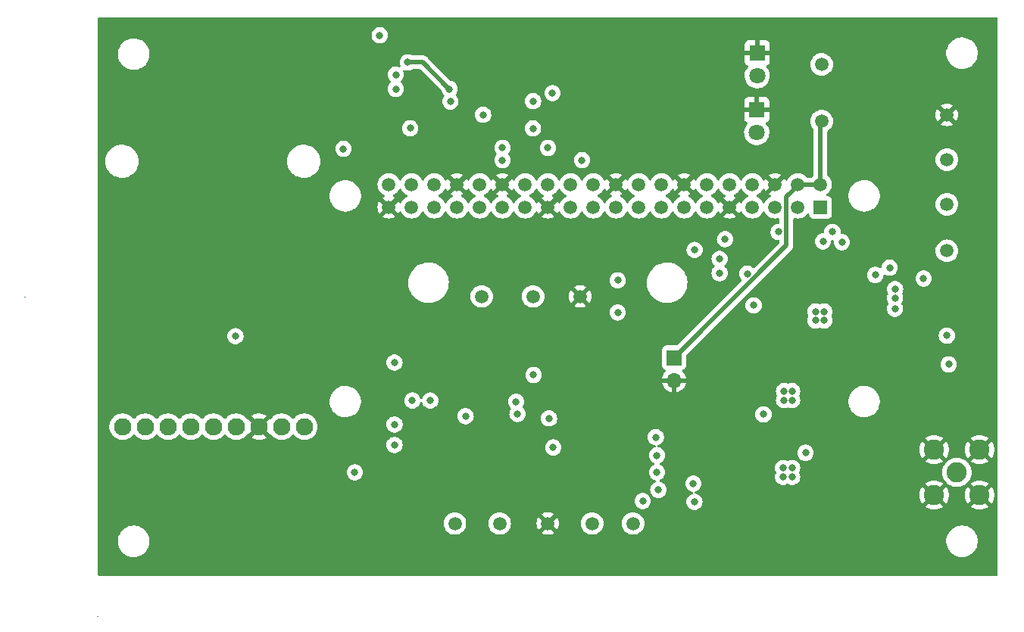
<source format=gbl>
G04 #@! TF.GenerationSoftware,KiCad,Pcbnew,(6.0.7-1)-1*
G04 #@! TF.CreationDate,2023-04-09T20:49:59-05:00*
G04 #@! TF.ProjectId,Neutro_v2,4e657574-726f-45f7-9632-2e6b69636164,v1*
G04 #@! TF.SameCoordinates,Original*
G04 #@! TF.FileFunction,Copper,L4,Bot*
G04 #@! TF.FilePolarity,Positive*
%FSLAX46Y46*%
G04 Gerber Fmt 4.6, Leading zero omitted, Abs format (unit mm)*
G04 Created by KiCad (PCBNEW (6.0.7-1)-1) date 2023-04-09 20:49:59*
%MOMM*%
%LPD*%
G01*
G04 APERTURE LIST*
G04 #@! TA.AperFunction,NonConductor*
%ADD10C,0.200000*%
G04 #@! TD*
G04 #@! TA.AperFunction,ComponentPad*
%ADD11C,1.500000*%
G04 #@! TD*
G04 #@! TA.AperFunction,ComponentPad*
%ADD12C,2.250000*%
G04 #@! TD*
G04 #@! TA.AperFunction,ComponentPad*
%ADD13C,1.930400*%
G04 #@! TD*
G04 #@! TA.AperFunction,ComponentPad*
%ADD14R,1.800000X1.800000*%
G04 #@! TD*
G04 #@! TA.AperFunction,ComponentPad*
%ADD15C,1.800000*%
G04 #@! TD*
G04 #@! TA.AperFunction,ComponentPad*
%ADD16R,1.508000X1.508000*%
G04 #@! TD*
G04 #@! TA.AperFunction,ComponentPad*
%ADD17C,1.508000*%
G04 #@! TD*
G04 #@! TA.AperFunction,ComponentPad*
%ADD18R,1.700000X1.700000*%
G04 #@! TD*
G04 #@! TA.AperFunction,ComponentPad*
%ADD19O,1.700000X1.700000*%
G04 #@! TD*
G04 #@! TA.AperFunction,ViaPad*
%ADD20C,0.800000*%
G04 #@! TD*
G04 #@! TA.AperFunction,Conductor*
%ADD21C,0.500000*%
G04 #@! TD*
G04 APERTURE END LIST*
D10*
X102057200Y-137363200D02*
X102057200Y-137363200D01*
X93980000Y-101600000D02*
X93980000Y-101600000D01*
D11*
X157353000Y-127000000D03*
X145000000Y-101600000D03*
X183000000Y-82000000D03*
X142000000Y-127000000D03*
X197000000Y-81300000D03*
X156000000Y-101600000D03*
X161925000Y-127000000D03*
X150750000Y-101600000D03*
X147000000Y-127000000D03*
D12*
X198120000Y-121285000D03*
X200660000Y-118745000D03*
X200660000Y-123825000D03*
X195580000Y-123825000D03*
X195580000Y-118745000D03*
D11*
X197000000Y-86300000D03*
X197000000Y-96500000D03*
X183000000Y-75650000D03*
X197000000Y-91300000D03*
D13*
X104848000Y-116168000D03*
X107388000Y-116168000D03*
X112468000Y-116168000D03*
X120088000Y-116168000D03*
X125168000Y-116168000D03*
X117548000Y-116168000D03*
X115008000Y-116168000D03*
X109928000Y-116168000D03*
X122628000Y-116168000D03*
D11*
X152400000Y-127000000D03*
D14*
X175750000Y-80725000D03*
D15*
X175750000Y-83265000D03*
D14*
X175800000Y-74375000D03*
D15*
X175800000Y-76915000D03*
D16*
X182880000Y-91628000D03*
D17*
X182880000Y-89088000D03*
X180340000Y-91628000D03*
X180340000Y-89088000D03*
X177800000Y-91628000D03*
X177800000Y-89088000D03*
X175260000Y-91628000D03*
X175260000Y-89088000D03*
X172720000Y-91628000D03*
X172720000Y-89088000D03*
X170180000Y-91628000D03*
X170180000Y-89088000D03*
X167640000Y-91628000D03*
X167640000Y-89088000D03*
X165100000Y-91628000D03*
X165100000Y-89088000D03*
X162560000Y-91628000D03*
X162560000Y-89088000D03*
X160020000Y-91628000D03*
X160020000Y-89088000D03*
X157480000Y-91628000D03*
X157480000Y-89088000D03*
X154940000Y-91628000D03*
X154940000Y-89088000D03*
X152400000Y-91628000D03*
X152400000Y-89088000D03*
X149860000Y-91628000D03*
X149860000Y-89088000D03*
X147320000Y-91628000D03*
X147320000Y-89088000D03*
X144780000Y-91628000D03*
X144780000Y-89088000D03*
X142240000Y-91628000D03*
X142240000Y-89088000D03*
X139700000Y-91628000D03*
X139700000Y-89088000D03*
X137160000Y-91628000D03*
X137160000Y-89088000D03*
X134620000Y-91628000D03*
X134620000Y-89088000D03*
D18*
X166497000Y-108458000D03*
D19*
X166497000Y-110998000D03*
D20*
X197200000Y-109200000D03*
X182300000Y-103300000D03*
X135250000Y-109000000D03*
X183300000Y-103300000D03*
X133600000Y-72400000D03*
X183300000Y-104300000D03*
X182300000Y-104300000D03*
X148844000Y-113395000D03*
X145161000Y-81280000D03*
X192300000Y-120500000D03*
X190717500Y-124317500D03*
X187217500Y-127817500D03*
X190200000Y-122600000D03*
X189500000Y-123300000D03*
X190900000Y-121900000D03*
X192117500Y-122917500D03*
X187400000Y-125400000D03*
X187917500Y-127117500D03*
X186700000Y-126100000D03*
X190017500Y-125017500D03*
X191400000Y-123600000D03*
X186517500Y-128517500D03*
X194221153Y-104160182D03*
X191600000Y-121200000D03*
X188617500Y-126417500D03*
X189200000Y-102524500D03*
X190400000Y-104800000D03*
X186000000Y-126800000D03*
X185800000Y-129200000D03*
X188800000Y-124000000D03*
X185200000Y-129900000D03*
X192800000Y-122200000D03*
X184643000Y-128157000D03*
X192000000Y-98400000D03*
X189317500Y-125717500D03*
X188100000Y-124700000D03*
X185300000Y-127500000D03*
X150731500Y-82804000D03*
X150800000Y-110400000D03*
X147320000Y-86360000D03*
X117475000Y-106045000D03*
X156210000Y-86360000D03*
X147320000Y-85000500D03*
X129540000Y-85090000D03*
X152400000Y-85000500D03*
X143200000Y-115000000D03*
X168783000Y-124587000D03*
X160200000Y-103400000D03*
X160200000Y-99800000D03*
X164592000Y-119380000D03*
X164465000Y-117348000D03*
X171600000Y-97400000D03*
X191200000Y-101800000D03*
X164592000Y-121285000D03*
X163000000Y-124500000D03*
X164750000Y-123250000D03*
X168656000Y-122555000D03*
X189000000Y-99200000D03*
X190600000Y-98400000D03*
X183143701Y-95456299D03*
X185268299Y-95531701D03*
X191200000Y-102985113D03*
X171600000Y-99000000D03*
X168800000Y-96400000D03*
X197000000Y-106000000D03*
X178200000Y-94400000D03*
X194400000Y-99600000D03*
X184200000Y-94400000D03*
X172200000Y-95200000D03*
X191212299Y-100787701D03*
X153000000Y-118500000D03*
X152527000Y-115250000D03*
X130810000Y-121285000D03*
X149000000Y-114750000D03*
X137250000Y-113250000D03*
X139250000Y-113250000D03*
X135255000Y-115935000D03*
X135255000Y-118221000D03*
X175400000Y-102600000D03*
X176500000Y-114800000D03*
X181200000Y-119100000D03*
X174676812Y-99076812D03*
X135400000Y-78400000D03*
X150749000Y-79756000D03*
X152908000Y-78867000D03*
X136737500Y-75431250D03*
X135400000Y-76800000D03*
X141400000Y-78400000D03*
X137000000Y-82800000D03*
X141500000Y-79800000D03*
X178800000Y-112200000D03*
X179700000Y-112200000D03*
X179700000Y-121800000D03*
X179700000Y-113200000D03*
X178700000Y-121800000D03*
X179700000Y-120800000D03*
X178800000Y-113200000D03*
X178700000Y-120800000D03*
D21*
X166497000Y-108458000D02*
X179072917Y-95882083D01*
X180439083Y-89088000D02*
X182880000Y-89088000D01*
X182880000Y-82120000D02*
X183000000Y-82000000D01*
X182880000Y-89088000D02*
X182880000Y-82120000D01*
X179072917Y-95882083D02*
X179072917Y-90454166D01*
X179072917Y-90454166D02*
X180439083Y-89088000D01*
X138431250Y-75431250D02*
X136737500Y-75431250D01*
X141400000Y-78400000D02*
X138431250Y-75431250D01*
G04 #@! TA.AperFunction,Conductor*
G36*
X202633621Y-70378502D02*
G01*
X202680114Y-70432158D01*
X202691500Y-70484500D01*
X202691500Y-132715500D01*
X202671498Y-132783621D01*
X202617842Y-132830114D01*
X202565500Y-132841500D01*
X102234500Y-132841500D01*
X102166379Y-132821498D01*
X102119886Y-132767842D01*
X102108500Y-132715500D01*
X102108500Y-129107655D01*
X104339858Y-129107655D01*
X104375104Y-129366638D01*
X104376412Y-129371124D01*
X104376412Y-129371126D01*
X104396098Y-129438664D01*
X104448243Y-129617567D01*
X104557668Y-129854928D01*
X104560231Y-129858837D01*
X104698410Y-130069596D01*
X104698414Y-130069601D01*
X104700976Y-130073509D01*
X104875018Y-130268506D01*
X105075970Y-130435637D01*
X105079973Y-130438066D01*
X105295422Y-130568804D01*
X105295426Y-130568806D01*
X105299419Y-130571229D01*
X105540455Y-130672303D01*
X105793783Y-130736641D01*
X105798434Y-130737109D01*
X105798438Y-130737110D01*
X105991308Y-130756531D01*
X106010867Y-130758500D01*
X106166354Y-130758500D01*
X106168679Y-130758327D01*
X106168685Y-130758327D01*
X106356000Y-130744407D01*
X106356004Y-130744406D01*
X106360652Y-130744061D01*
X106365200Y-130743032D01*
X106365206Y-130743031D01*
X106551601Y-130700853D01*
X106615577Y-130686377D01*
X106651769Y-130672303D01*
X106854824Y-130593340D01*
X106854827Y-130593339D01*
X106859177Y-130591647D01*
X107086098Y-130461951D01*
X107291357Y-130300138D01*
X107470443Y-130109763D01*
X107619424Y-129895009D01*
X107735025Y-129660593D01*
X107814707Y-129411665D01*
X107856721Y-129153693D01*
X107857324Y-129107655D01*
X196939858Y-129107655D01*
X196975104Y-129366638D01*
X196976412Y-129371124D01*
X196976412Y-129371126D01*
X196996098Y-129438664D01*
X197048243Y-129617567D01*
X197157668Y-129854928D01*
X197160231Y-129858837D01*
X197298410Y-130069596D01*
X197298414Y-130069601D01*
X197300976Y-130073509D01*
X197475018Y-130268506D01*
X197675970Y-130435637D01*
X197679973Y-130438066D01*
X197895422Y-130568804D01*
X197895426Y-130568806D01*
X197899419Y-130571229D01*
X198140455Y-130672303D01*
X198393783Y-130736641D01*
X198398434Y-130737109D01*
X198398438Y-130737110D01*
X198591308Y-130756531D01*
X198610867Y-130758500D01*
X198766354Y-130758500D01*
X198768679Y-130758327D01*
X198768685Y-130758327D01*
X198956000Y-130744407D01*
X198956004Y-130744406D01*
X198960652Y-130744061D01*
X198965200Y-130743032D01*
X198965206Y-130743031D01*
X199151601Y-130700853D01*
X199215577Y-130686377D01*
X199251769Y-130672303D01*
X199454824Y-130593340D01*
X199454827Y-130593339D01*
X199459177Y-130591647D01*
X199686098Y-130461951D01*
X199891357Y-130300138D01*
X200070443Y-130109763D01*
X200219424Y-129895009D01*
X200335025Y-129660593D01*
X200414707Y-129411665D01*
X200456721Y-129153693D01*
X200460142Y-128892345D01*
X200424896Y-128633362D01*
X200410473Y-128583877D01*
X200353068Y-128386932D01*
X200351757Y-128382433D01*
X200242332Y-128145072D01*
X200123519Y-127963852D01*
X200101590Y-127930404D01*
X200101586Y-127930399D01*
X200099024Y-127926491D01*
X199924982Y-127731494D01*
X199724030Y-127564363D01*
X199513956Y-127436887D01*
X199504578Y-127431196D01*
X199504574Y-127431194D01*
X199500581Y-127428771D01*
X199259545Y-127327697D01*
X199006217Y-127263359D01*
X199001566Y-127262891D01*
X199001562Y-127262890D01*
X198792271Y-127241816D01*
X198789133Y-127241500D01*
X198633646Y-127241500D01*
X198631321Y-127241673D01*
X198631315Y-127241673D01*
X198444000Y-127255593D01*
X198443996Y-127255594D01*
X198439348Y-127255939D01*
X198434800Y-127256968D01*
X198434794Y-127256969D01*
X198248399Y-127299147D01*
X198184423Y-127313623D01*
X198180071Y-127315315D01*
X198180069Y-127315316D01*
X197945176Y-127406660D01*
X197945173Y-127406661D01*
X197940823Y-127408353D01*
X197936769Y-127410670D01*
X197936767Y-127410671D01*
X197908264Y-127426962D01*
X197713902Y-127538049D01*
X197508643Y-127699862D01*
X197329557Y-127890237D01*
X197227280Y-128037668D01*
X197210685Y-128061590D01*
X197180576Y-128104991D01*
X197178510Y-128109181D01*
X197178508Y-128109184D01*
X197102740Y-128262828D01*
X197064975Y-128339407D01*
X196985293Y-128588335D01*
X196943279Y-128846307D01*
X196939858Y-129107655D01*
X107857324Y-129107655D01*
X107860142Y-128892345D01*
X107824896Y-128633362D01*
X107810473Y-128583877D01*
X107753068Y-128386932D01*
X107751757Y-128382433D01*
X107642332Y-128145072D01*
X107523519Y-127963852D01*
X107501590Y-127930404D01*
X107501586Y-127930399D01*
X107499024Y-127926491D01*
X107324982Y-127731494D01*
X107124030Y-127564363D01*
X106913956Y-127436887D01*
X106904578Y-127431196D01*
X106904574Y-127431194D01*
X106900581Y-127428771D01*
X106659545Y-127327697D01*
X106406217Y-127263359D01*
X106401566Y-127262891D01*
X106401562Y-127262890D01*
X106192271Y-127241816D01*
X106189133Y-127241500D01*
X106033646Y-127241500D01*
X106031321Y-127241673D01*
X106031315Y-127241673D01*
X105844000Y-127255593D01*
X105843996Y-127255594D01*
X105839348Y-127255939D01*
X105834800Y-127256968D01*
X105834794Y-127256969D01*
X105648399Y-127299147D01*
X105584423Y-127313623D01*
X105580071Y-127315315D01*
X105580069Y-127315316D01*
X105345176Y-127406660D01*
X105345173Y-127406661D01*
X105340823Y-127408353D01*
X105336769Y-127410670D01*
X105336767Y-127410671D01*
X105308264Y-127426962D01*
X105113902Y-127538049D01*
X104908643Y-127699862D01*
X104729557Y-127890237D01*
X104627280Y-128037668D01*
X104610685Y-128061590D01*
X104580576Y-128104991D01*
X104578510Y-128109181D01*
X104578508Y-128109184D01*
X104502740Y-128262828D01*
X104464975Y-128339407D01*
X104385293Y-128588335D01*
X104343279Y-128846307D01*
X104339858Y-129107655D01*
X102108500Y-129107655D01*
X102108500Y-127000000D01*
X140736693Y-127000000D01*
X140755885Y-127219371D01*
X140812880Y-127432076D01*
X140815205Y-127437061D01*
X140903618Y-127626666D01*
X140903621Y-127626671D01*
X140905944Y-127631653D01*
X140909100Y-127636160D01*
X140909101Y-127636162D01*
X140956087Y-127703264D01*
X141032251Y-127812038D01*
X141187962Y-127967749D01*
X141368346Y-128094056D01*
X141567924Y-128187120D01*
X141780629Y-128244115D01*
X142000000Y-128263307D01*
X142219371Y-128244115D01*
X142432076Y-128187120D01*
X142631654Y-128094056D01*
X142812038Y-127967749D01*
X142967749Y-127812038D01*
X143043914Y-127703264D01*
X143090899Y-127636162D01*
X143090900Y-127636160D01*
X143094056Y-127631653D01*
X143096379Y-127626671D01*
X143096382Y-127626666D01*
X143184795Y-127437061D01*
X143187120Y-127432076D01*
X143244115Y-127219371D01*
X143263307Y-127000000D01*
X145736693Y-127000000D01*
X145755885Y-127219371D01*
X145812880Y-127432076D01*
X145815205Y-127437061D01*
X145903618Y-127626666D01*
X145903621Y-127626671D01*
X145905944Y-127631653D01*
X145909100Y-127636160D01*
X145909101Y-127636162D01*
X145956087Y-127703264D01*
X146032251Y-127812038D01*
X146187962Y-127967749D01*
X146368346Y-128094056D01*
X146567924Y-128187120D01*
X146780629Y-128244115D01*
X147000000Y-128263307D01*
X147219371Y-128244115D01*
X147432076Y-128187120D01*
X147631654Y-128094056D01*
X147694342Y-128050161D01*
X151714393Y-128050161D01*
X151723687Y-128062175D01*
X151764088Y-128090464D01*
X151773584Y-128095947D01*
X151963113Y-128184326D01*
X151973405Y-128188072D01*
X152175401Y-128242196D01*
X152186196Y-128244099D01*
X152394525Y-128262326D01*
X152405475Y-128262326D01*
X152613804Y-128244099D01*
X152624599Y-128242196D01*
X152826595Y-128188072D01*
X152836887Y-128184326D01*
X153026416Y-128095947D01*
X153035912Y-128090464D01*
X153077148Y-128061590D01*
X153085523Y-128051112D01*
X153078457Y-128037668D01*
X152412811Y-127372021D01*
X152398868Y-127364408D01*
X152397034Y-127364539D01*
X152390420Y-127368790D01*
X151720820Y-128038391D01*
X151714393Y-128050161D01*
X147694342Y-128050161D01*
X147812038Y-127967749D01*
X147967749Y-127812038D01*
X148043914Y-127703264D01*
X148090899Y-127636162D01*
X148090900Y-127636160D01*
X148094056Y-127631653D01*
X148096379Y-127626671D01*
X148096382Y-127626666D01*
X148184795Y-127437061D01*
X148187120Y-127432076D01*
X148244115Y-127219371D01*
X148262828Y-127005475D01*
X151137674Y-127005475D01*
X151155901Y-127213804D01*
X151157804Y-127224599D01*
X151211928Y-127426595D01*
X151215674Y-127436887D01*
X151304054Y-127626417D01*
X151309534Y-127635907D01*
X151338411Y-127677149D01*
X151348887Y-127685523D01*
X151362334Y-127678455D01*
X152027979Y-127012811D01*
X152034356Y-127001132D01*
X152764408Y-127001132D01*
X152764539Y-127002966D01*
X152768790Y-127009580D01*
X153438391Y-127679180D01*
X153450161Y-127685607D01*
X153462176Y-127676311D01*
X153490466Y-127635907D01*
X153495946Y-127626417D01*
X153584326Y-127436887D01*
X153588072Y-127426595D01*
X153642196Y-127224599D01*
X153644099Y-127213804D01*
X153662326Y-127005475D01*
X153662326Y-127000000D01*
X156089693Y-127000000D01*
X156108885Y-127219371D01*
X156165880Y-127432076D01*
X156168205Y-127437061D01*
X156256618Y-127626666D01*
X156256621Y-127626671D01*
X156258944Y-127631653D01*
X156262100Y-127636160D01*
X156262101Y-127636162D01*
X156309087Y-127703264D01*
X156385251Y-127812038D01*
X156540962Y-127967749D01*
X156721346Y-128094056D01*
X156920924Y-128187120D01*
X157133629Y-128244115D01*
X157353000Y-128263307D01*
X157572371Y-128244115D01*
X157785076Y-128187120D01*
X157984654Y-128094056D01*
X158165038Y-127967749D01*
X158320749Y-127812038D01*
X158396914Y-127703264D01*
X158443899Y-127636162D01*
X158443900Y-127636160D01*
X158447056Y-127631653D01*
X158449379Y-127626671D01*
X158449382Y-127626666D01*
X158537795Y-127437061D01*
X158540120Y-127432076D01*
X158597115Y-127219371D01*
X158616307Y-127000000D01*
X160661693Y-127000000D01*
X160680885Y-127219371D01*
X160737880Y-127432076D01*
X160740205Y-127437061D01*
X160828618Y-127626666D01*
X160828621Y-127626671D01*
X160830944Y-127631653D01*
X160834100Y-127636160D01*
X160834101Y-127636162D01*
X160881087Y-127703264D01*
X160957251Y-127812038D01*
X161112962Y-127967749D01*
X161293346Y-128094056D01*
X161492924Y-128187120D01*
X161705629Y-128244115D01*
X161925000Y-128263307D01*
X162144371Y-128244115D01*
X162357076Y-128187120D01*
X162556654Y-128094056D01*
X162737038Y-127967749D01*
X162892749Y-127812038D01*
X162968914Y-127703264D01*
X163015899Y-127636162D01*
X163015900Y-127636160D01*
X163019056Y-127631653D01*
X163021379Y-127626671D01*
X163021382Y-127626666D01*
X163109795Y-127437061D01*
X163112120Y-127432076D01*
X163169115Y-127219371D01*
X163188307Y-127000000D01*
X163169115Y-126780629D01*
X163112120Y-126567924D01*
X163021498Y-126373583D01*
X163021382Y-126373334D01*
X163021379Y-126373329D01*
X163019056Y-126368347D01*
X162987786Y-126323689D01*
X162895908Y-126192473D01*
X162895906Y-126192470D01*
X162892749Y-126187962D01*
X162737038Y-126032251D01*
X162556654Y-125905944D01*
X162357076Y-125812880D01*
X162144371Y-125755885D01*
X161925000Y-125736693D01*
X161705629Y-125755885D01*
X161492924Y-125812880D01*
X161399562Y-125856415D01*
X161298334Y-125903618D01*
X161298329Y-125903621D01*
X161293347Y-125905944D01*
X161288840Y-125909100D01*
X161288838Y-125909101D01*
X161117473Y-126029092D01*
X161117470Y-126029094D01*
X161112962Y-126032251D01*
X160957251Y-126187962D01*
X160954094Y-126192470D01*
X160954092Y-126192473D01*
X160862214Y-126323689D01*
X160830944Y-126368347D01*
X160828621Y-126373329D01*
X160828618Y-126373334D01*
X160828502Y-126373583D01*
X160737880Y-126567924D01*
X160680885Y-126780629D01*
X160661693Y-127000000D01*
X158616307Y-127000000D01*
X158597115Y-126780629D01*
X158540120Y-126567924D01*
X158449498Y-126373583D01*
X158449382Y-126373334D01*
X158449379Y-126373329D01*
X158447056Y-126368347D01*
X158415786Y-126323689D01*
X158323908Y-126192473D01*
X158323906Y-126192470D01*
X158320749Y-126187962D01*
X158165038Y-126032251D01*
X157984654Y-125905944D01*
X157785076Y-125812880D01*
X157572371Y-125755885D01*
X157353000Y-125736693D01*
X157133629Y-125755885D01*
X156920924Y-125812880D01*
X156827562Y-125856415D01*
X156726334Y-125903618D01*
X156726329Y-125903621D01*
X156721347Y-125905944D01*
X156716840Y-125909100D01*
X156716838Y-125909101D01*
X156545473Y-126029092D01*
X156545470Y-126029094D01*
X156540962Y-126032251D01*
X156385251Y-126187962D01*
X156382094Y-126192470D01*
X156382092Y-126192473D01*
X156290214Y-126323689D01*
X156258944Y-126368347D01*
X156256621Y-126373329D01*
X156256618Y-126373334D01*
X156256502Y-126373583D01*
X156165880Y-126567924D01*
X156108885Y-126780629D01*
X156089693Y-127000000D01*
X153662326Y-127000000D01*
X153662326Y-126994525D01*
X153644099Y-126786196D01*
X153642196Y-126775401D01*
X153588072Y-126573405D01*
X153584326Y-126563113D01*
X153495946Y-126373583D01*
X153490466Y-126364093D01*
X153461589Y-126322851D01*
X153451113Y-126314477D01*
X153437666Y-126321545D01*
X152772021Y-126987189D01*
X152764408Y-127001132D01*
X152034356Y-127001132D01*
X152035592Y-126998868D01*
X152035461Y-126997034D01*
X152031210Y-126990420D01*
X151361609Y-126320820D01*
X151349839Y-126314393D01*
X151337824Y-126323689D01*
X151309534Y-126364093D01*
X151304054Y-126373583D01*
X151215674Y-126563113D01*
X151211928Y-126573405D01*
X151157804Y-126775401D01*
X151155901Y-126786196D01*
X151137674Y-126994525D01*
X151137674Y-127005475D01*
X148262828Y-127005475D01*
X148263307Y-127000000D01*
X148244115Y-126780629D01*
X148187120Y-126567924D01*
X148096498Y-126373583D01*
X148096382Y-126373334D01*
X148096379Y-126373329D01*
X148094056Y-126368347D01*
X148062786Y-126323689D01*
X147970908Y-126192473D01*
X147970906Y-126192470D01*
X147967749Y-126187962D01*
X147812038Y-126032251D01*
X147692983Y-125948887D01*
X151714477Y-125948887D01*
X151721545Y-125962334D01*
X152387189Y-126627979D01*
X152401132Y-126635592D01*
X152402966Y-126635461D01*
X152409580Y-126631210D01*
X153079180Y-125961609D01*
X153085607Y-125949839D01*
X153076313Y-125937825D01*
X153035912Y-125909536D01*
X153026416Y-125904053D01*
X152836887Y-125815674D01*
X152826595Y-125811928D01*
X152624599Y-125757804D01*
X152613804Y-125755901D01*
X152405475Y-125737674D01*
X152394525Y-125737674D01*
X152186196Y-125755901D01*
X152175401Y-125757804D01*
X151973405Y-125811928D01*
X151963113Y-125815674D01*
X151773583Y-125904054D01*
X151764093Y-125909534D01*
X151722851Y-125938411D01*
X151714477Y-125948887D01*
X147692983Y-125948887D01*
X147631654Y-125905944D01*
X147432076Y-125812880D01*
X147219371Y-125755885D01*
X147000000Y-125736693D01*
X146780629Y-125755885D01*
X146567924Y-125812880D01*
X146474562Y-125856415D01*
X146373334Y-125903618D01*
X146373329Y-125903621D01*
X146368347Y-125905944D01*
X146363840Y-125909100D01*
X146363838Y-125909101D01*
X146192473Y-126029092D01*
X146192470Y-126029094D01*
X146187962Y-126032251D01*
X146032251Y-126187962D01*
X146029094Y-126192470D01*
X146029092Y-126192473D01*
X145937214Y-126323689D01*
X145905944Y-126368347D01*
X145903621Y-126373329D01*
X145903618Y-126373334D01*
X145903502Y-126373583D01*
X145812880Y-126567924D01*
X145755885Y-126780629D01*
X145736693Y-127000000D01*
X143263307Y-127000000D01*
X143244115Y-126780629D01*
X143187120Y-126567924D01*
X143096498Y-126373583D01*
X143096382Y-126373334D01*
X143096379Y-126373329D01*
X143094056Y-126368347D01*
X143062786Y-126323689D01*
X142970908Y-126192473D01*
X142970906Y-126192470D01*
X142967749Y-126187962D01*
X142812038Y-126032251D01*
X142631654Y-125905944D01*
X142432076Y-125812880D01*
X142219371Y-125755885D01*
X142000000Y-125736693D01*
X141780629Y-125755885D01*
X141567924Y-125812880D01*
X141474562Y-125856415D01*
X141373334Y-125903618D01*
X141373329Y-125903621D01*
X141368347Y-125905944D01*
X141363840Y-125909100D01*
X141363838Y-125909101D01*
X141192473Y-126029092D01*
X141192470Y-126029094D01*
X141187962Y-126032251D01*
X141032251Y-126187962D01*
X141029094Y-126192470D01*
X141029092Y-126192473D01*
X140937214Y-126323689D01*
X140905944Y-126368347D01*
X140903621Y-126373329D01*
X140903618Y-126373334D01*
X140903502Y-126373583D01*
X140812880Y-126567924D01*
X140755885Y-126780629D01*
X140736693Y-127000000D01*
X102108500Y-127000000D01*
X102108500Y-124500000D01*
X162086496Y-124500000D01*
X162087186Y-124506565D01*
X162093232Y-124564085D01*
X162106458Y-124689928D01*
X162165473Y-124871556D01*
X162260960Y-125036944D01*
X162265378Y-125041851D01*
X162265379Y-125041852D01*
X162360594Y-125147599D01*
X162388747Y-125178866D01*
X162487843Y-125250864D01*
X162530598Y-125281927D01*
X162543248Y-125291118D01*
X162549276Y-125293802D01*
X162549278Y-125293803D01*
X162711681Y-125366109D01*
X162717712Y-125368794D01*
X162811113Y-125388647D01*
X162898056Y-125407128D01*
X162898061Y-125407128D01*
X162904513Y-125408500D01*
X163095487Y-125408500D01*
X163101939Y-125407128D01*
X163101944Y-125407128D01*
X163188887Y-125388647D01*
X163282288Y-125368794D01*
X163288319Y-125366109D01*
X163450722Y-125293803D01*
X163450724Y-125293802D01*
X163456752Y-125291118D01*
X163469403Y-125281927D01*
X163512157Y-125250864D01*
X163611253Y-125178866D01*
X163639406Y-125147599D01*
X163734621Y-125041852D01*
X163734622Y-125041851D01*
X163739040Y-125036944D01*
X163834527Y-124871556D01*
X163893542Y-124689928D01*
X163906769Y-124564085D01*
X163912814Y-124506565D01*
X163913504Y-124500000D01*
X163893542Y-124310072D01*
X163834527Y-124128444D01*
X163827406Y-124116109D01*
X163784109Y-124041118D01*
X163739040Y-123963056D01*
X163711752Y-123932749D01*
X163615675Y-123826045D01*
X163615674Y-123826044D01*
X163611253Y-123821134D01*
X163473281Y-123720891D01*
X163462094Y-123712763D01*
X163462093Y-123712762D01*
X163456752Y-123708882D01*
X163450724Y-123706198D01*
X163450722Y-123706197D01*
X163288319Y-123633891D01*
X163288318Y-123633891D01*
X163282288Y-123631206D01*
X163188888Y-123611353D01*
X163101944Y-123592872D01*
X163101939Y-123592872D01*
X163095487Y-123591500D01*
X162904513Y-123591500D01*
X162898061Y-123592872D01*
X162898056Y-123592872D01*
X162811112Y-123611353D01*
X162717712Y-123631206D01*
X162711682Y-123633891D01*
X162711681Y-123633891D01*
X162549278Y-123706197D01*
X162549276Y-123706198D01*
X162543248Y-123708882D01*
X162537907Y-123712762D01*
X162537906Y-123712763D01*
X162526719Y-123720891D01*
X162388747Y-123821134D01*
X162384326Y-123826044D01*
X162384325Y-123826045D01*
X162288249Y-123932749D01*
X162260960Y-123963056D01*
X162215891Y-124041118D01*
X162172595Y-124116109D01*
X162165473Y-124128444D01*
X162106458Y-124310072D01*
X162086496Y-124500000D01*
X102108500Y-124500000D01*
X102108500Y-121285000D01*
X129896496Y-121285000D01*
X129916458Y-121474928D01*
X129975473Y-121656556D01*
X130070960Y-121821944D01*
X130075378Y-121826851D01*
X130075379Y-121826852D01*
X130119753Y-121876134D01*
X130198747Y-121963866D01*
X130353248Y-122076118D01*
X130359276Y-122078802D01*
X130359278Y-122078803D01*
X130468115Y-122127260D01*
X130527712Y-122153794D01*
X130601071Y-122169387D01*
X130708056Y-122192128D01*
X130708061Y-122192128D01*
X130714513Y-122193500D01*
X130905487Y-122193500D01*
X130911939Y-122192128D01*
X130911944Y-122192128D01*
X131018929Y-122169387D01*
X131092288Y-122153794D01*
X131151885Y-122127260D01*
X131260722Y-122078803D01*
X131260724Y-122078802D01*
X131266752Y-122076118D01*
X131421253Y-121963866D01*
X131500247Y-121876134D01*
X131544621Y-121826852D01*
X131544622Y-121826851D01*
X131549040Y-121821944D01*
X131644527Y-121656556D01*
X131703542Y-121474928D01*
X131723504Y-121285000D01*
X131703542Y-121095072D01*
X131644527Y-120913444D01*
X131549040Y-120748056D01*
X131421253Y-120606134D01*
X131266752Y-120493882D01*
X131260724Y-120491198D01*
X131260722Y-120491197D01*
X131098319Y-120418891D01*
X131098318Y-120418891D01*
X131092288Y-120416206D01*
X130998888Y-120396353D01*
X130911944Y-120377872D01*
X130911939Y-120377872D01*
X130905487Y-120376500D01*
X130714513Y-120376500D01*
X130708061Y-120377872D01*
X130708056Y-120377872D01*
X130621112Y-120396353D01*
X130527712Y-120416206D01*
X130521682Y-120418891D01*
X130521681Y-120418891D01*
X130359278Y-120491197D01*
X130359276Y-120491198D01*
X130353248Y-120493882D01*
X130198747Y-120606134D01*
X130070960Y-120748056D01*
X129975473Y-120913444D01*
X129916458Y-121095072D01*
X129896496Y-121285000D01*
X102108500Y-121285000D01*
X102108500Y-118221000D01*
X134341496Y-118221000D01*
X134342186Y-118227565D01*
X134358270Y-118380592D01*
X134361458Y-118410928D01*
X134420473Y-118592556D01*
X134515960Y-118757944D01*
X134520378Y-118762851D01*
X134520379Y-118762852D01*
X134639325Y-118894955D01*
X134643747Y-118899866D01*
X134798248Y-119012118D01*
X134804276Y-119014802D01*
X134804278Y-119014803D01*
X134966681Y-119087109D01*
X134972712Y-119089794D01*
X135051613Y-119106565D01*
X135153056Y-119128128D01*
X135153061Y-119128128D01*
X135159513Y-119129500D01*
X135350487Y-119129500D01*
X135356939Y-119128128D01*
X135356944Y-119128128D01*
X135458387Y-119106565D01*
X135537288Y-119089794D01*
X135543319Y-119087109D01*
X135705722Y-119014803D01*
X135705724Y-119014802D01*
X135711752Y-119012118D01*
X135866253Y-118899866D01*
X135870675Y-118894955D01*
X135989621Y-118762852D01*
X135989622Y-118762851D01*
X135994040Y-118757944D01*
X136089527Y-118592556D01*
X136119601Y-118500000D01*
X152086496Y-118500000D01*
X152087186Y-118506565D01*
X152095556Y-118586197D01*
X152106458Y-118689928D01*
X152165473Y-118871556D01*
X152260960Y-119036944D01*
X152265378Y-119041851D01*
X152265379Y-119041852D01*
X152311825Y-119093435D01*
X152388747Y-119178866D01*
X152543248Y-119291118D01*
X152549276Y-119293802D01*
X152549278Y-119293803D01*
X152711681Y-119366109D01*
X152717712Y-119368794D01*
X152801318Y-119386565D01*
X152898056Y-119407128D01*
X152898061Y-119407128D01*
X152904513Y-119408500D01*
X153095487Y-119408500D01*
X153101939Y-119407128D01*
X153101944Y-119407128D01*
X153198682Y-119386565D01*
X153282288Y-119368794D01*
X153288319Y-119366109D01*
X153450722Y-119293803D01*
X153450724Y-119293802D01*
X153456752Y-119291118D01*
X153611253Y-119178866D01*
X153688175Y-119093435D01*
X153734621Y-119041852D01*
X153734622Y-119041851D01*
X153739040Y-119036944D01*
X153834527Y-118871556D01*
X153893542Y-118689928D01*
X153904445Y-118586197D01*
X153912814Y-118506565D01*
X153913504Y-118500000D01*
X153904142Y-118410928D01*
X153894232Y-118316635D01*
X153894232Y-118316633D01*
X153893542Y-118310072D01*
X153834527Y-118128444D01*
X153739040Y-117963056D01*
X153642403Y-117855729D01*
X153615675Y-117826045D01*
X153615674Y-117826044D01*
X153611253Y-117821134D01*
X153512157Y-117749136D01*
X153462094Y-117712763D01*
X153462093Y-117712762D01*
X153456752Y-117708882D01*
X153450724Y-117706198D01*
X153450722Y-117706197D01*
X153288319Y-117633891D01*
X153288318Y-117633891D01*
X153282288Y-117631206D01*
X153188887Y-117611353D01*
X153101944Y-117592872D01*
X153101939Y-117592872D01*
X153095487Y-117591500D01*
X152904513Y-117591500D01*
X152898061Y-117592872D01*
X152898056Y-117592872D01*
X152811113Y-117611353D01*
X152717712Y-117631206D01*
X152711682Y-117633891D01*
X152711681Y-117633891D01*
X152549278Y-117706197D01*
X152549276Y-117706198D01*
X152543248Y-117708882D01*
X152537907Y-117712762D01*
X152537906Y-117712763D01*
X152487843Y-117749136D01*
X152388747Y-117821134D01*
X152384326Y-117826044D01*
X152384325Y-117826045D01*
X152357598Y-117855729D01*
X152260960Y-117963056D01*
X152165473Y-118128444D01*
X152106458Y-118310072D01*
X152105768Y-118316633D01*
X152105768Y-118316635D01*
X152095858Y-118410928D01*
X152086496Y-118500000D01*
X136119601Y-118500000D01*
X136148542Y-118410928D01*
X136151731Y-118380592D01*
X136167814Y-118227565D01*
X136168504Y-118221000D01*
X136148542Y-118031072D01*
X136089527Y-117849444D01*
X135994040Y-117684056D01*
X135958490Y-117644573D01*
X135870675Y-117547045D01*
X135870674Y-117547044D01*
X135866253Y-117542134D01*
X135719047Y-117435182D01*
X135717094Y-117433763D01*
X135717093Y-117433762D01*
X135711752Y-117429882D01*
X135705724Y-117427198D01*
X135705722Y-117427197D01*
X135543319Y-117354891D01*
X135543318Y-117354891D01*
X135537288Y-117352206D01*
X135517500Y-117348000D01*
X163551496Y-117348000D01*
X163552186Y-117354565D01*
X163561215Y-117440467D01*
X163571458Y-117537928D01*
X163630473Y-117719556D01*
X163725960Y-117884944D01*
X163730378Y-117889851D01*
X163730379Y-117889852D01*
X163834883Y-118005915D01*
X163853747Y-118026866D01*
X163952843Y-118098864D01*
X163993557Y-118128444D01*
X164008248Y-118139118D01*
X164014276Y-118141802D01*
X164014278Y-118141803D01*
X164125900Y-118191500D01*
X164182712Y-118216794D01*
X164358932Y-118254251D01*
X164421403Y-118287978D01*
X164455725Y-118350128D01*
X164450997Y-118420967D01*
X164408721Y-118478005D01*
X164358931Y-118500743D01*
X164316176Y-118509831D01*
X164316167Y-118509834D01*
X164309712Y-118511206D01*
X164303682Y-118513891D01*
X164303681Y-118513891D01*
X164141278Y-118586197D01*
X164141276Y-118586198D01*
X164135248Y-118588882D01*
X163980747Y-118701134D01*
X163976326Y-118706044D01*
X163976325Y-118706045D01*
X163934744Y-118752226D01*
X163852960Y-118843056D01*
X163757473Y-119008444D01*
X163698458Y-119190072D01*
X163697768Y-119196633D01*
X163697768Y-119196635D01*
X163687303Y-119296206D01*
X163678496Y-119380000D01*
X163698458Y-119569928D01*
X163757473Y-119751556D01*
X163852960Y-119916944D01*
X163857378Y-119921851D01*
X163857379Y-119921852D01*
X163868219Y-119933891D01*
X163980747Y-120058866D01*
X164135248Y-120171118D01*
X164141276Y-120173802D01*
X164141278Y-120173803D01*
X164239184Y-120217393D01*
X164293279Y-120263373D01*
X164313929Y-120331300D01*
X164294577Y-120399608D01*
X164239184Y-120447607D01*
X164141278Y-120491197D01*
X164141276Y-120491198D01*
X164135248Y-120493882D01*
X163980747Y-120606134D01*
X163852960Y-120748056D01*
X163757473Y-120913444D01*
X163698458Y-121095072D01*
X163678496Y-121285000D01*
X163698458Y-121474928D01*
X163757473Y-121656556D01*
X163852960Y-121821944D01*
X163857378Y-121826851D01*
X163857379Y-121826852D01*
X163901753Y-121876134D01*
X163980747Y-121963866D01*
X164135248Y-122076118D01*
X164141276Y-122078802D01*
X164141278Y-122078803D01*
X164250115Y-122127260D01*
X164309712Y-122153794D01*
X164316167Y-122155166D01*
X164316176Y-122155169D01*
X164383065Y-122169387D01*
X164445538Y-122203115D01*
X164479859Y-122265265D01*
X164475131Y-122336104D01*
X164432855Y-122393141D01*
X164408115Y-122407740D01*
X164299281Y-122456195D01*
X164299274Y-122456199D01*
X164293248Y-122458882D01*
X164138747Y-122571134D01*
X164134326Y-122576044D01*
X164134325Y-122576045D01*
X164016298Y-122707128D01*
X164010960Y-122713056D01*
X164007659Y-122718774D01*
X163922725Y-122865884D01*
X163915473Y-122878444D01*
X163856458Y-123060072D01*
X163836496Y-123250000D01*
X163856458Y-123439928D01*
X163915473Y-123621556D01*
X163918776Y-123627278D01*
X163918777Y-123627279D01*
X163930176Y-123647022D01*
X164010960Y-123786944D01*
X164015378Y-123791851D01*
X164015379Y-123791852D01*
X164120080Y-123908134D01*
X164138747Y-123928866D01*
X164293248Y-124041118D01*
X164299276Y-124043802D01*
X164299278Y-124043803D01*
X164461681Y-124116109D01*
X164467712Y-124118794D01*
X164542680Y-124134729D01*
X164648056Y-124157128D01*
X164648061Y-124157128D01*
X164654513Y-124158500D01*
X164845487Y-124158500D01*
X164851939Y-124157128D01*
X164851944Y-124157128D01*
X164957320Y-124134729D01*
X165032288Y-124118794D01*
X165038319Y-124116109D01*
X165200722Y-124043803D01*
X165200724Y-124043802D01*
X165206752Y-124041118D01*
X165361253Y-123928866D01*
X165379920Y-123908134D01*
X165484621Y-123791852D01*
X165484622Y-123791851D01*
X165489040Y-123786944D01*
X165569824Y-123647022D01*
X165581223Y-123627279D01*
X165581224Y-123627278D01*
X165584527Y-123621556D01*
X165643542Y-123439928D01*
X165663504Y-123250000D01*
X165643542Y-123060072D01*
X165584527Y-122878444D01*
X165577276Y-122865884D01*
X165492341Y-122718774D01*
X165489040Y-122713056D01*
X165483703Y-122707128D01*
X165365675Y-122576045D01*
X165365674Y-122576044D01*
X165361253Y-122571134D01*
X165339047Y-122555000D01*
X167742496Y-122555000D01*
X167762458Y-122744928D01*
X167821473Y-122926556D01*
X167916960Y-123091944D01*
X168044747Y-123233866D01*
X168199248Y-123346118D01*
X168205276Y-123348802D01*
X168205278Y-123348803D01*
X168367681Y-123421109D01*
X168373712Y-123423794D01*
X168549932Y-123461251D01*
X168612403Y-123494978D01*
X168646725Y-123557128D01*
X168641997Y-123627967D01*
X168599721Y-123685005D01*
X168549931Y-123707743D01*
X168507176Y-123716831D01*
X168507167Y-123716834D01*
X168500712Y-123718206D01*
X168494682Y-123720891D01*
X168494681Y-123720891D01*
X168332278Y-123793197D01*
X168332276Y-123793198D01*
X168326248Y-123795882D01*
X168171747Y-123908134D01*
X168167326Y-123913044D01*
X168167325Y-123913045D01*
X168117147Y-123968774D01*
X168043960Y-124050056D01*
X167948473Y-124215444D01*
X167889458Y-124397072D01*
X167869496Y-124587000D01*
X167889458Y-124776928D01*
X167948473Y-124958556D01*
X168043960Y-125123944D01*
X168048378Y-125128851D01*
X168048379Y-125128852D01*
X168071689Y-125154740D01*
X168171747Y-125265866D01*
X168210199Y-125293803D01*
X168313415Y-125368794D01*
X168326248Y-125378118D01*
X168332276Y-125380802D01*
X168332278Y-125380803D01*
X168494681Y-125453109D01*
X168500712Y-125455794D01*
X168594112Y-125475647D01*
X168681056Y-125494128D01*
X168681061Y-125494128D01*
X168687513Y-125495500D01*
X168878487Y-125495500D01*
X168884939Y-125494128D01*
X168884944Y-125494128D01*
X168971888Y-125475647D01*
X169065288Y-125455794D01*
X169071319Y-125453109D01*
X169233722Y-125380803D01*
X169233724Y-125380802D01*
X169239752Y-125378118D01*
X169252586Y-125368794D01*
X169355801Y-125293803D01*
X169394253Y-125265866D01*
X169494311Y-125154740D01*
X169499055Y-125149471D01*
X194620884Y-125149471D01*
X194624570Y-125154740D01*
X194832121Y-125281927D01*
X194840915Y-125286408D01*
X195069242Y-125380984D01*
X195078627Y-125384033D01*
X195318940Y-125441728D01*
X195328687Y-125443271D01*
X195575070Y-125462662D01*
X195584930Y-125462662D01*
X195831313Y-125443271D01*
X195841060Y-125441728D01*
X196081373Y-125384033D01*
X196090758Y-125380984D01*
X196319085Y-125286408D01*
X196327879Y-125281927D01*
X196533928Y-125155660D01*
X196537968Y-125149471D01*
X199700884Y-125149471D01*
X199704570Y-125154740D01*
X199912121Y-125281927D01*
X199920915Y-125286408D01*
X200149242Y-125380984D01*
X200158627Y-125384033D01*
X200398940Y-125441728D01*
X200408687Y-125443271D01*
X200655070Y-125462662D01*
X200664930Y-125462662D01*
X200911313Y-125443271D01*
X200921060Y-125441728D01*
X201161373Y-125384033D01*
X201170758Y-125380984D01*
X201399085Y-125286408D01*
X201407879Y-125281927D01*
X201613928Y-125155660D01*
X201619190Y-125147599D01*
X201613183Y-125137393D01*
X200672812Y-124197022D01*
X200658868Y-124189408D01*
X200657035Y-124189539D01*
X200650420Y-124193790D01*
X199708276Y-125135934D01*
X199700884Y-125149471D01*
X196537968Y-125149471D01*
X196539190Y-125147599D01*
X196533183Y-125137393D01*
X195592812Y-124197022D01*
X195578868Y-124189408D01*
X195577035Y-124189539D01*
X195570420Y-124193790D01*
X194628276Y-125135934D01*
X194620884Y-125149471D01*
X169499055Y-125149471D01*
X169517621Y-125128852D01*
X169517622Y-125128851D01*
X169522040Y-125123944D01*
X169617527Y-124958556D01*
X169676542Y-124776928D01*
X169696504Y-124587000D01*
X169676542Y-124397072D01*
X169617527Y-124215444D01*
X169522040Y-124050056D01*
X169448854Y-123968774D01*
X169398675Y-123913045D01*
X169398674Y-123913044D01*
X169394253Y-123908134D01*
X169286615Y-123829930D01*
X193942338Y-123829930D01*
X193961729Y-124076313D01*
X193963272Y-124086060D01*
X194020967Y-124326373D01*
X194024016Y-124335758D01*
X194118592Y-124564085D01*
X194123073Y-124572879D01*
X194249340Y-124778928D01*
X194257401Y-124784190D01*
X194267607Y-124778183D01*
X195207978Y-123837812D01*
X195214356Y-123826132D01*
X195944408Y-123826132D01*
X195944539Y-123827965D01*
X195948790Y-123834580D01*
X196890934Y-124776724D01*
X196904471Y-124784116D01*
X196909740Y-124780430D01*
X197036927Y-124572879D01*
X197041408Y-124564085D01*
X197135984Y-124335758D01*
X197139033Y-124326373D01*
X197196728Y-124086060D01*
X197198271Y-124076313D01*
X197217662Y-123829930D01*
X199022338Y-123829930D01*
X199041729Y-124076313D01*
X199043272Y-124086060D01*
X199100967Y-124326373D01*
X199104016Y-124335758D01*
X199198592Y-124564085D01*
X199203073Y-124572879D01*
X199329340Y-124778928D01*
X199337401Y-124784190D01*
X199347607Y-124778183D01*
X200287978Y-123837812D01*
X200294356Y-123826132D01*
X201024408Y-123826132D01*
X201024539Y-123827965D01*
X201028790Y-123834580D01*
X201970934Y-124776724D01*
X201984471Y-124784116D01*
X201989740Y-124780430D01*
X202116927Y-124572879D01*
X202121408Y-124564085D01*
X202215984Y-124335758D01*
X202219033Y-124326373D01*
X202276728Y-124086060D01*
X202278271Y-124076313D01*
X202297662Y-123829930D01*
X202297662Y-123820070D01*
X202278271Y-123573687D01*
X202276728Y-123563940D01*
X202219033Y-123323627D01*
X202215984Y-123314242D01*
X202121408Y-123085915D01*
X202116927Y-123077121D01*
X201990660Y-122871072D01*
X201982599Y-122865810D01*
X201972393Y-122871817D01*
X201032022Y-123812188D01*
X201024408Y-123826132D01*
X200294356Y-123826132D01*
X200295592Y-123823868D01*
X200295461Y-123822035D01*
X200291210Y-123815420D01*
X199349066Y-122873276D01*
X199335529Y-122865884D01*
X199330260Y-122869570D01*
X199203073Y-123077121D01*
X199198592Y-123085915D01*
X199104016Y-123314242D01*
X199100967Y-123323627D01*
X199043272Y-123563940D01*
X199041729Y-123573687D01*
X199022338Y-123820070D01*
X199022338Y-123829930D01*
X197217662Y-123829930D01*
X197217662Y-123820070D01*
X197198271Y-123573687D01*
X197196728Y-123563940D01*
X197139033Y-123323627D01*
X197135984Y-123314242D01*
X197041408Y-123085915D01*
X197036927Y-123077121D01*
X196910660Y-122871072D01*
X196902599Y-122865810D01*
X196892393Y-122871817D01*
X195952022Y-123812188D01*
X195944408Y-123826132D01*
X195214356Y-123826132D01*
X195215592Y-123823868D01*
X195215461Y-123822035D01*
X195211210Y-123815420D01*
X194269066Y-122873276D01*
X194255529Y-122865884D01*
X194250260Y-122869570D01*
X194123073Y-123077121D01*
X194118592Y-123085915D01*
X194024016Y-123314242D01*
X194020967Y-123323627D01*
X193963272Y-123563940D01*
X193961729Y-123573687D01*
X193942338Y-123820070D01*
X193942338Y-123829930D01*
X169286615Y-123829930D01*
X169239752Y-123795882D01*
X169233724Y-123793198D01*
X169233722Y-123793197D01*
X169071319Y-123720891D01*
X169071318Y-123720891D01*
X169065288Y-123718206D01*
X168889068Y-123680749D01*
X168826597Y-123647022D01*
X168792275Y-123584872D01*
X168797003Y-123514033D01*
X168839279Y-123456995D01*
X168889069Y-123434257D01*
X168931824Y-123425169D01*
X168931833Y-123425166D01*
X168938288Y-123423794D01*
X168944319Y-123421109D01*
X169106722Y-123348803D01*
X169106724Y-123348802D01*
X169112752Y-123346118D01*
X169267253Y-123233866D01*
X169395040Y-123091944D01*
X169490527Y-122926556D01*
X169549542Y-122744928D01*
X169569504Y-122555000D01*
X169563225Y-122495260D01*
X169550232Y-122371635D01*
X169550232Y-122371633D01*
X169549542Y-122365072D01*
X169490527Y-122183444D01*
X169483664Y-122171556D01*
X169453314Y-122118990D01*
X169395040Y-122018056D01*
X169369714Y-121989928D01*
X169271675Y-121881045D01*
X169271674Y-121881044D01*
X169267253Y-121876134D01*
X169162464Y-121800000D01*
X177786496Y-121800000D01*
X177787186Y-121806565D01*
X177803203Y-121958955D01*
X177806458Y-121989928D01*
X177865473Y-122171556D01*
X177868776Y-122177278D01*
X177868777Y-122177279D01*
X177874585Y-122187338D01*
X177960960Y-122336944D01*
X177965378Y-122341851D01*
X177965379Y-122341852D01*
X178003231Y-122383891D01*
X178088747Y-122478866D01*
X178184500Y-122548435D01*
X178200000Y-122559696D01*
X178243248Y-122591118D01*
X178249276Y-122593802D01*
X178249278Y-122593803D01*
X178251248Y-122594680D01*
X178417712Y-122668794D01*
X178511113Y-122688647D01*
X178598056Y-122707128D01*
X178598061Y-122707128D01*
X178604513Y-122708500D01*
X178795487Y-122708500D01*
X178801939Y-122707128D01*
X178801944Y-122707128D01*
X178888887Y-122688647D01*
X178982288Y-122668794D01*
X179148752Y-122594680D01*
X179219118Y-122585246D01*
X179251247Y-122594680D01*
X179417712Y-122668794D01*
X179511113Y-122688647D01*
X179598056Y-122707128D01*
X179598061Y-122707128D01*
X179604513Y-122708500D01*
X179795487Y-122708500D01*
X179801939Y-122707128D01*
X179801944Y-122707128D01*
X179888887Y-122688647D01*
X179982288Y-122668794D01*
X180148752Y-122594680D01*
X180150722Y-122593803D01*
X180150724Y-122593802D01*
X180156752Y-122591118D01*
X180200001Y-122559696D01*
X180215500Y-122548435D01*
X180278860Y-122502401D01*
X194620810Y-122502401D01*
X194626817Y-122512607D01*
X195567188Y-123452978D01*
X195581132Y-123460592D01*
X195582965Y-123460461D01*
X195589580Y-123456210D01*
X196531724Y-122514066D01*
X196539116Y-122500529D01*
X196535430Y-122495260D01*
X196327879Y-122368073D01*
X196319085Y-122363592D01*
X196090758Y-122269016D01*
X196081373Y-122265967D01*
X195841060Y-122208272D01*
X195831313Y-122206729D01*
X195584930Y-122187338D01*
X195575070Y-122187338D01*
X195328687Y-122206729D01*
X195318940Y-122208272D01*
X195078627Y-122265967D01*
X195069242Y-122269016D01*
X194840915Y-122363592D01*
X194832121Y-122368073D01*
X194626072Y-122494340D01*
X194620810Y-122502401D01*
X180278860Y-122502401D01*
X180311253Y-122478866D01*
X180396769Y-122383891D01*
X180434621Y-122341852D01*
X180434622Y-122341851D01*
X180439040Y-122336944D01*
X180525415Y-122187338D01*
X180531223Y-122177279D01*
X180531224Y-122177278D01*
X180534527Y-122171556D01*
X180593542Y-121989928D01*
X180596798Y-121958955D01*
X180612814Y-121806565D01*
X180613504Y-121800000D01*
X180593542Y-121610072D01*
X180534527Y-121428444D01*
X180496743Y-121363000D01*
X180480005Y-121294005D01*
X180482649Y-121285000D01*
X196481449Y-121285000D01*
X196501622Y-121541326D01*
X196561645Y-121791340D01*
X196563538Y-121795911D01*
X196563539Y-121795913D01*
X196655554Y-122018056D01*
X196660040Y-122028887D01*
X196794384Y-122248116D01*
X196961369Y-122443631D01*
X197156884Y-122610616D01*
X197376113Y-122744960D01*
X197380683Y-122746853D01*
X197380687Y-122746855D01*
X197609087Y-122841461D01*
X197613660Y-122843355D01*
X197700502Y-122864204D01*
X197858861Y-122902223D01*
X197858867Y-122902224D01*
X197863674Y-122903378D01*
X198120000Y-122923551D01*
X198376326Y-122903378D01*
X198381133Y-122902224D01*
X198381139Y-122902223D01*
X198539498Y-122864204D01*
X198626340Y-122843355D01*
X198630913Y-122841461D01*
X198859313Y-122746855D01*
X198859317Y-122746853D01*
X198863887Y-122744960D01*
X199083116Y-122610616D01*
X199209820Y-122502401D01*
X199700810Y-122502401D01*
X199706817Y-122512607D01*
X200647188Y-123452978D01*
X200661132Y-123460592D01*
X200662965Y-123460461D01*
X200669580Y-123456210D01*
X201611724Y-122514066D01*
X201619116Y-122500529D01*
X201615430Y-122495260D01*
X201407879Y-122368073D01*
X201399085Y-122363592D01*
X201170758Y-122269016D01*
X201161373Y-122265967D01*
X200921060Y-122208272D01*
X200911313Y-122206729D01*
X200664930Y-122187338D01*
X200655070Y-122187338D01*
X200408687Y-122206729D01*
X200398940Y-122208272D01*
X200158627Y-122265967D01*
X200149242Y-122269016D01*
X199920915Y-122363592D01*
X199912121Y-122368073D01*
X199706072Y-122494340D01*
X199700810Y-122502401D01*
X199209820Y-122502401D01*
X199278631Y-122443631D01*
X199445616Y-122248116D01*
X199579960Y-122028887D01*
X199584447Y-122018056D01*
X199676461Y-121795913D01*
X199676462Y-121795911D01*
X199678355Y-121791340D01*
X199738378Y-121541326D01*
X199758551Y-121285000D01*
X199738378Y-121028674D01*
X199730584Y-120996206D01*
X199679510Y-120783472D01*
X199678355Y-120778660D01*
X199668047Y-120753774D01*
X199581855Y-120545687D01*
X199581853Y-120545683D01*
X199579960Y-120541113D01*
X199445616Y-120321884D01*
X199278631Y-120126369D01*
X199212012Y-120069471D01*
X199700884Y-120069471D01*
X199704570Y-120074740D01*
X199912121Y-120201927D01*
X199920915Y-120206408D01*
X200149242Y-120300984D01*
X200158627Y-120304033D01*
X200398940Y-120361728D01*
X200408687Y-120363271D01*
X200655070Y-120382662D01*
X200664930Y-120382662D01*
X200911313Y-120363271D01*
X200921060Y-120361728D01*
X201161373Y-120304033D01*
X201170758Y-120300984D01*
X201399085Y-120206408D01*
X201407879Y-120201927D01*
X201613928Y-120075660D01*
X201619190Y-120067599D01*
X201613183Y-120057393D01*
X200672812Y-119117022D01*
X200658868Y-119109408D01*
X200657035Y-119109539D01*
X200650420Y-119113790D01*
X199708276Y-120055934D01*
X199700884Y-120069471D01*
X199212012Y-120069471D01*
X199083116Y-119959384D01*
X198863887Y-119825040D01*
X198859317Y-119823147D01*
X198859313Y-119823145D01*
X198630913Y-119728539D01*
X198630911Y-119728538D01*
X198626340Y-119726645D01*
X198517147Y-119700430D01*
X198381139Y-119667777D01*
X198381133Y-119667776D01*
X198376326Y-119666622D01*
X198120000Y-119646449D01*
X197863674Y-119666622D01*
X197858867Y-119667776D01*
X197858861Y-119667777D01*
X197722853Y-119700430D01*
X197613660Y-119726645D01*
X197609089Y-119728538D01*
X197609087Y-119728539D01*
X197380687Y-119823145D01*
X197380683Y-119823147D01*
X197376113Y-119825040D01*
X197156884Y-119959384D01*
X196961369Y-120126369D01*
X196794384Y-120321884D01*
X196660040Y-120541113D01*
X196658147Y-120545683D01*
X196658145Y-120545687D01*
X196571953Y-120753774D01*
X196561645Y-120778660D01*
X196560490Y-120783472D01*
X196509417Y-120996206D01*
X196501622Y-121028674D01*
X196481449Y-121285000D01*
X180482649Y-121285000D01*
X180496743Y-121237000D01*
X180531223Y-121177279D01*
X180531224Y-121177278D01*
X180534527Y-121171556D01*
X180593542Y-120989928D01*
X180613504Y-120800000D01*
X180593542Y-120610072D01*
X180534527Y-120428444D01*
X180527462Y-120416206D01*
X180442341Y-120268774D01*
X180439040Y-120263056D01*
X180426199Y-120248794D01*
X180315675Y-120126045D01*
X180315674Y-120126044D01*
X180311253Y-120121134D01*
X180240146Y-120069471D01*
X194620884Y-120069471D01*
X194624570Y-120074740D01*
X194832121Y-120201927D01*
X194840915Y-120206408D01*
X195069242Y-120300984D01*
X195078627Y-120304033D01*
X195318940Y-120361728D01*
X195328687Y-120363271D01*
X195575070Y-120382662D01*
X195584930Y-120382662D01*
X195831313Y-120363271D01*
X195841060Y-120361728D01*
X196081373Y-120304033D01*
X196090758Y-120300984D01*
X196319085Y-120206408D01*
X196327879Y-120201927D01*
X196533928Y-120075660D01*
X196539190Y-120067599D01*
X196533183Y-120057393D01*
X195592812Y-119117022D01*
X195578868Y-119109408D01*
X195577035Y-119109539D01*
X195570420Y-119113790D01*
X194628276Y-120055934D01*
X194620884Y-120069471D01*
X180240146Y-120069471D01*
X180212157Y-120049136D01*
X180162094Y-120012763D01*
X180162093Y-120012762D01*
X180156752Y-120008882D01*
X180150724Y-120006198D01*
X180150722Y-120006197D01*
X179988319Y-119933891D01*
X179988318Y-119933891D01*
X179982288Y-119931206D01*
X179888290Y-119911226D01*
X179801944Y-119892872D01*
X179801939Y-119892872D01*
X179795487Y-119891500D01*
X179604513Y-119891500D01*
X179598061Y-119892872D01*
X179598056Y-119892872D01*
X179511710Y-119911226D01*
X179417712Y-119931206D01*
X179251248Y-120005320D01*
X179180882Y-120014754D01*
X179148753Y-120005320D01*
X178982288Y-119931206D01*
X178888290Y-119911226D01*
X178801944Y-119892872D01*
X178801939Y-119892872D01*
X178795487Y-119891500D01*
X178604513Y-119891500D01*
X178598061Y-119892872D01*
X178598056Y-119892872D01*
X178511710Y-119911226D01*
X178417712Y-119931206D01*
X178411682Y-119933891D01*
X178411681Y-119933891D01*
X178249278Y-120006197D01*
X178249276Y-120006198D01*
X178243248Y-120008882D01*
X178237907Y-120012762D01*
X178237906Y-120012763D01*
X178187843Y-120049136D01*
X178088747Y-120121134D01*
X178084326Y-120126044D01*
X178084325Y-120126045D01*
X177973802Y-120248794D01*
X177960960Y-120263056D01*
X177957659Y-120268774D01*
X177872539Y-120416206D01*
X177865473Y-120428444D01*
X177806458Y-120610072D01*
X177786496Y-120800000D01*
X177806458Y-120989928D01*
X177865473Y-121171556D01*
X177868776Y-121177278D01*
X177868777Y-121177279D01*
X177903257Y-121237000D01*
X177919995Y-121305995D01*
X177903257Y-121363000D01*
X177865473Y-121428444D01*
X177806458Y-121610072D01*
X177786496Y-121800000D01*
X169162464Y-121800000D01*
X169150545Y-121791340D01*
X169118094Y-121767763D01*
X169118093Y-121767762D01*
X169112752Y-121763882D01*
X169106724Y-121761198D01*
X169106722Y-121761197D01*
X168944319Y-121688891D01*
X168944318Y-121688891D01*
X168938288Y-121686206D01*
X168825721Y-121662279D01*
X168757944Y-121647872D01*
X168757939Y-121647872D01*
X168751487Y-121646500D01*
X168560513Y-121646500D01*
X168554061Y-121647872D01*
X168554056Y-121647872D01*
X168486279Y-121662279D01*
X168373712Y-121686206D01*
X168367682Y-121688891D01*
X168367681Y-121688891D01*
X168205278Y-121761197D01*
X168205276Y-121761198D01*
X168199248Y-121763882D01*
X168193907Y-121767762D01*
X168193906Y-121767763D01*
X168161455Y-121791340D01*
X168044747Y-121876134D01*
X168040326Y-121881044D01*
X168040325Y-121881045D01*
X167942287Y-121989928D01*
X167916960Y-122018056D01*
X167858686Y-122118990D01*
X167828337Y-122171556D01*
X167821473Y-122183444D01*
X167762458Y-122365072D01*
X167761768Y-122371633D01*
X167761768Y-122371635D01*
X167748775Y-122495260D01*
X167742496Y-122555000D01*
X165339047Y-122555000D01*
X165206752Y-122458882D01*
X165200724Y-122456198D01*
X165200722Y-122456197D01*
X165038319Y-122383891D01*
X165038318Y-122383891D01*
X165032288Y-122381206D01*
X165025833Y-122379834D01*
X165025824Y-122379831D01*
X164958935Y-122365613D01*
X164896462Y-122331885D01*
X164862141Y-122269735D01*
X164866869Y-122198896D01*
X164909145Y-122141859D01*
X164933885Y-122127260D01*
X165042719Y-122078805D01*
X165042726Y-122078801D01*
X165048752Y-122076118D01*
X165203253Y-121963866D01*
X165282247Y-121876134D01*
X165326621Y-121826852D01*
X165326622Y-121826851D01*
X165331040Y-121821944D01*
X165426527Y-121656556D01*
X165485542Y-121474928D01*
X165505504Y-121285000D01*
X165485542Y-121095072D01*
X165426527Y-120913444D01*
X165331040Y-120748056D01*
X165203253Y-120606134D01*
X165048752Y-120493882D01*
X165042724Y-120491198D01*
X165042722Y-120491197D01*
X164944816Y-120447607D01*
X164890721Y-120401627D01*
X164870071Y-120333700D01*
X164889423Y-120265392D01*
X164944816Y-120217393D01*
X165042722Y-120173803D01*
X165042724Y-120173802D01*
X165048752Y-120171118D01*
X165203253Y-120058866D01*
X165315781Y-119933891D01*
X165326621Y-119921852D01*
X165326622Y-119921851D01*
X165331040Y-119916944D01*
X165426527Y-119751556D01*
X165485542Y-119569928D01*
X165505504Y-119380000D01*
X165496697Y-119296206D01*
X165486232Y-119196635D01*
X165486232Y-119196633D01*
X165485542Y-119190072D01*
X165456276Y-119100000D01*
X180286496Y-119100000D01*
X180287186Y-119106565D01*
X180302867Y-119255758D01*
X180306458Y-119289928D01*
X180365473Y-119471556D01*
X180368776Y-119477278D01*
X180368777Y-119477279D01*
X180377784Y-119492879D01*
X180460960Y-119636944D01*
X180465378Y-119641851D01*
X180465379Y-119641852D01*
X180540687Y-119725490D01*
X180588747Y-119778866D01*
X180743248Y-119891118D01*
X180749276Y-119893802D01*
X180749278Y-119893803D01*
X180903800Y-119962600D01*
X180917712Y-119968794D01*
X181011113Y-119988647D01*
X181098056Y-120007128D01*
X181098061Y-120007128D01*
X181104513Y-120008500D01*
X181295487Y-120008500D01*
X181301939Y-120007128D01*
X181301944Y-120007128D01*
X181388887Y-119988647D01*
X181482288Y-119968794D01*
X181496200Y-119962600D01*
X181650722Y-119893803D01*
X181650724Y-119893802D01*
X181656752Y-119891118D01*
X181811253Y-119778866D01*
X181859313Y-119725490D01*
X181934621Y-119641852D01*
X181934622Y-119641851D01*
X181939040Y-119636944D01*
X182022216Y-119492879D01*
X182031223Y-119477279D01*
X182031224Y-119477278D01*
X182034527Y-119471556D01*
X182093542Y-119289928D01*
X182097134Y-119255758D01*
X182112814Y-119106565D01*
X182113504Y-119100000D01*
X182112149Y-119087109D01*
X182094232Y-118916635D01*
X182094232Y-118916633D01*
X182093542Y-118910072D01*
X182041508Y-118749930D01*
X193942338Y-118749930D01*
X193961729Y-118996313D01*
X193963272Y-119006060D01*
X194020967Y-119246373D01*
X194024016Y-119255758D01*
X194118592Y-119484085D01*
X194123073Y-119492879D01*
X194249340Y-119698928D01*
X194257401Y-119704190D01*
X194267607Y-119698183D01*
X195207978Y-118757812D01*
X195214356Y-118746132D01*
X195944408Y-118746132D01*
X195944539Y-118747965D01*
X195948790Y-118754580D01*
X196890934Y-119696724D01*
X196904471Y-119704116D01*
X196909740Y-119700430D01*
X197036927Y-119492879D01*
X197041408Y-119484085D01*
X197135984Y-119255758D01*
X197139033Y-119246373D01*
X197196728Y-119006060D01*
X197198271Y-118996313D01*
X197217662Y-118749930D01*
X199022338Y-118749930D01*
X199041729Y-118996313D01*
X199043272Y-119006060D01*
X199100967Y-119246373D01*
X199104016Y-119255758D01*
X199198592Y-119484085D01*
X199203073Y-119492879D01*
X199329340Y-119698928D01*
X199337401Y-119704190D01*
X199347607Y-119698183D01*
X200287978Y-118757812D01*
X200294356Y-118746132D01*
X201024408Y-118746132D01*
X201024539Y-118747965D01*
X201028790Y-118754580D01*
X201970934Y-119696724D01*
X201984471Y-119704116D01*
X201989740Y-119700430D01*
X202116927Y-119492879D01*
X202121408Y-119484085D01*
X202215984Y-119255758D01*
X202219033Y-119246373D01*
X202276728Y-119006060D01*
X202278271Y-118996313D01*
X202297662Y-118749930D01*
X202297662Y-118740070D01*
X202278271Y-118493687D01*
X202276728Y-118483940D01*
X202219033Y-118243627D01*
X202215984Y-118234242D01*
X202121408Y-118005915D01*
X202116927Y-117997121D01*
X201990660Y-117791072D01*
X201982599Y-117785810D01*
X201972393Y-117791817D01*
X201032022Y-118732188D01*
X201024408Y-118746132D01*
X200294356Y-118746132D01*
X200295592Y-118743868D01*
X200295461Y-118742035D01*
X200291210Y-118735420D01*
X199349066Y-117793276D01*
X199335529Y-117785884D01*
X199330260Y-117789570D01*
X199203073Y-117997121D01*
X199198592Y-118005915D01*
X199104016Y-118234242D01*
X199100967Y-118243627D01*
X199043272Y-118483940D01*
X199041729Y-118493687D01*
X199022338Y-118740070D01*
X199022338Y-118749930D01*
X197217662Y-118749930D01*
X197217662Y-118740070D01*
X197198271Y-118493687D01*
X197196728Y-118483940D01*
X197139033Y-118243627D01*
X197135984Y-118234242D01*
X197041408Y-118005915D01*
X197036927Y-117997121D01*
X196910660Y-117791072D01*
X196902599Y-117785810D01*
X196892393Y-117791817D01*
X195952022Y-118732188D01*
X195944408Y-118746132D01*
X195214356Y-118746132D01*
X195215592Y-118743868D01*
X195215461Y-118742035D01*
X195211210Y-118735420D01*
X194269066Y-117793276D01*
X194255529Y-117785884D01*
X194250260Y-117789570D01*
X194123073Y-117997121D01*
X194118592Y-118005915D01*
X194024016Y-118234242D01*
X194020967Y-118243627D01*
X193963272Y-118483940D01*
X193961729Y-118493687D01*
X193942338Y-118740070D01*
X193942338Y-118749930D01*
X182041508Y-118749930D01*
X182034527Y-118728444D01*
X181939040Y-118563056D01*
X181811253Y-118421134D01*
X181656752Y-118308882D01*
X181650724Y-118306198D01*
X181650722Y-118306197D01*
X181488319Y-118233891D01*
X181488318Y-118233891D01*
X181482288Y-118231206D01*
X181388888Y-118211353D01*
X181301944Y-118192872D01*
X181301939Y-118192872D01*
X181295487Y-118191500D01*
X181104513Y-118191500D01*
X181098061Y-118192872D01*
X181098056Y-118192872D01*
X181011112Y-118211353D01*
X180917712Y-118231206D01*
X180911682Y-118233891D01*
X180911681Y-118233891D01*
X180749278Y-118306197D01*
X180749276Y-118306198D01*
X180743248Y-118308882D01*
X180588747Y-118421134D01*
X180460960Y-118563056D01*
X180365473Y-118728444D01*
X180306458Y-118910072D01*
X180305768Y-118916633D01*
X180305768Y-118916635D01*
X180287851Y-119087109D01*
X180286496Y-119100000D01*
X165456276Y-119100000D01*
X165426527Y-119008444D01*
X165331040Y-118843056D01*
X165249257Y-118752226D01*
X165207675Y-118706045D01*
X165207674Y-118706044D01*
X165203253Y-118701134D01*
X165048752Y-118588882D01*
X165042724Y-118586198D01*
X165042722Y-118586197D01*
X164880319Y-118513891D01*
X164880318Y-118513891D01*
X164874288Y-118511206D01*
X164698068Y-118473749D01*
X164635597Y-118440022D01*
X164601275Y-118377872D01*
X164606003Y-118307033D01*
X164648279Y-118249995D01*
X164698069Y-118227257D01*
X164740824Y-118218169D01*
X164740833Y-118218166D01*
X164747288Y-118216794D01*
X164804100Y-118191500D01*
X164915722Y-118141803D01*
X164915724Y-118141802D01*
X164921752Y-118139118D01*
X164936444Y-118128444D01*
X164977157Y-118098864D01*
X165076253Y-118026866D01*
X165095117Y-118005915D01*
X165199621Y-117889852D01*
X165199622Y-117889851D01*
X165204040Y-117884944D01*
X165299527Y-117719556D01*
X165358542Y-117537928D01*
X165368786Y-117440467D01*
X165370685Y-117422401D01*
X194620810Y-117422401D01*
X194626817Y-117432607D01*
X195567188Y-118372978D01*
X195581132Y-118380592D01*
X195582965Y-118380461D01*
X195589580Y-118376210D01*
X196531724Y-117434066D01*
X196538094Y-117422401D01*
X199700810Y-117422401D01*
X199706817Y-117432607D01*
X200647188Y-118372978D01*
X200661132Y-118380592D01*
X200662965Y-118380461D01*
X200669580Y-118376210D01*
X201611724Y-117434066D01*
X201619116Y-117420529D01*
X201615430Y-117415260D01*
X201407879Y-117288073D01*
X201399085Y-117283592D01*
X201170758Y-117189016D01*
X201161373Y-117185967D01*
X200921060Y-117128272D01*
X200911313Y-117126729D01*
X200664930Y-117107338D01*
X200655070Y-117107338D01*
X200408687Y-117126729D01*
X200398940Y-117128272D01*
X200158627Y-117185967D01*
X200149242Y-117189016D01*
X199920915Y-117283592D01*
X199912121Y-117288073D01*
X199706072Y-117414340D01*
X199700810Y-117422401D01*
X196538094Y-117422401D01*
X196539116Y-117420529D01*
X196535430Y-117415260D01*
X196327879Y-117288073D01*
X196319085Y-117283592D01*
X196090758Y-117189016D01*
X196081373Y-117185967D01*
X195841060Y-117128272D01*
X195831313Y-117126729D01*
X195584930Y-117107338D01*
X195575070Y-117107338D01*
X195328687Y-117126729D01*
X195318940Y-117128272D01*
X195078627Y-117185967D01*
X195069242Y-117189016D01*
X194840915Y-117283592D01*
X194832121Y-117288073D01*
X194626072Y-117414340D01*
X194620810Y-117422401D01*
X165370685Y-117422401D01*
X165377814Y-117354565D01*
X165378504Y-117348000D01*
X165372809Y-117293813D01*
X165359232Y-117164635D01*
X165359232Y-117164633D01*
X165358542Y-117158072D01*
X165299527Y-116976444D01*
X165204040Y-116811056D01*
X165076253Y-116669134D01*
X164921752Y-116556882D01*
X164915724Y-116554198D01*
X164915722Y-116554197D01*
X164753319Y-116481891D01*
X164753318Y-116481891D01*
X164747288Y-116479206D01*
X164653887Y-116459353D01*
X164566944Y-116440872D01*
X164566939Y-116440872D01*
X164560487Y-116439500D01*
X164369513Y-116439500D01*
X164363061Y-116440872D01*
X164363056Y-116440872D01*
X164276113Y-116459353D01*
X164182712Y-116479206D01*
X164176682Y-116481891D01*
X164176681Y-116481891D01*
X164014278Y-116554197D01*
X164014276Y-116554198D01*
X164008248Y-116556882D01*
X163853747Y-116669134D01*
X163725960Y-116811056D01*
X163630473Y-116976444D01*
X163571458Y-117158072D01*
X163570768Y-117164633D01*
X163570768Y-117164635D01*
X163557191Y-117293813D01*
X163551496Y-117348000D01*
X135517500Y-117348000D01*
X135443887Y-117332353D01*
X135356944Y-117313872D01*
X135356939Y-117313872D01*
X135350487Y-117312500D01*
X135159513Y-117312500D01*
X135153061Y-117313872D01*
X135153056Y-117313872D01*
X135066113Y-117332353D01*
X134972712Y-117352206D01*
X134966682Y-117354891D01*
X134966681Y-117354891D01*
X134804278Y-117427197D01*
X134804276Y-117427198D01*
X134798248Y-117429882D01*
X134792907Y-117433762D01*
X134792906Y-117433763D01*
X134790953Y-117435182D01*
X134643747Y-117542134D01*
X134639326Y-117547044D01*
X134639325Y-117547045D01*
X134551511Y-117644573D01*
X134515960Y-117684056D01*
X134420473Y-117849444D01*
X134361458Y-118031072D01*
X134341496Y-118221000D01*
X102108500Y-118221000D01*
X102108500Y-116131871D01*
X103369690Y-116131871D01*
X103369987Y-116137023D01*
X103369987Y-116137027D01*
X103381435Y-116335555D01*
X103383640Y-116373802D01*
X103384777Y-116378848D01*
X103384778Y-116378854D01*
X103407394Y-116479206D01*
X103436916Y-116610207D01*
X103438858Y-116614989D01*
X103438859Y-116614993D01*
X103520794Y-116816774D01*
X103528088Y-116834736D01*
X103654707Y-117041359D01*
X103813372Y-117224527D01*
X103999823Y-117379322D01*
X104209053Y-117501586D01*
X104213873Y-117503426D01*
X104213878Y-117503429D01*
X104320664Y-117544206D01*
X104435442Y-117588035D01*
X104440510Y-117589066D01*
X104440513Y-117589067D01*
X104555498Y-117612461D01*
X104672910Y-117636349D01*
X104678085Y-117636539D01*
X104678087Y-117636539D01*
X104909917Y-117645040D01*
X104909921Y-117645040D01*
X104915081Y-117645229D01*
X104920201Y-117644573D01*
X104920203Y-117644573D01*
X105003588Y-117633891D01*
X105155450Y-117614437D01*
X105160401Y-117612952D01*
X105160404Y-117612951D01*
X105382612Y-117546285D01*
X105382611Y-117546285D01*
X105387562Y-117544800D01*
X105489602Y-117494811D01*
X105600533Y-117440467D01*
X105600538Y-117440464D01*
X105605184Y-117438188D01*
X105609394Y-117435185D01*
X105609399Y-117435182D01*
X105798259Y-117300469D01*
X105798264Y-117300465D01*
X105802471Y-117297464D01*
X105974126Y-117126408D01*
X106014445Y-117070299D01*
X106070439Y-117026651D01*
X106141142Y-117020205D01*
X106204106Y-117053007D01*
X106212001Y-117061324D01*
X106353372Y-117224527D01*
X106539823Y-117379322D01*
X106749053Y-117501586D01*
X106753873Y-117503426D01*
X106753878Y-117503429D01*
X106860664Y-117544206D01*
X106975442Y-117588035D01*
X106980510Y-117589066D01*
X106980513Y-117589067D01*
X107095498Y-117612461D01*
X107212910Y-117636349D01*
X107218085Y-117636539D01*
X107218087Y-117636539D01*
X107449917Y-117645040D01*
X107449921Y-117645040D01*
X107455081Y-117645229D01*
X107460201Y-117644573D01*
X107460203Y-117644573D01*
X107543588Y-117633891D01*
X107695450Y-117614437D01*
X107700401Y-117612952D01*
X107700404Y-117612951D01*
X107922612Y-117546285D01*
X107922611Y-117546285D01*
X107927562Y-117544800D01*
X108029602Y-117494811D01*
X108140533Y-117440467D01*
X108140538Y-117440464D01*
X108145184Y-117438188D01*
X108149394Y-117435185D01*
X108149399Y-117435182D01*
X108338259Y-117300469D01*
X108338264Y-117300465D01*
X108342471Y-117297464D01*
X108514126Y-117126408D01*
X108554445Y-117070299D01*
X108610439Y-117026651D01*
X108681142Y-117020205D01*
X108744106Y-117053007D01*
X108752001Y-117061324D01*
X108893372Y-117224527D01*
X109079823Y-117379322D01*
X109289053Y-117501586D01*
X109293873Y-117503426D01*
X109293878Y-117503429D01*
X109400664Y-117544206D01*
X109515442Y-117588035D01*
X109520510Y-117589066D01*
X109520513Y-117589067D01*
X109635498Y-117612461D01*
X109752910Y-117636349D01*
X109758085Y-117636539D01*
X109758087Y-117636539D01*
X109989917Y-117645040D01*
X109989921Y-117645040D01*
X109995081Y-117645229D01*
X110000201Y-117644573D01*
X110000203Y-117644573D01*
X110083588Y-117633891D01*
X110235450Y-117614437D01*
X110240401Y-117612952D01*
X110240404Y-117612951D01*
X110462612Y-117546285D01*
X110462611Y-117546285D01*
X110467562Y-117544800D01*
X110569602Y-117494811D01*
X110680533Y-117440467D01*
X110680538Y-117440464D01*
X110685184Y-117438188D01*
X110689394Y-117435185D01*
X110689399Y-117435182D01*
X110878259Y-117300469D01*
X110878264Y-117300465D01*
X110882471Y-117297464D01*
X111054126Y-117126408D01*
X111094445Y-117070299D01*
X111150439Y-117026651D01*
X111221142Y-117020205D01*
X111284106Y-117053007D01*
X111292001Y-117061324D01*
X111433372Y-117224527D01*
X111619823Y-117379322D01*
X111829053Y-117501586D01*
X111833873Y-117503426D01*
X111833878Y-117503429D01*
X111940664Y-117544206D01*
X112055442Y-117588035D01*
X112060510Y-117589066D01*
X112060513Y-117589067D01*
X112175498Y-117612461D01*
X112292910Y-117636349D01*
X112298085Y-117636539D01*
X112298087Y-117636539D01*
X112529917Y-117645040D01*
X112529921Y-117645040D01*
X112535081Y-117645229D01*
X112540201Y-117644573D01*
X112540203Y-117644573D01*
X112623588Y-117633891D01*
X112775450Y-117614437D01*
X112780401Y-117612952D01*
X112780404Y-117612951D01*
X113002612Y-117546285D01*
X113002611Y-117546285D01*
X113007562Y-117544800D01*
X113109602Y-117494811D01*
X113220533Y-117440467D01*
X113220538Y-117440464D01*
X113225184Y-117438188D01*
X113229394Y-117435185D01*
X113229399Y-117435182D01*
X113418259Y-117300469D01*
X113418264Y-117300465D01*
X113422471Y-117297464D01*
X113594126Y-117126408D01*
X113634445Y-117070299D01*
X113690439Y-117026651D01*
X113761142Y-117020205D01*
X113824106Y-117053007D01*
X113832001Y-117061324D01*
X113973372Y-117224527D01*
X114159823Y-117379322D01*
X114369053Y-117501586D01*
X114373873Y-117503426D01*
X114373878Y-117503429D01*
X114480664Y-117544206D01*
X114595442Y-117588035D01*
X114600510Y-117589066D01*
X114600513Y-117589067D01*
X114715498Y-117612461D01*
X114832910Y-117636349D01*
X114838085Y-117636539D01*
X114838087Y-117636539D01*
X115069917Y-117645040D01*
X115069921Y-117645040D01*
X115075081Y-117645229D01*
X115080201Y-117644573D01*
X115080203Y-117644573D01*
X115163588Y-117633891D01*
X115315450Y-117614437D01*
X115320401Y-117612952D01*
X115320404Y-117612951D01*
X115542612Y-117546285D01*
X115542611Y-117546285D01*
X115547562Y-117544800D01*
X115649602Y-117494811D01*
X115760533Y-117440467D01*
X115760538Y-117440464D01*
X115765184Y-117438188D01*
X115769394Y-117435185D01*
X115769399Y-117435182D01*
X115958259Y-117300469D01*
X115958264Y-117300465D01*
X115962471Y-117297464D01*
X116134126Y-117126408D01*
X116174445Y-117070299D01*
X116230439Y-117026651D01*
X116301142Y-117020205D01*
X116364106Y-117053007D01*
X116372001Y-117061324D01*
X116513372Y-117224527D01*
X116699823Y-117379322D01*
X116909053Y-117501586D01*
X116913873Y-117503426D01*
X116913878Y-117503429D01*
X117020664Y-117544206D01*
X117135442Y-117588035D01*
X117140510Y-117589066D01*
X117140513Y-117589067D01*
X117255498Y-117612461D01*
X117372910Y-117636349D01*
X117378085Y-117636539D01*
X117378087Y-117636539D01*
X117609917Y-117645040D01*
X117609921Y-117645040D01*
X117615081Y-117645229D01*
X117620201Y-117644573D01*
X117620203Y-117644573D01*
X117703588Y-117633891D01*
X117855450Y-117614437D01*
X117860401Y-117612952D01*
X117860404Y-117612951D01*
X118082612Y-117546285D01*
X118082611Y-117546285D01*
X118087562Y-117544800D01*
X118189602Y-117494811D01*
X118300533Y-117440467D01*
X118300538Y-117440464D01*
X118305184Y-117438188D01*
X118309394Y-117435185D01*
X118309399Y-117435182D01*
X118390040Y-117377661D01*
X119243582Y-117377661D01*
X119247561Y-117383265D01*
X119444809Y-117498526D01*
X119454096Y-117502976D01*
X119670751Y-117585708D01*
X119680649Y-117588584D01*
X119907908Y-117634820D01*
X119918136Y-117636039D01*
X120149894Y-117644538D01*
X120160180Y-117644071D01*
X120390217Y-117614603D01*
X120400295Y-117612461D01*
X120622426Y-117545818D01*
X120632024Y-117542056D01*
X120840289Y-117440029D01*
X120849134Y-117434756D01*
X120919843Y-117384319D01*
X120928243Y-117373620D01*
X120921256Y-117360466D01*
X120100812Y-116540022D01*
X120086868Y-116532408D01*
X120085035Y-116532539D01*
X120078420Y-116536790D01*
X119250840Y-117364370D01*
X119243582Y-117377661D01*
X118390040Y-117377661D01*
X118498259Y-117300469D01*
X118498264Y-117300465D01*
X118502471Y-117297464D01*
X118674126Y-117126408D01*
X118724167Y-117056768D01*
X118780160Y-117013121D01*
X118847087Y-117005990D01*
X118879504Y-117011362D01*
X118889917Y-117006873D01*
X119715978Y-116180812D01*
X119722356Y-116169132D01*
X120452408Y-116169132D01*
X120452539Y-116170965D01*
X120456790Y-116177580D01*
X121281022Y-117001812D01*
X121294966Y-117009426D01*
X121320904Y-117007571D01*
X121333208Y-117002844D01*
X121402727Y-117017254D01*
X121438667Y-117045932D01*
X121589981Y-117220613D01*
X121589985Y-117220617D01*
X121593372Y-117224527D01*
X121779823Y-117379322D01*
X121989053Y-117501586D01*
X121993873Y-117503426D01*
X121993878Y-117503429D01*
X122100664Y-117544206D01*
X122215442Y-117588035D01*
X122220510Y-117589066D01*
X122220513Y-117589067D01*
X122335498Y-117612461D01*
X122452910Y-117636349D01*
X122458085Y-117636539D01*
X122458087Y-117636539D01*
X122689917Y-117645040D01*
X122689921Y-117645040D01*
X122695081Y-117645229D01*
X122700201Y-117644573D01*
X122700203Y-117644573D01*
X122783588Y-117633891D01*
X122935450Y-117614437D01*
X122940401Y-117612952D01*
X122940404Y-117612951D01*
X123162612Y-117546285D01*
X123162611Y-117546285D01*
X123167562Y-117544800D01*
X123269602Y-117494811D01*
X123380533Y-117440467D01*
X123380538Y-117440464D01*
X123385184Y-117438188D01*
X123389394Y-117435185D01*
X123389399Y-117435182D01*
X123578259Y-117300469D01*
X123578264Y-117300465D01*
X123582471Y-117297464D01*
X123754126Y-117126408D01*
X123794445Y-117070299D01*
X123850439Y-117026651D01*
X123921142Y-117020205D01*
X123984106Y-117053007D01*
X123992001Y-117061324D01*
X124133372Y-117224527D01*
X124319823Y-117379322D01*
X124529053Y-117501586D01*
X124533873Y-117503426D01*
X124533878Y-117503429D01*
X124640664Y-117544206D01*
X124755442Y-117588035D01*
X124760510Y-117589066D01*
X124760513Y-117589067D01*
X124875498Y-117612461D01*
X124992910Y-117636349D01*
X124998085Y-117636539D01*
X124998087Y-117636539D01*
X125229917Y-117645040D01*
X125229921Y-117645040D01*
X125235081Y-117645229D01*
X125240201Y-117644573D01*
X125240203Y-117644573D01*
X125323588Y-117633891D01*
X125475450Y-117614437D01*
X125480401Y-117612952D01*
X125480404Y-117612951D01*
X125702612Y-117546285D01*
X125702611Y-117546285D01*
X125707562Y-117544800D01*
X125809602Y-117494811D01*
X125920533Y-117440467D01*
X125920538Y-117440464D01*
X125925184Y-117438188D01*
X125929394Y-117435185D01*
X125929399Y-117435182D01*
X126118259Y-117300469D01*
X126118264Y-117300465D01*
X126122471Y-117297464D01*
X126294126Y-117126408D01*
X126435537Y-116929613D01*
X126440311Y-116919955D01*
X126540614Y-116717006D01*
X126542908Y-116712365D01*
X126573946Y-116610207D01*
X126611851Y-116485449D01*
X126611852Y-116485443D01*
X126613355Y-116480497D01*
X126630232Y-116352305D01*
X126644549Y-116243558D01*
X126644549Y-116243554D01*
X126644986Y-116240237D01*
X126646751Y-116168000D01*
X126627595Y-115935000D01*
X134341496Y-115935000D01*
X134342186Y-115941565D01*
X134352932Y-116043803D01*
X134361458Y-116124928D01*
X134420473Y-116306556D01*
X134515960Y-116471944D01*
X134520378Y-116476851D01*
X134520379Y-116476852D01*
X134639325Y-116608955D01*
X134643747Y-116613866D01*
X134714472Y-116665251D01*
X134779319Y-116712365D01*
X134798248Y-116726118D01*
X134804276Y-116728802D01*
X134804278Y-116728803D01*
X134966681Y-116801109D01*
X134972712Y-116803794D01*
X135066113Y-116823647D01*
X135153056Y-116842128D01*
X135153061Y-116842128D01*
X135159513Y-116843500D01*
X135350487Y-116843500D01*
X135356939Y-116842128D01*
X135356944Y-116842128D01*
X135443887Y-116823647D01*
X135537288Y-116803794D01*
X135543319Y-116801109D01*
X135705722Y-116728803D01*
X135705724Y-116728802D01*
X135711752Y-116726118D01*
X135730682Y-116712365D01*
X135795528Y-116665251D01*
X135866253Y-116613866D01*
X135870675Y-116608955D01*
X135989621Y-116476852D01*
X135989622Y-116476851D01*
X135994040Y-116471944D01*
X136089527Y-116306556D01*
X136148542Y-116124928D01*
X136157069Y-116043803D01*
X136167814Y-115941565D01*
X136168504Y-115935000D01*
X136154232Y-115799210D01*
X136149232Y-115751635D01*
X136149232Y-115751633D01*
X136148542Y-115745072D01*
X136089527Y-115563444D01*
X135994040Y-115398056D01*
X135933231Y-115330520D01*
X135870675Y-115261045D01*
X135870674Y-115261044D01*
X135866253Y-115256134D01*
X135711752Y-115143882D01*
X135705724Y-115141198D01*
X135705722Y-115141197D01*
X135543319Y-115068891D01*
X135543318Y-115068891D01*
X135537288Y-115066206D01*
X135434591Y-115044377D01*
X135356944Y-115027872D01*
X135356939Y-115027872D01*
X135350487Y-115026500D01*
X135159513Y-115026500D01*
X135153061Y-115027872D01*
X135153056Y-115027872D01*
X135075409Y-115044377D01*
X134972712Y-115066206D01*
X134966682Y-115068891D01*
X134966681Y-115068891D01*
X134804278Y-115141197D01*
X134804276Y-115141198D01*
X134798248Y-115143882D01*
X134643747Y-115256134D01*
X134639326Y-115261044D01*
X134639325Y-115261045D01*
X134576770Y-115330520D01*
X134515960Y-115398056D01*
X134420473Y-115563444D01*
X134361458Y-115745072D01*
X134360768Y-115751633D01*
X134360768Y-115751635D01*
X134355768Y-115799210D01*
X134341496Y-115935000D01*
X126627595Y-115935000D01*
X126626895Y-115926482D01*
X126567859Y-115691449D01*
X126471228Y-115469215D01*
X126403984Y-115365271D01*
X126342407Y-115270087D01*
X126342405Y-115270084D01*
X126339599Y-115265747D01*
X126176506Y-115086510D01*
X125986328Y-114936317D01*
X125871125Y-114872721D01*
X125778705Y-114821702D01*
X125778702Y-114821701D01*
X125774174Y-114819201D01*
X125578756Y-114750000D01*
X125550613Y-114740034D01*
X125550610Y-114740033D01*
X125545741Y-114738309D01*
X125540652Y-114737402D01*
X125540650Y-114737402D01*
X125467394Y-114724353D01*
X125307163Y-114695812D01*
X125216635Y-114694706D01*
X125070018Y-114692914D01*
X125070016Y-114692914D01*
X125064848Y-114692851D01*
X124825303Y-114729507D01*
X124594961Y-114804794D01*
X124565845Y-114819951D01*
X124464475Y-114872721D01*
X124380009Y-114916691D01*
X124375876Y-114919794D01*
X124375873Y-114919796D01*
X124197404Y-115053794D01*
X124186218Y-115062193D01*
X124018795Y-115237392D01*
X124003234Y-115260204D01*
X123948324Y-115305205D01*
X123877799Y-115313376D01*
X123814052Y-115282122D01*
X123800987Y-115267893D01*
X123799599Y-115265747D01*
X123794555Y-115260203D01*
X123639981Y-115090329D01*
X123636506Y-115086510D01*
X123446328Y-114936317D01*
X123331125Y-114872721D01*
X123238705Y-114821702D01*
X123238702Y-114821701D01*
X123234174Y-114819201D01*
X123038756Y-114750000D01*
X123010613Y-114740034D01*
X123010610Y-114740033D01*
X123005741Y-114738309D01*
X123000652Y-114737402D01*
X123000650Y-114737402D01*
X122927394Y-114724353D01*
X122767163Y-114695812D01*
X122676635Y-114694706D01*
X122530018Y-114692914D01*
X122530016Y-114692914D01*
X122524848Y-114692851D01*
X122285303Y-114729507D01*
X122054961Y-114804794D01*
X122025845Y-114819951D01*
X121924475Y-114872721D01*
X121840009Y-114916691D01*
X121835876Y-114919794D01*
X121835873Y-114919796D01*
X121657404Y-115053794D01*
X121646218Y-115062193D01*
X121478795Y-115237392D01*
X121475884Y-115241660D01*
X121475877Y-115241669D01*
X121451387Y-115277569D01*
X121396476Y-115322572D01*
X121329015Y-115330388D01*
X121328975Y-115330674D01*
X121327878Y-115330520D01*
X121325951Y-115330743D01*
X121324457Y-115330038D01*
X121295308Y-115325937D01*
X121284124Y-115331086D01*
X120460022Y-116155188D01*
X120452408Y-116169132D01*
X119722356Y-116169132D01*
X119723592Y-116166868D01*
X119723461Y-116165035D01*
X119719210Y-116158420D01*
X118894945Y-115334155D01*
X118881001Y-115326541D01*
X118856680Y-115328280D01*
X118843988Y-115333335D01*
X118774298Y-115319774D01*
X118726444Y-115276327D01*
X118722408Y-115270089D01*
X118719599Y-115265747D01*
X118556506Y-115086510D01*
X118399028Y-114962142D01*
X119246938Y-114962142D01*
X119253683Y-114974473D01*
X120075188Y-115795978D01*
X120089132Y-115803592D01*
X120090965Y-115803461D01*
X120097580Y-115799210D01*
X120923413Y-114973377D01*
X120930434Y-114960521D01*
X120922661Y-114949853D01*
X120910105Y-114939936D01*
X120901532Y-114934240D01*
X120698492Y-114822156D01*
X120689095Y-114817933D01*
X120470487Y-114740520D01*
X120460516Y-114737886D01*
X120232206Y-114697219D01*
X120221952Y-114696249D01*
X119990053Y-114693415D01*
X119979768Y-114694135D01*
X119750531Y-114729213D01*
X119740504Y-114731602D01*
X119520073Y-114803650D01*
X119510564Y-114807647D01*
X119304865Y-114914727D01*
X119296140Y-114920221D01*
X119255391Y-114950817D01*
X119246938Y-114962142D01*
X118399028Y-114962142D01*
X118366328Y-114936317D01*
X118251125Y-114872721D01*
X118158705Y-114821702D01*
X118158702Y-114821701D01*
X118154174Y-114819201D01*
X117958756Y-114750000D01*
X117930613Y-114740034D01*
X117930610Y-114740033D01*
X117925741Y-114738309D01*
X117920652Y-114737402D01*
X117920650Y-114737402D01*
X117847394Y-114724353D01*
X117687163Y-114695812D01*
X117596635Y-114694706D01*
X117450018Y-114692914D01*
X117450016Y-114692914D01*
X117444848Y-114692851D01*
X117205303Y-114729507D01*
X116974961Y-114804794D01*
X116945845Y-114819951D01*
X116844475Y-114872721D01*
X116760009Y-114916691D01*
X116755876Y-114919794D01*
X116755873Y-114919796D01*
X116577404Y-115053794D01*
X116566218Y-115062193D01*
X116398795Y-115237392D01*
X116383234Y-115260204D01*
X116328324Y-115305205D01*
X116257799Y-115313376D01*
X116194052Y-115282122D01*
X116180987Y-115267893D01*
X116179599Y-115265747D01*
X116174555Y-115260203D01*
X116019981Y-115090329D01*
X116016506Y-115086510D01*
X115826328Y-114936317D01*
X115711125Y-114872721D01*
X115618705Y-114821702D01*
X115618702Y-114821701D01*
X115614174Y-114819201D01*
X115418756Y-114750000D01*
X115390613Y-114740034D01*
X115390610Y-114740033D01*
X115385741Y-114738309D01*
X115380652Y-114737402D01*
X115380650Y-114737402D01*
X115307394Y-114724353D01*
X115147163Y-114695812D01*
X115056635Y-114694706D01*
X114910018Y-114692914D01*
X114910016Y-114692914D01*
X114904848Y-114692851D01*
X114665303Y-114729507D01*
X114434961Y-114804794D01*
X114405845Y-114819951D01*
X114304475Y-114872721D01*
X114220009Y-114916691D01*
X114215876Y-114919794D01*
X114215873Y-114919796D01*
X114037404Y-115053794D01*
X114026218Y-115062193D01*
X113858795Y-115237392D01*
X113843234Y-115260204D01*
X113788324Y-115305205D01*
X113717799Y-115313376D01*
X113654052Y-115282122D01*
X113640987Y-115267893D01*
X113639599Y-115265747D01*
X113634555Y-115260203D01*
X113479981Y-115090329D01*
X113476506Y-115086510D01*
X113286328Y-114936317D01*
X113171125Y-114872721D01*
X113078705Y-114821702D01*
X113078702Y-114821701D01*
X113074174Y-114819201D01*
X112878756Y-114750000D01*
X112850613Y-114740034D01*
X112850610Y-114740033D01*
X112845741Y-114738309D01*
X112840652Y-114737402D01*
X112840650Y-114737402D01*
X112767394Y-114724353D01*
X112607163Y-114695812D01*
X112516635Y-114694706D01*
X112370018Y-114692914D01*
X112370016Y-114692914D01*
X112364848Y-114692851D01*
X112125303Y-114729507D01*
X111894961Y-114804794D01*
X111865845Y-114819951D01*
X111764475Y-114872721D01*
X111680009Y-114916691D01*
X111675876Y-114919794D01*
X111675873Y-114919796D01*
X111497404Y-115053794D01*
X111486218Y-115062193D01*
X111318795Y-115237392D01*
X111303234Y-115260204D01*
X111248324Y-115305205D01*
X111177799Y-115313376D01*
X111114052Y-115282122D01*
X111100987Y-115267893D01*
X111099599Y-115265747D01*
X111094555Y-115260203D01*
X110939981Y-115090329D01*
X110936506Y-115086510D01*
X110746328Y-114936317D01*
X110631125Y-114872721D01*
X110538705Y-114821702D01*
X110538702Y-114821701D01*
X110534174Y-114819201D01*
X110338756Y-114750000D01*
X110310613Y-114740034D01*
X110310610Y-114740033D01*
X110305741Y-114738309D01*
X110300652Y-114737402D01*
X110300650Y-114737402D01*
X110227394Y-114724353D01*
X110067163Y-114695812D01*
X109976635Y-114694706D01*
X109830018Y-114692914D01*
X109830016Y-114692914D01*
X109824848Y-114692851D01*
X109585303Y-114729507D01*
X109354961Y-114804794D01*
X109325845Y-114819951D01*
X109224475Y-114872721D01*
X109140009Y-114916691D01*
X109135876Y-114919794D01*
X109135873Y-114919796D01*
X108957404Y-115053794D01*
X108946218Y-115062193D01*
X108778795Y-115237392D01*
X108763234Y-115260204D01*
X108708324Y-115305205D01*
X108637799Y-115313376D01*
X108574052Y-115282122D01*
X108560987Y-115267893D01*
X108559599Y-115265747D01*
X108554555Y-115260203D01*
X108399981Y-115090329D01*
X108396506Y-115086510D01*
X108206328Y-114936317D01*
X108091125Y-114872721D01*
X107998705Y-114821702D01*
X107998702Y-114821701D01*
X107994174Y-114819201D01*
X107798756Y-114750000D01*
X107770613Y-114740034D01*
X107770610Y-114740033D01*
X107765741Y-114738309D01*
X107760652Y-114737402D01*
X107760650Y-114737402D01*
X107687394Y-114724353D01*
X107527163Y-114695812D01*
X107436635Y-114694706D01*
X107290018Y-114692914D01*
X107290016Y-114692914D01*
X107284848Y-114692851D01*
X107045303Y-114729507D01*
X106814961Y-114804794D01*
X106785845Y-114819951D01*
X106684475Y-114872721D01*
X106600009Y-114916691D01*
X106595876Y-114919794D01*
X106595873Y-114919796D01*
X106417404Y-115053794D01*
X106406218Y-115062193D01*
X106238795Y-115237392D01*
X106223234Y-115260204D01*
X106168324Y-115305205D01*
X106097799Y-115313376D01*
X106034052Y-115282122D01*
X106020987Y-115267893D01*
X106019599Y-115265747D01*
X106014555Y-115260203D01*
X105859981Y-115090329D01*
X105856506Y-115086510D01*
X105666328Y-114936317D01*
X105551125Y-114872721D01*
X105458705Y-114821702D01*
X105458702Y-114821701D01*
X105454174Y-114819201D01*
X105258756Y-114750000D01*
X105230613Y-114740034D01*
X105230610Y-114740033D01*
X105225741Y-114738309D01*
X105220652Y-114737402D01*
X105220650Y-114737402D01*
X105147394Y-114724353D01*
X104987163Y-114695812D01*
X104896635Y-114694706D01*
X104750018Y-114692914D01*
X104750016Y-114692914D01*
X104744848Y-114692851D01*
X104505303Y-114729507D01*
X104274961Y-114804794D01*
X104245845Y-114819951D01*
X104144475Y-114872721D01*
X104060009Y-114916691D01*
X104055876Y-114919794D01*
X104055873Y-114919796D01*
X103877404Y-115053794D01*
X103866218Y-115062193D01*
X103698795Y-115237392D01*
X103695884Y-115241660D01*
X103695880Y-115241665D01*
X103679229Y-115266075D01*
X103562234Y-115437583D01*
X103460203Y-115657390D01*
X103458821Y-115662372D01*
X103458821Y-115662373D01*
X103435887Y-115745072D01*
X103395442Y-115890910D01*
X103394893Y-115896047D01*
X103370941Y-116120166D01*
X103369690Y-116131871D01*
X102108500Y-116131871D01*
X102108500Y-113465655D01*
X127989858Y-113465655D01*
X128025104Y-113724638D01*
X128026412Y-113729124D01*
X128026412Y-113729126D01*
X128044695Y-113791852D01*
X128098243Y-113975567D01*
X128100203Y-113979820D01*
X128100204Y-113979821D01*
X128113601Y-114008882D01*
X128207668Y-114212928D01*
X128210231Y-114216837D01*
X128348410Y-114427596D01*
X128348414Y-114427601D01*
X128350976Y-114431509D01*
X128525018Y-114626506D01*
X128725970Y-114793637D01*
X128729973Y-114796066D01*
X128945422Y-114926804D01*
X128945426Y-114926806D01*
X128949419Y-114929229D01*
X129190455Y-115030303D01*
X129443783Y-115094641D01*
X129448434Y-115095109D01*
X129448438Y-115095110D01*
X129641308Y-115114531D01*
X129660867Y-115116500D01*
X129816354Y-115116500D01*
X129818679Y-115116327D01*
X129818685Y-115116327D01*
X130006000Y-115102407D01*
X130006004Y-115102406D01*
X130010652Y-115102061D01*
X130015200Y-115101032D01*
X130015206Y-115101031D01*
X130223960Y-115053794D01*
X130265577Y-115044377D01*
X130301769Y-115030303D01*
X130379694Y-115000000D01*
X142286496Y-115000000D01*
X142287186Y-115006565D01*
X142305129Y-115177279D01*
X142306458Y-115189928D01*
X142365473Y-115371556D01*
X142460960Y-115536944D01*
X142465378Y-115541851D01*
X142465379Y-115541852D01*
X142579678Y-115668794D01*
X142588747Y-115678866D01*
X142743248Y-115791118D01*
X142749276Y-115793802D01*
X142749278Y-115793803D01*
X142771265Y-115803592D01*
X142917712Y-115868794D01*
X143011113Y-115888647D01*
X143098056Y-115907128D01*
X143098061Y-115907128D01*
X143104513Y-115908500D01*
X143295487Y-115908500D01*
X143301939Y-115907128D01*
X143301944Y-115907128D01*
X143388887Y-115888647D01*
X143482288Y-115868794D01*
X143628735Y-115803592D01*
X143650722Y-115793803D01*
X143650724Y-115793802D01*
X143656752Y-115791118D01*
X143811253Y-115678866D01*
X143820322Y-115668794D01*
X143934621Y-115541852D01*
X143934622Y-115541851D01*
X143939040Y-115536944D01*
X144034527Y-115371556D01*
X144093542Y-115189928D01*
X144094872Y-115177279D01*
X144112814Y-115006565D01*
X144113504Y-115000000D01*
X144106548Y-114933817D01*
X144094232Y-114816635D01*
X144094232Y-114816633D01*
X144093542Y-114810072D01*
X144034527Y-114628444D01*
X143939040Y-114463056D01*
X143811253Y-114321134D01*
X143656752Y-114208882D01*
X143650724Y-114206198D01*
X143650722Y-114206197D01*
X143488319Y-114133891D01*
X143488318Y-114133891D01*
X143482288Y-114131206D01*
X143388888Y-114111353D01*
X143301944Y-114092872D01*
X143301939Y-114092872D01*
X143295487Y-114091500D01*
X143104513Y-114091500D01*
X143098061Y-114092872D01*
X143098056Y-114092872D01*
X143011112Y-114111353D01*
X142917712Y-114131206D01*
X142911682Y-114133891D01*
X142911681Y-114133891D01*
X142749278Y-114206197D01*
X142749276Y-114206198D01*
X142743248Y-114208882D01*
X142588747Y-114321134D01*
X142460960Y-114463056D01*
X142365473Y-114628444D01*
X142306458Y-114810072D01*
X142305768Y-114816633D01*
X142305768Y-114816635D01*
X142293452Y-114933817D01*
X142286496Y-115000000D01*
X130379694Y-115000000D01*
X130504824Y-114951340D01*
X130504827Y-114951339D01*
X130509177Y-114949647D01*
X130561406Y-114919796D01*
X130633756Y-114878444D01*
X130736098Y-114819951D01*
X130941357Y-114658138D01*
X131120443Y-114467763D01*
X131226116Y-114315437D01*
X131266759Y-114256851D01*
X131266761Y-114256848D01*
X131269424Y-114253009D01*
X131324511Y-114141303D01*
X131382960Y-114022781D01*
X131382961Y-114022778D01*
X131385025Y-114018593D01*
X131388134Y-114008882D01*
X131463280Y-113774123D01*
X131464707Y-113769665D01*
X131506721Y-113511693D01*
X131510142Y-113250345D01*
X131510095Y-113250000D01*
X136336496Y-113250000D01*
X136337186Y-113256565D01*
X136352993Y-113406956D01*
X136356458Y-113439928D01*
X136415473Y-113621556D01*
X136510960Y-113786944D01*
X136515378Y-113791851D01*
X136515379Y-113791852D01*
X136606338Y-113892872D01*
X136638747Y-113928866D01*
X136793248Y-114041118D01*
X136799276Y-114043802D01*
X136799278Y-114043803D01*
X136944591Y-114108500D01*
X136967712Y-114118794D01*
X137061112Y-114138647D01*
X137148056Y-114157128D01*
X137148061Y-114157128D01*
X137154513Y-114158500D01*
X137345487Y-114158500D01*
X137351939Y-114157128D01*
X137351944Y-114157128D01*
X137438888Y-114138647D01*
X137532288Y-114118794D01*
X137555409Y-114108500D01*
X137700722Y-114043803D01*
X137700724Y-114043802D01*
X137706752Y-114041118D01*
X137861253Y-113928866D01*
X137893662Y-113892872D01*
X137984621Y-113791852D01*
X137984622Y-113791851D01*
X137989040Y-113786944D01*
X138084527Y-113621556D01*
X138130167Y-113481090D01*
X138170241Y-113422486D01*
X138235637Y-113394849D01*
X138305594Y-113406956D01*
X138357900Y-113454962D01*
X138369832Y-113481089D01*
X138415473Y-113621556D01*
X138510960Y-113786944D01*
X138515378Y-113791851D01*
X138515379Y-113791852D01*
X138606338Y-113892872D01*
X138638747Y-113928866D01*
X138793248Y-114041118D01*
X138799276Y-114043802D01*
X138799278Y-114043803D01*
X138944591Y-114108500D01*
X138967712Y-114118794D01*
X139061112Y-114138647D01*
X139148056Y-114157128D01*
X139148061Y-114157128D01*
X139154513Y-114158500D01*
X139345487Y-114158500D01*
X139351939Y-114157128D01*
X139351944Y-114157128D01*
X139438888Y-114138647D01*
X139532288Y-114118794D01*
X139555409Y-114108500D01*
X139700722Y-114043803D01*
X139700724Y-114043802D01*
X139706752Y-114041118D01*
X139861253Y-113928866D01*
X139893662Y-113892872D01*
X139984621Y-113791852D01*
X139984622Y-113791851D01*
X139989040Y-113786944D01*
X140084527Y-113621556D01*
X140143542Y-113439928D01*
X140147008Y-113406956D01*
X140148265Y-113395000D01*
X147930496Y-113395000D01*
X147931186Y-113401565D01*
X147949053Y-113571556D01*
X147950458Y-113584928D01*
X148009473Y-113766556D01*
X148104960Y-113931944D01*
X148109378Y-113936851D01*
X148109379Y-113936852D01*
X148225763Y-114066109D01*
X148228870Y-114069560D01*
X148228871Y-114069562D01*
X148232747Y-114073866D01*
X148231960Y-114074575D01*
X148265952Y-114129749D01*
X148264601Y-114200733D01*
X148253521Y-114225940D01*
X148168777Y-114372721D01*
X148165473Y-114378444D01*
X148106458Y-114560072D01*
X148105768Y-114566633D01*
X148105768Y-114566635D01*
X148092496Y-114692914D01*
X148086496Y-114750000D01*
X148087186Y-114756565D01*
X148105524Y-114931038D01*
X148106458Y-114939928D01*
X148165473Y-115121556D01*
X148260960Y-115286944D01*
X148265378Y-115291851D01*
X148265379Y-115291852D01*
X148366154Y-115403774D01*
X148388747Y-115428866D01*
X148543248Y-115541118D01*
X148549276Y-115543802D01*
X148549278Y-115543803D01*
X148646833Y-115587237D01*
X148717712Y-115618794D01*
X148811112Y-115638647D01*
X148898056Y-115657128D01*
X148898061Y-115657128D01*
X148904513Y-115658500D01*
X149095487Y-115658500D01*
X149101939Y-115657128D01*
X149101944Y-115657128D01*
X149188888Y-115638647D01*
X149282288Y-115618794D01*
X149353167Y-115587237D01*
X149450722Y-115543803D01*
X149450724Y-115543802D01*
X149456752Y-115541118D01*
X149611253Y-115428866D01*
X149633846Y-115403774D01*
X149734621Y-115291852D01*
X149734622Y-115291851D01*
X149739040Y-115286944D01*
X149760370Y-115250000D01*
X151613496Y-115250000D01*
X151614186Y-115256565D01*
X151621124Y-115322572D01*
X151633458Y-115439928D01*
X151692473Y-115621556D01*
X151695776Y-115627278D01*
X151695777Y-115627279D01*
X151713162Y-115657390D01*
X151787960Y-115786944D01*
X151792378Y-115791851D01*
X151792379Y-115791852D01*
X151911325Y-115923955D01*
X151915747Y-115928866D01*
X152070248Y-116041118D01*
X152076276Y-116043802D01*
X152076278Y-116043803D01*
X152238681Y-116116109D01*
X152244712Y-116118794D01*
X152330491Y-116137027D01*
X152425056Y-116157128D01*
X152425061Y-116157128D01*
X152431513Y-116158500D01*
X152622487Y-116158500D01*
X152628939Y-116157128D01*
X152628944Y-116157128D01*
X152723509Y-116137027D01*
X152809288Y-116118794D01*
X152815319Y-116116109D01*
X152977722Y-116043803D01*
X152977724Y-116043802D01*
X152983752Y-116041118D01*
X153138253Y-115928866D01*
X153142675Y-115923955D01*
X153261621Y-115791852D01*
X153261622Y-115791851D01*
X153266040Y-115786944D01*
X153340838Y-115657390D01*
X153358223Y-115627279D01*
X153358224Y-115627278D01*
X153361527Y-115621556D01*
X153420542Y-115439928D01*
X153432877Y-115322572D01*
X153439814Y-115256565D01*
X153440504Y-115250000D01*
X153434190Y-115189928D01*
X153421232Y-115066635D01*
X153421232Y-115066633D01*
X153420542Y-115060072D01*
X153361527Y-114878444D01*
X153316237Y-114800000D01*
X175586496Y-114800000D01*
X175587186Y-114806565D01*
X175604834Y-114974473D01*
X175606458Y-114989928D01*
X175665473Y-115171556D01*
X175760960Y-115336944D01*
X175765378Y-115341851D01*
X175765379Y-115341852D01*
X175847778Y-115433365D01*
X175888747Y-115478866D01*
X176043248Y-115591118D01*
X176049276Y-115593802D01*
X176049278Y-115593803D01*
X176192098Y-115657390D01*
X176217712Y-115668794D01*
X176283365Y-115682749D01*
X176398056Y-115707128D01*
X176398061Y-115707128D01*
X176404513Y-115708500D01*
X176595487Y-115708500D01*
X176601939Y-115707128D01*
X176601944Y-115707128D01*
X176716635Y-115682749D01*
X176782288Y-115668794D01*
X176807902Y-115657390D01*
X176950722Y-115593803D01*
X176950724Y-115593802D01*
X176956752Y-115591118D01*
X177111253Y-115478866D01*
X177152222Y-115433365D01*
X177234621Y-115341852D01*
X177234622Y-115341851D01*
X177239040Y-115336944D01*
X177334527Y-115171556D01*
X177393542Y-114989928D01*
X177395167Y-114974473D01*
X177412814Y-114806565D01*
X177413504Y-114800000D01*
X177407559Y-114743435D01*
X177394232Y-114616635D01*
X177394232Y-114616633D01*
X177393542Y-114610072D01*
X177334527Y-114428444D01*
X177239040Y-114263056D01*
X177199169Y-114218774D01*
X177115675Y-114126045D01*
X177115674Y-114126044D01*
X177111253Y-114121134D01*
X176956752Y-114008882D01*
X176950724Y-114006198D01*
X176950722Y-114006197D01*
X176788319Y-113933891D01*
X176788318Y-113933891D01*
X176782288Y-113931206D01*
X176688888Y-113911353D01*
X176601944Y-113892872D01*
X176601939Y-113892872D01*
X176595487Y-113891500D01*
X176404513Y-113891500D01*
X176398061Y-113892872D01*
X176398056Y-113892872D01*
X176311112Y-113911353D01*
X176217712Y-113931206D01*
X176211682Y-113933891D01*
X176211681Y-113933891D01*
X176049278Y-114006197D01*
X176049276Y-114006198D01*
X176043248Y-114008882D01*
X175888747Y-114121134D01*
X175884326Y-114126044D01*
X175884325Y-114126045D01*
X175800832Y-114218774D01*
X175760960Y-114263056D01*
X175665473Y-114428444D01*
X175606458Y-114610072D01*
X175605768Y-114616633D01*
X175605768Y-114616635D01*
X175592441Y-114743435D01*
X175586496Y-114800000D01*
X153316237Y-114800000D01*
X153266040Y-114713056D01*
X153250514Y-114695812D01*
X153142675Y-114576045D01*
X153142674Y-114576044D01*
X153138253Y-114571134D01*
X153039157Y-114499136D01*
X152989094Y-114462763D01*
X152989093Y-114462762D01*
X152983752Y-114458882D01*
X152977724Y-114456198D01*
X152977722Y-114456197D01*
X152815319Y-114383891D01*
X152815318Y-114383891D01*
X152809288Y-114381206D01*
X152715887Y-114361353D01*
X152628944Y-114342872D01*
X152628939Y-114342872D01*
X152622487Y-114341500D01*
X152431513Y-114341500D01*
X152425061Y-114342872D01*
X152425056Y-114342872D01*
X152338113Y-114361353D01*
X152244712Y-114381206D01*
X152238682Y-114383891D01*
X152238681Y-114383891D01*
X152076278Y-114456197D01*
X152076276Y-114456198D01*
X152070248Y-114458882D01*
X152064907Y-114462762D01*
X152064906Y-114462763D01*
X152014843Y-114499136D01*
X151915747Y-114571134D01*
X151911326Y-114576044D01*
X151911325Y-114576045D01*
X151803487Y-114695812D01*
X151787960Y-114713056D01*
X151692473Y-114878444D01*
X151633458Y-115060072D01*
X151632768Y-115066633D01*
X151632768Y-115066635D01*
X151619810Y-115189928D01*
X151613496Y-115250000D01*
X149760370Y-115250000D01*
X149834527Y-115121556D01*
X149893542Y-114939928D01*
X149894477Y-114931038D01*
X149912814Y-114756565D01*
X149913504Y-114750000D01*
X149907504Y-114692914D01*
X149894232Y-114566635D01*
X149894232Y-114566633D01*
X149893542Y-114560072D01*
X149834527Y-114378444D01*
X149813990Y-114342872D01*
X149771209Y-114268774D01*
X149739040Y-114213056D01*
X149732864Y-114206197D01*
X149615677Y-114076047D01*
X149615675Y-114076045D01*
X149615130Y-114075440D01*
X149615129Y-114075438D01*
X149611253Y-114071134D01*
X149612040Y-114070425D01*
X149578048Y-114015251D01*
X149579399Y-113944267D01*
X149590479Y-113919060D01*
X149675223Y-113772279D01*
X149675224Y-113772278D01*
X149678527Y-113766556D01*
X149737542Y-113584928D01*
X149738948Y-113571556D01*
X149756814Y-113401565D01*
X149757504Y-113395000D01*
X149737542Y-113205072D01*
X149735894Y-113200000D01*
X177886496Y-113200000D01*
X177906458Y-113389928D01*
X177965473Y-113571556D01*
X178060960Y-113736944D01*
X178065378Y-113741851D01*
X178065379Y-113741852D01*
X178105980Y-113786944D01*
X178188747Y-113878866D01*
X178253932Y-113926226D01*
X178315652Y-113971068D01*
X178343248Y-113991118D01*
X178349276Y-113993802D01*
X178349278Y-113993803D01*
X178446833Y-114037237D01*
X178517712Y-114068794D01*
X178611113Y-114088647D01*
X178698056Y-114107128D01*
X178698061Y-114107128D01*
X178704513Y-114108500D01*
X178895487Y-114108500D01*
X178901939Y-114107128D01*
X178901944Y-114107128D01*
X178988887Y-114088647D01*
X179082288Y-114068794D01*
X179198752Y-114016941D01*
X179269118Y-114007507D01*
X179301246Y-114016940D01*
X179417712Y-114068794D01*
X179511113Y-114088647D01*
X179598056Y-114107128D01*
X179598061Y-114107128D01*
X179604513Y-114108500D01*
X179795487Y-114108500D01*
X179801939Y-114107128D01*
X179801944Y-114107128D01*
X179888887Y-114088647D01*
X179982288Y-114068794D01*
X180053167Y-114037237D01*
X180150722Y-113993803D01*
X180150724Y-113993802D01*
X180156752Y-113991118D01*
X180184349Y-113971068D01*
X180246068Y-113926226D01*
X180311253Y-113878866D01*
X180394020Y-113786944D01*
X180434621Y-113741852D01*
X180434622Y-113741851D01*
X180439040Y-113736944D01*
X180534527Y-113571556D01*
X180568937Y-113465655D01*
X185989858Y-113465655D01*
X186025104Y-113724638D01*
X186026412Y-113729124D01*
X186026412Y-113729126D01*
X186044695Y-113791852D01*
X186098243Y-113975567D01*
X186100203Y-113979820D01*
X186100204Y-113979821D01*
X186113601Y-114008882D01*
X186207668Y-114212928D01*
X186210231Y-114216837D01*
X186348410Y-114427596D01*
X186348414Y-114427601D01*
X186350976Y-114431509D01*
X186525018Y-114626506D01*
X186725970Y-114793637D01*
X186729973Y-114796066D01*
X186945422Y-114926804D01*
X186945426Y-114926806D01*
X186949419Y-114929229D01*
X187190455Y-115030303D01*
X187443783Y-115094641D01*
X187448434Y-115095109D01*
X187448438Y-115095110D01*
X187641308Y-115114531D01*
X187660867Y-115116500D01*
X187816354Y-115116500D01*
X187818679Y-115116327D01*
X187818685Y-115116327D01*
X188006000Y-115102407D01*
X188006004Y-115102406D01*
X188010652Y-115102061D01*
X188015200Y-115101032D01*
X188015206Y-115101031D01*
X188223960Y-115053794D01*
X188265577Y-115044377D01*
X188301769Y-115030303D01*
X188504824Y-114951340D01*
X188504827Y-114951339D01*
X188509177Y-114949647D01*
X188561406Y-114919796D01*
X188633756Y-114878444D01*
X188736098Y-114819951D01*
X188941357Y-114658138D01*
X189120443Y-114467763D01*
X189226116Y-114315437D01*
X189266759Y-114256851D01*
X189266761Y-114256848D01*
X189269424Y-114253009D01*
X189324511Y-114141303D01*
X189382960Y-114022781D01*
X189382961Y-114022778D01*
X189385025Y-114018593D01*
X189388134Y-114008882D01*
X189463280Y-113774123D01*
X189464707Y-113769665D01*
X189506721Y-113511693D01*
X189510142Y-113250345D01*
X189474896Y-112991362D01*
X189460473Y-112941877D01*
X189440315Y-112872721D01*
X189401757Y-112740433D01*
X189292332Y-112503072D01*
X189211534Y-112379834D01*
X189151590Y-112288404D01*
X189151586Y-112288399D01*
X189149024Y-112284491D01*
X188974982Y-112089494D01*
X188774030Y-111922363D01*
X188699216Y-111876965D01*
X188554578Y-111789196D01*
X188554574Y-111789194D01*
X188550581Y-111786771D01*
X188309545Y-111685697D01*
X188056217Y-111621359D01*
X188051566Y-111620891D01*
X188051562Y-111620890D01*
X187842271Y-111599816D01*
X187839133Y-111599500D01*
X187683646Y-111599500D01*
X187681321Y-111599673D01*
X187681315Y-111599673D01*
X187494000Y-111613593D01*
X187493996Y-111613594D01*
X187489348Y-111613939D01*
X187484800Y-111614968D01*
X187484794Y-111614969D01*
X187298399Y-111657147D01*
X187234423Y-111671623D01*
X187230071Y-111673315D01*
X187230069Y-111673316D01*
X186995176Y-111764660D01*
X186995173Y-111764661D01*
X186990823Y-111766353D01*
X186763902Y-111896049D01*
X186558643Y-112057862D01*
X186379557Y-112248237D01*
X186287313Y-112381206D01*
X186233427Y-112458882D01*
X186230576Y-112462991D01*
X186228510Y-112467181D01*
X186228508Y-112467184D01*
X186177038Y-112571556D01*
X186114975Y-112697407D01*
X186035293Y-112946335D01*
X185993279Y-113204307D01*
X185993218Y-113208980D01*
X185990113Y-113446206D01*
X185989858Y-113465655D01*
X180568937Y-113465655D01*
X180593542Y-113389928D01*
X180613504Y-113200000D01*
X180595608Y-113029729D01*
X180594232Y-113016635D01*
X180594232Y-113016633D01*
X180593542Y-113010072D01*
X180534527Y-112828444D01*
X180496743Y-112763000D01*
X180480005Y-112694005D01*
X180496743Y-112637000D01*
X180531223Y-112577279D01*
X180531224Y-112577278D01*
X180534527Y-112571556D01*
X180593542Y-112389928D01*
X180599680Y-112331534D01*
X180612814Y-112206565D01*
X180613504Y-112200000D01*
X180602256Y-112092984D01*
X180594232Y-112016635D01*
X180594232Y-112016633D01*
X180593542Y-112010072D01*
X180534527Y-111828444D01*
X180521973Y-111806699D01*
X180497314Y-111763990D01*
X180439040Y-111663056D01*
X180394504Y-111613593D01*
X180315675Y-111526045D01*
X180315674Y-111526044D01*
X180311253Y-111521134D01*
X180156752Y-111408882D01*
X180150724Y-111406198D01*
X180150722Y-111406197D01*
X179988319Y-111333891D01*
X179988318Y-111333891D01*
X179982288Y-111331206D01*
X179888888Y-111311353D01*
X179801944Y-111292872D01*
X179801939Y-111292872D01*
X179795487Y-111291500D01*
X179604513Y-111291500D01*
X179598061Y-111292872D01*
X179598056Y-111292872D01*
X179511112Y-111311353D01*
X179417712Y-111331206D01*
X179301248Y-111383059D01*
X179230882Y-111392493D01*
X179198754Y-111383060D01*
X179082288Y-111331206D01*
X178988888Y-111311353D01*
X178901944Y-111292872D01*
X178901939Y-111292872D01*
X178895487Y-111291500D01*
X178704513Y-111291500D01*
X178698061Y-111292872D01*
X178698056Y-111292872D01*
X178611112Y-111311353D01*
X178517712Y-111331206D01*
X178511682Y-111333891D01*
X178511681Y-111333891D01*
X178349278Y-111406197D01*
X178349276Y-111406198D01*
X178343248Y-111408882D01*
X178188747Y-111521134D01*
X178184326Y-111526044D01*
X178184325Y-111526045D01*
X178105497Y-111613593D01*
X178060960Y-111663056D01*
X178002686Y-111763990D01*
X177978028Y-111806699D01*
X177965473Y-111828444D01*
X177906458Y-112010072D01*
X177905768Y-112016633D01*
X177905768Y-112016635D01*
X177897744Y-112092984D01*
X177886496Y-112200000D01*
X177887186Y-112206565D01*
X177900321Y-112331534D01*
X177906458Y-112389928D01*
X177965473Y-112571556D01*
X177968776Y-112577278D01*
X177968777Y-112577279D01*
X178003257Y-112637000D01*
X178019995Y-112705995D01*
X178003257Y-112763000D01*
X177965473Y-112828444D01*
X177906458Y-113010072D01*
X177905768Y-113016633D01*
X177905768Y-113016635D01*
X177904392Y-113029729D01*
X177886496Y-113200000D01*
X149735894Y-113200000D01*
X149678527Y-113023444D01*
X149660005Y-112991362D01*
X149631434Y-112941877D01*
X149583040Y-112858056D01*
X149455253Y-112716134D01*
X149300752Y-112603882D01*
X149294724Y-112601198D01*
X149294722Y-112601197D01*
X149132319Y-112528891D01*
X149132318Y-112528891D01*
X149126288Y-112526206D01*
X149017452Y-112503072D01*
X148945944Y-112487872D01*
X148945939Y-112487872D01*
X148939487Y-112486500D01*
X148748513Y-112486500D01*
X148742061Y-112487872D01*
X148742056Y-112487872D01*
X148670548Y-112503072D01*
X148561712Y-112526206D01*
X148555682Y-112528891D01*
X148555681Y-112528891D01*
X148393278Y-112601197D01*
X148393276Y-112601198D01*
X148387248Y-112603882D01*
X148232747Y-112716134D01*
X148104960Y-112858056D01*
X148056566Y-112941877D01*
X148027996Y-112991362D01*
X148009473Y-113023444D01*
X147950458Y-113205072D01*
X147930496Y-113395000D01*
X140148265Y-113395000D01*
X140162814Y-113256565D01*
X140163504Y-113250000D01*
X140158249Y-113200000D01*
X140144232Y-113066635D01*
X140144232Y-113066633D01*
X140143542Y-113060072D01*
X140084527Y-112878444D01*
X139989040Y-112713056D01*
X139977285Y-112700000D01*
X139865675Y-112576045D01*
X139865674Y-112576044D01*
X139861253Y-112571134D01*
X139706752Y-112458882D01*
X139700724Y-112456198D01*
X139700722Y-112456197D01*
X139538319Y-112383891D01*
X139538318Y-112383891D01*
X139532288Y-112381206D01*
X139438887Y-112361353D01*
X139351944Y-112342872D01*
X139351939Y-112342872D01*
X139345487Y-112341500D01*
X139154513Y-112341500D01*
X139148061Y-112342872D01*
X139148056Y-112342872D01*
X139061113Y-112361353D01*
X138967712Y-112381206D01*
X138961682Y-112383891D01*
X138961681Y-112383891D01*
X138799278Y-112456197D01*
X138799276Y-112456198D01*
X138793248Y-112458882D01*
X138638747Y-112571134D01*
X138634326Y-112576044D01*
X138634325Y-112576045D01*
X138522716Y-112700000D01*
X138510960Y-112713056D01*
X138415473Y-112878444D01*
X138378784Y-112991362D01*
X138369833Y-113018909D01*
X138329759Y-113077514D01*
X138264363Y-113105151D01*
X138194406Y-113093044D01*
X138142100Y-113045038D01*
X138130167Y-113018909D01*
X138121217Y-112991362D01*
X138084527Y-112878444D01*
X137989040Y-112713056D01*
X137977285Y-112700000D01*
X137865675Y-112576045D01*
X137865674Y-112576044D01*
X137861253Y-112571134D01*
X137706752Y-112458882D01*
X137700724Y-112456198D01*
X137700722Y-112456197D01*
X137538319Y-112383891D01*
X137538318Y-112383891D01*
X137532288Y-112381206D01*
X137438887Y-112361353D01*
X137351944Y-112342872D01*
X137351939Y-112342872D01*
X137345487Y-112341500D01*
X137154513Y-112341500D01*
X137148061Y-112342872D01*
X137148056Y-112342872D01*
X137061113Y-112361353D01*
X136967712Y-112381206D01*
X136961682Y-112383891D01*
X136961681Y-112383891D01*
X136799278Y-112456197D01*
X136799276Y-112456198D01*
X136793248Y-112458882D01*
X136638747Y-112571134D01*
X136634326Y-112576044D01*
X136634325Y-112576045D01*
X136522716Y-112700000D01*
X136510960Y-112713056D01*
X136415473Y-112878444D01*
X136356458Y-113060072D01*
X136355768Y-113066633D01*
X136355768Y-113066635D01*
X136341751Y-113200000D01*
X136336496Y-113250000D01*
X131510095Y-113250000D01*
X131474896Y-112991362D01*
X131460473Y-112941877D01*
X131440315Y-112872721D01*
X131401757Y-112740433D01*
X131292332Y-112503072D01*
X131211534Y-112379834D01*
X131151590Y-112288404D01*
X131151586Y-112288399D01*
X131149024Y-112284491D01*
X130974982Y-112089494D01*
X130774030Y-111922363D01*
X130699216Y-111876965D01*
X130554578Y-111789196D01*
X130554574Y-111789194D01*
X130550581Y-111786771D01*
X130309545Y-111685697D01*
X130056217Y-111621359D01*
X130051566Y-111620891D01*
X130051562Y-111620890D01*
X129842271Y-111599816D01*
X129839133Y-111599500D01*
X129683646Y-111599500D01*
X129681321Y-111599673D01*
X129681315Y-111599673D01*
X129494000Y-111613593D01*
X129493996Y-111613594D01*
X129489348Y-111613939D01*
X129484800Y-111614968D01*
X129484794Y-111614969D01*
X129298399Y-111657147D01*
X129234423Y-111671623D01*
X129230071Y-111673315D01*
X129230069Y-111673316D01*
X128995176Y-111764660D01*
X128995173Y-111764661D01*
X128990823Y-111766353D01*
X128763902Y-111896049D01*
X128558643Y-112057862D01*
X128379557Y-112248237D01*
X128287313Y-112381206D01*
X128233427Y-112458882D01*
X128230576Y-112462991D01*
X128228510Y-112467181D01*
X128228508Y-112467184D01*
X128177038Y-112571556D01*
X128114975Y-112697407D01*
X128035293Y-112946335D01*
X127993279Y-113204307D01*
X127993218Y-113208980D01*
X127990113Y-113446206D01*
X127989858Y-113465655D01*
X102108500Y-113465655D01*
X102108500Y-110400000D01*
X149886496Y-110400000D01*
X149906458Y-110589928D01*
X149965473Y-110771556D01*
X150060960Y-110936944D01*
X150188747Y-111078866D01*
X150343248Y-111191118D01*
X150349276Y-111193802D01*
X150349278Y-111193803D01*
X150488477Y-111255778D01*
X150517712Y-111268794D01*
X150611113Y-111288647D01*
X150698056Y-111307128D01*
X150698061Y-111307128D01*
X150704513Y-111308500D01*
X150895487Y-111308500D01*
X150901939Y-111307128D01*
X150901944Y-111307128D01*
X150988887Y-111288647D01*
X151082288Y-111268794D01*
X151088640Y-111265966D01*
X165165257Y-111265966D01*
X165195565Y-111400446D01*
X165198645Y-111410275D01*
X165278770Y-111607603D01*
X165283413Y-111616794D01*
X165394694Y-111798388D01*
X165400777Y-111806699D01*
X165540213Y-111967667D01*
X165547580Y-111974883D01*
X165711434Y-112110916D01*
X165719881Y-112116831D01*
X165903756Y-112224279D01*
X165913042Y-112228729D01*
X166112001Y-112304703D01*
X166121899Y-112307579D01*
X166225250Y-112328606D01*
X166239299Y-112327410D01*
X166243000Y-112317065D01*
X166243000Y-112316517D01*
X166751000Y-112316517D01*
X166755064Y-112330359D01*
X166768478Y-112332393D01*
X166775184Y-112331534D01*
X166785262Y-112329392D01*
X166989255Y-112268191D01*
X166998842Y-112264433D01*
X167190095Y-112170739D01*
X167198945Y-112165464D01*
X167372328Y-112041792D01*
X167380200Y-112035139D01*
X167531052Y-111884812D01*
X167537730Y-111876965D01*
X167662003Y-111704020D01*
X167667313Y-111695183D01*
X167761670Y-111504267D01*
X167765469Y-111494672D01*
X167827377Y-111290910D01*
X167829555Y-111280837D01*
X167830986Y-111269962D01*
X167828775Y-111255778D01*
X167815617Y-111252000D01*
X166769115Y-111252000D01*
X166753876Y-111256475D01*
X166752671Y-111257865D01*
X166751000Y-111265548D01*
X166751000Y-112316517D01*
X166243000Y-112316517D01*
X166243000Y-111270115D01*
X166238525Y-111254876D01*
X166237135Y-111253671D01*
X166229452Y-111252000D01*
X165180225Y-111252000D01*
X165166694Y-111255973D01*
X165165257Y-111265966D01*
X151088640Y-111265966D01*
X151111523Y-111255778D01*
X151250722Y-111193803D01*
X151250724Y-111193802D01*
X151256752Y-111191118D01*
X151411253Y-111078866D01*
X151539040Y-110936944D01*
X151634527Y-110771556D01*
X151693542Y-110589928D01*
X151713504Y-110400000D01*
X151693542Y-110210072D01*
X151634527Y-110028444D01*
X151622585Y-110007759D01*
X151597314Y-109963990D01*
X151539040Y-109863056D01*
X151483971Y-109801895D01*
X151415675Y-109726045D01*
X151415674Y-109726044D01*
X151411253Y-109721134D01*
X151256752Y-109608882D01*
X151250724Y-109606198D01*
X151250722Y-109606197D01*
X151088319Y-109533891D01*
X151088318Y-109533891D01*
X151082288Y-109531206D01*
X150988887Y-109511353D01*
X150901944Y-109492872D01*
X150901939Y-109492872D01*
X150895487Y-109491500D01*
X150704513Y-109491500D01*
X150698061Y-109492872D01*
X150698056Y-109492872D01*
X150611113Y-109511353D01*
X150517712Y-109531206D01*
X150511682Y-109533891D01*
X150511681Y-109533891D01*
X150349278Y-109606197D01*
X150349276Y-109606198D01*
X150343248Y-109608882D01*
X150188747Y-109721134D01*
X150184326Y-109726044D01*
X150184325Y-109726045D01*
X150116030Y-109801895D01*
X150060960Y-109863056D01*
X150002686Y-109963990D01*
X149977416Y-110007759D01*
X149965473Y-110028444D01*
X149906458Y-110210072D01*
X149886496Y-110400000D01*
X102108500Y-110400000D01*
X102108500Y-109000000D01*
X134336496Y-109000000D01*
X134356458Y-109189928D01*
X134415473Y-109371556D01*
X134510960Y-109536944D01*
X134515378Y-109541851D01*
X134515379Y-109541852D01*
X134631899Y-109671261D01*
X134638747Y-109678866D01*
X134793248Y-109791118D01*
X134799276Y-109793802D01*
X134799278Y-109793803D01*
X134954824Y-109863056D01*
X134967712Y-109868794D01*
X135033365Y-109882749D01*
X135148056Y-109907128D01*
X135148061Y-109907128D01*
X135154513Y-109908500D01*
X135345487Y-109908500D01*
X135351939Y-109907128D01*
X135351944Y-109907128D01*
X135466635Y-109882749D01*
X135532288Y-109868794D01*
X135545176Y-109863056D01*
X135700722Y-109793803D01*
X135700724Y-109793802D01*
X135706752Y-109791118D01*
X135861253Y-109678866D01*
X135868101Y-109671261D01*
X135984621Y-109541852D01*
X135984622Y-109541851D01*
X135989040Y-109536944D01*
X136084527Y-109371556D01*
X136143542Y-109189928D01*
X136163504Y-109000000D01*
X136145473Y-108828444D01*
X136144232Y-108816635D01*
X136144232Y-108816633D01*
X136143542Y-108810072D01*
X136084527Y-108628444D01*
X135989040Y-108463056D01*
X135872740Y-108333891D01*
X135865675Y-108326045D01*
X135865674Y-108326044D01*
X135861253Y-108321134D01*
X135706752Y-108208882D01*
X135700724Y-108206198D01*
X135700722Y-108206197D01*
X135538319Y-108133891D01*
X135538318Y-108133891D01*
X135532288Y-108131206D01*
X135438888Y-108111353D01*
X135351944Y-108092872D01*
X135351939Y-108092872D01*
X135345487Y-108091500D01*
X135154513Y-108091500D01*
X135148061Y-108092872D01*
X135148056Y-108092872D01*
X135061112Y-108111353D01*
X134967712Y-108131206D01*
X134961682Y-108133891D01*
X134961681Y-108133891D01*
X134799278Y-108206197D01*
X134799276Y-108206198D01*
X134793248Y-108208882D01*
X134638747Y-108321134D01*
X134634326Y-108326044D01*
X134634325Y-108326045D01*
X134627261Y-108333891D01*
X134510960Y-108463056D01*
X134415473Y-108628444D01*
X134356458Y-108810072D01*
X134355768Y-108816633D01*
X134355768Y-108816635D01*
X134354527Y-108828444D01*
X134336496Y-109000000D01*
X102108500Y-109000000D01*
X102108500Y-106045000D01*
X116561496Y-106045000D01*
X116562186Y-106051565D01*
X116576039Y-106183365D01*
X116581458Y-106234928D01*
X116640473Y-106416556D01*
X116735960Y-106581944D01*
X116863747Y-106723866D01*
X117018248Y-106836118D01*
X117024276Y-106838802D01*
X117024278Y-106838803D01*
X117180821Y-106908500D01*
X117192712Y-106913794D01*
X117286113Y-106933647D01*
X117373056Y-106952128D01*
X117373061Y-106952128D01*
X117379513Y-106953500D01*
X117570487Y-106953500D01*
X117576939Y-106952128D01*
X117576944Y-106952128D01*
X117663888Y-106933647D01*
X117757288Y-106913794D01*
X117769179Y-106908500D01*
X117925722Y-106838803D01*
X117925724Y-106838802D01*
X117931752Y-106836118D01*
X118086253Y-106723866D01*
X118214040Y-106581944D01*
X118309527Y-106416556D01*
X118368542Y-106234928D01*
X118373962Y-106183365D01*
X118387814Y-106051565D01*
X118388504Y-106045000D01*
X118368542Y-105855072D01*
X118309527Y-105673444D01*
X118214040Y-105508056D01*
X118178671Y-105468774D01*
X118090675Y-105371045D01*
X118090674Y-105371044D01*
X118086253Y-105366134D01*
X117931752Y-105253882D01*
X117925724Y-105251198D01*
X117925722Y-105251197D01*
X117763319Y-105178891D01*
X117763318Y-105178891D01*
X117757288Y-105176206D01*
X117663887Y-105156353D01*
X117576944Y-105137872D01*
X117576939Y-105137872D01*
X117570487Y-105136500D01*
X117379513Y-105136500D01*
X117373061Y-105137872D01*
X117373056Y-105137872D01*
X117286113Y-105156353D01*
X117192712Y-105176206D01*
X117186682Y-105178891D01*
X117186681Y-105178891D01*
X117024278Y-105251197D01*
X117024276Y-105251198D01*
X117018248Y-105253882D01*
X116863747Y-105366134D01*
X116859326Y-105371044D01*
X116859325Y-105371045D01*
X116771330Y-105468774D01*
X116735960Y-105508056D01*
X116640473Y-105673444D01*
X116581458Y-105855072D01*
X116561496Y-106045000D01*
X102108500Y-106045000D01*
X102108500Y-103400000D01*
X159286496Y-103400000D01*
X159287186Y-103406565D01*
X159299325Y-103522057D01*
X159306458Y-103589928D01*
X159365473Y-103771556D01*
X159460960Y-103936944D01*
X159588747Y-104078866D01*
X159743248Y-104191118D01*
X159749276Y-104193802D01*
X159749278Y-104193803D01*
X159911681Y-104266109D01*
X159917712Y-104268794D01*
X160011112Y-104288647D01*
X160098056Y-104307128D01*
X160098061Y-104307128D01*
X160104513Y-104308500D01*
X160295487Y-104308500D01*
X160301939Y-104307128D01*
X160301944Y-104307128D01*
X160388888Y-104288647D01*
X160482288Y-104268794D01*
X160488319Y-104266109D01*
X160650722Y-104193803D01*
X160650724Y-104193802D01*
X160656752Y-104191118D01*
X160811253Y-104078866D01*
X160939040Y-103936944D01*
X161034527Y-103771556D01*
X161093542Y-103589928D01*
X161100676Y-103522057D01*
X161112814Y-103406565D01*
X161113504Y-103400000D01*
X161101181Y-103282749D01*
X161094232Y-103216635D01*
X161094232Y-103216633D01*
X161093542Y-103210072D01*
X161034527Y-103028444D01*
X161005720Y-102978548D01*
X160997314Y-102963990D01*
X160939040Y-102863056D01*
X160921986Y-102844115D01*
X160815675Y-102726045D01*
X160815674Y-102726044D01*
X160811253Y-102721134D01*
X160712157Y-102649136D01*
X160662094Y-102612763D01*
X160662093Y-102612762D01*
X160656752Y-102608882D01*
X160650724Y-102606198D01*
X160650722Y-102606197D01*
X160488319Y-102533891D01*
X160488318Y-102533891D01*
X160482288Y-102531206D01*
X160388887Y-102511353D01*
X160301944Y-102492872D01*
X160301939Y-102492872D01*
X160295487Y-102491500D01*
X160104513Y-102491500D01*
X160098061Y-102492872D01*
X160098056Y-102492872D01*
X160011112Y-102511353D01*
X159917712Y-102531206D01*
X159911682Y-102533891D01*
X159911681Y-102533891D01*
X159749278Y-102606197D01*
X159749276Y-102606198D01*
X159743248Y-102608882D01*
X159737907Y-102612762D01*
X159737906Y-102612763D01*
X159687843Y-102649136D01*
X159588747Y-102721134D01*
X159584326Y-102726044D01*
X159584325Y-102726045D01*
X159478015Y-102844115D01*
X159460960Y-102863056D01*
X159402686Y-102963990D01*
X159394281Y-102978548D01*
X159365473Y-103028444D01*
X159306458Y-103210072D01*
X159305768Y-103216633D01*
X159305768Y-103216635D01*
X159298819Y-103282749D01*
X159286496Y-103400000D01*
X102108500Y-103400000D01*
X102108500Y-100123404D01*
X136801941Y-100123404D01*
X136802304Y-100127552D01*
X136802304Y-100127556D01*
X136815882Y-100282749D01*
X136828091Y-100422292D01*
X136829001Y-100426364D01*
X136829002Y-100426369D01*
X136883497Y-100670166D01*
X136893540Y-100715095D01*
X136997140Y-100996671D01*
X136999084Y-101000359D01*
X136999088Y-101000367D01*
X137095805Y-101183807D01*
X137137069Y-101262071D01*
X137310871Y-101506633D01*
X137515490Y-101726061D01*
X137747333Y-101916498D01*
X138002325Y-102074600D01*
X138275988Y-102197589D01*
X138450368Y-102249574D01*
X138559514Y-102282112D01*
X138559516Y-102282112D01*
X138563513Y-102283304D01*
X138567633Y-102283957D01*
X138567635Y-102283957D01*
X138686509Y-102302785D01*
X138859848Y-102330239D01*
X138902577Y-102332179D01*
X138952262Y-102334436D01*
X138952281Y-102334436D01*
X138953681Y-102334500D01*
X139141107Y-102334500D01*
X139364370Y-102319671D01*
X139368464Y-102318846D01*
X139368468Y-102318845D01*
X139509513Y-102290405D01*
X139658480Y-102260368D01*
X139942163Y-102162688D01*
X139945896Y-102160819D01*
X139945900Y-102160817D01*
X140206691Y-102030222D01*
X140206693Y-102030221D01*
X140210435Y-102028347D01*
X140458584Y-101859706D01*
X140682248Y-101659726D01*
X140684966Y-101656555D01*
X140733440Y-101600000D01*
X143736693Y-101600000D01*
X143755885Y-101819371D01*
X143812880Y-102032076D01*
X143815205Y-102037061D01*
X143903618Y-102226666D01*
X143903621Y-102226671D01*
X143905944Y-102231653D01*
X143909100Y-102236160D01*
X143909101Y-102236162D01*
X144018831Y-102392872D01*
X144032251Y-102412038D01*
X144187962Y-102567749D01*
X144368346Y-102694056D01*
X144567924Y-102787120D01*
X144780629Y-102844115D01*
X145000000Y-102863307D01*
X145219371Y-102844115D01*
X145432076Y-102787120D01*
X145631654Y-102694056D01*
X145812038Y-102567749D01*
X145967749Y-102412038D01*
X145981170Y-102392872D01*
X146090899Y-102236162D01*
X146090900Y-102236160D01*
X146094056Y-102231653D01*
X146096379Y-102226671D01*
X146096382Y-102226666D01*
X146184795Y-102037061D01*
X146187120Y-102032076D01*
X146244115Y-101819371D01*
X146263307Y-101600000D01*
X149486693Y-101600000D01*
X149505885Y-101819371D01*
X149562880Y-102032076D01*
X149565205Y-102037061D01*
X149653618Y-102226666D01*
X149653621Y-102226671D01*
X149655944Y-102231653D01*
X149659100Y-102236160D01*
X149659101Y-102236162D01*
X149768831Y-102392872D01*
X149782251Y-102412038D01*
X149937962Y-102567749D01*
X150118346Y-102694056D01*
X150317924Y-102787120D01*
X150530629Y-102844115D01*
X150750000Y-102863307D01*
X150969371Y-102844115D01*
X151182076Y-102787120D01*
X151381654Y-102694056D01*
X151444342Y-102650161D01*
X155314393Y-102650161D01*
X155323687Y-102662175D01*
X155364088Y-102690464D01*
X155373584Y-102695947D01*
X155563113Y-102784326D01*
X155573405Y-102788072D01*
X155775401Y-102842196D01*
X155786196Y-102844099D01*
X155994525Y-102862326D01*
X156005475Y-102862326D01*
X156213804Y-102844099D01*
X156224599Y-102842196D01*
X156426595Y-102788072D01*
X156436887Y-102784326D01*
X156626416Y-102695947D01*
X156635912Y-102690464D01*
X156677148Y-102661590D01*
X156685523Y-102651112D01*
X156678457Y-102637668D01*
X156012811Y-101972021D01*
X155998868Y-101964408D01*
X155997034Y-101964539D01*
X155990420Y-101968790D01*
X155320820Y-102638391D01*
X155314393Y-102650161D01*
X151444342Y-102650161D01*
X151562038Y-102567749D01*
X151717749Y-102412038D01*
X151731170Y-102392872D01*
X151840899Y-102236162D01*
X151840900Y-102236160D01*
X151844056Y-102231653D01*
X151846379Y-102226671D01*
X151846382Y-102226666D01*
X151934795Y-102037061D01*
X151937120Y-102032076D01*
X151994115Y-101819371D01*
X152012828Y-101605475D01*
X154737674Y-101605475D01*
X154755901Y-101813804D01*
X154757804Y-101824599D01*
X154811928Y-102026595D01*
X154815674Y-102036887D01*
X154904054Y-102226417D01*
X154909534Y-102235907D01*
X154938411Y-102277149D01*
X154948887Y-102285523D01*
X154962334Y-102278455D01*
X155627979Y-101612811D01*
X155634356Y-101601132D01*
X156364408Y-101601132D01*
X156364539Y-101602966D01*
X156368790Y-101609580D01*
X157038391Y-102279180D01*
X157050161Y-102285607D01*
X157062176Y-102276311D01*
X157090466Y-102235907D01*
X157095946Y-102226417D01*
X157184326Y-102036887D01*
X157188072Y-102026595D01*
X157242196Y-101824599D01*
X157244099Y-101813804D01*
X157262326Y-101605475D01*
X157262326Y-101594525D01*
X157244099Y-101386196D01*
X157242196Y-101375401D01*
X157188072Y-101173405D01*
X157184326Y-101163113D01*
X157095946Y-100973583D01*
X157090466Y-100964093D01*
X157061589Y-100922851D01*
X157051113Y-100914477D01*
X157037666Y-100921545D01*
X156372021Y-101587189D01*
X156364408Y-101601132D01*
X155634356Y-101601132D01*
X155635592Y-101598868D01*
X155635461Y-101597034D01*
X155631210Y-101590420D01*
X154961609Y-100920820D01*
X154949839Y-100914393D01*
X154937824Y-100923689D01*
X154909534Y-100964093D01*
X154904054Y-100973583D01*
X154815674Y-101163113D01*
X154811928Y-101173405D01*
X154757804Y-101375401D01*
X154755901Y-101386196D01*
X154737674Y-101594525D01*
X154737674Y-101605475D01*
X152012828Y-101605475D01*
X152013307Y-101600000D01*
X151994115Y-101380629D01*
X151937120Y-101167924D01*
X151893585Y-101074562D01*
X151846382Y-100973334D01*
X151846379Y-100973329D01*
X151844056Y-100968347D01*
X151812786Y-100923689D01*
X151720908Y-100792473D01*
X151720906Y-100792470D01*
X151717749Y-100787962D01*
X151562038Y-100632251D01*
X151543807Y-100619485D01*
X151444342Y-100549839D01*
X151442982Y-100548887D01*
X155314477Y-100548887D01*
X155321545Y-100562334D01*
X155987189Y-101227979D01*
X156001132Y-101235592D01*
X156002966Y-101235461D01*
X156009580Y-101231210D01*
X156679180Y-100561609D01*
X156685607Y-100549839D01*
X156676313Y-100537825D01*
X156635912Y-100509536D01*
X156626416Y-100504053D01*
X156436887Y-100415674D01*
X156426595Y-100411928D01*
X156224599Y-100357804D01*
X156213804Y-100355901D01*
X156005475Y-100337674D01*
X155994525Y-100337674D01*
X155786196Y-100355901D01*
X155775401Y-100357804D01*
X155573405Y-100411928D01*
X155563113Y-100415674D01*
X155373583Y-100504054D01*
X155364093Y-100509534D01*
X155322851Y-100538411D01*
X155314477Y-100548887D01*
X151442982Y-100548887D01*
X151381654Y-100505944D01*
X151182076Y-100412880D01*
X150969371Y-100355885D01*
X150750000Y-100336693D01*
X150530629Y-100355885D01*
X150317924Y-100412880D01*
X150288997Y-100426369D01*
X150123334Y-100503618D01*
X150123329Y-100503621D01*
X150118347Y-100505944D01*
X150113840Y-100509100D01*
X150113838Y-100509101D01*
X149942473Y-100629092D01*
X149942470Y-100629094D01*
X149937962Y-100632251D01*
X149782251Y-100787962D01*
X149779094Y-100792470D01*
X149779092Y-100792473D01*
X149687214Y-100923689D01*
X149655944Y-100968347D01*
X149653621Y-100973329D01*
X149653618Y-100973334D01*
X149606415Y-101074562D01*
X149562880Y-101167924D01*
X149505885Y-101380629D01*
X149486693Y-101600000D01*
X146263307Y-101600000D01*
X146244115Y-101380629D01*
X146187120Y-101167924D01*
X146143585Y-101074562D01*
X146096382Y-100973334D01*
X146096379Y-100973329D01*
X146094056Y-100968347D01*
X146062786Y-100923689D01*
X145970908Y-100792473D01*
X145970906Y-100792470D01*
X145967749Y-100787962D01*
X145812038Y-100632251D01*
X145793807Y-100619485D01*
X145694342Y-100549839D01*
X145631654Y-100505944D01*
X145432076Y-100412880D01*
X145219371Y-100355885D01*
X145000000Y-100336693D01*
X144780629Y-100355885D01*
X144567924Y-100412880D01*
X144538997Y-100426369D01*
X144373334Y-100503618D01*
X144373329Y-100503621D01*
X144368347Y-100505944D01*
X144363840Y-100509100D01*
X144363838Y-100509101D01*
X144192473Y-100629092D01*
X144192470Y-100629094D01*
X144187962Y-100632251D01*
X144032251Y-100787962D01*
X144029094Y-100792470D01*
X144029092Y-100792473D01*
X143937214Y-100923689D01*
X143905944Y-100968347D01*
X143903621Y-100973329D01*
X143903618Y-100973334D01*
X143856415Y-101074562D01*
X143812880Y-101167924D01*
X143755885Y-101380629D01*
X143736693Y-101600000D01*
X140733440Y-101600000D01*
X140874779Y-101435097D01*
X140874782Y-101435093D01*
X140877499Y-101431923D01*
X140879773Y-101428421D01*
X140879777Y-101428416D01*
X141038628Y-101183807D01*
X141038631Y-101183802D01*
X141040907Y-101180297D01*
X141169600Y-100909270D01*
X141246369Y-100670166D01*
X141260038Y-100627591D01*
X141260038Y-100627590D01*
X141261318Y-100623604D01*
X141282907Y-100503618D01*
X141313709Y-100332425D01*
X141313710Y-100332420D01*
X141314448Y-100328316D01*
X141316518Y-100282749D01*
X141327870Y-100032766D01*
X141327870Y-100032760D01*
X141328059Y-100028596D01*
X141324441Y-99987237D01*
X141308059Y-99800000D01*
X159286496Y-99800000D01*
X159287186Y-99806565D01*
X159305129Y-99977279D01*
X159306458Y-99989928D01*
X159365473Y-100171556D01*
X159460960Y-100336944D01*
X159465378Y-100341851D01*
X159465379Y-100341852D01*
X159579678Y-100468794D01*
X159588747Y-100478866D01*
X159669897Y-100537825D01*
X159702633Y-100561609D01*
X159743248Y-100591118D01*
X159749276Y-100593802D01*
X159749278Y-100593803D01*
X159911681Y-100666109D01*
X159917712Y-100668794D01*
X160011112Y-100688647D01*
X160098056Y-100707128D01*
X160098061Y-100707128D01*
X160104513Y-100708500D01*
X160295487Y-100708500D01*
X160301939Y-100707128D01*
X160301944Y-100707128D01*
X160388887Y-100688647D01*
X160482288Y-100668794D01*
X160488319Y-100666109D01*
X160650722Y-100593803D01*
X160650724Y-100593802D01*
X160656752Y-100591118D01*
X160697368Y-100561609D01*
X160730103Y-100537825D01*
X160811253Y-100478866D01*
X160820322Y-100468794D01*
X160934621Y-100341852D01*
X160934622Y-100341851D01*
X160939040Y-100336944D01*
X161034527Y-100171556D01*
X161050173Y-100123404D01*
X163471941Y-100123404D01*
X163472304Y-100127552D01*
X163472304Y-100127556D01*
X163485882Y-100282749D01*
X163498091Y-100422292D01*
X163499001Y-100426364D01*
X163499002Y-100426369D01*
X163553497Y-100670166D01*
X163563540Y-100715095D01*
X163667140Y-100996671D01*
X163669084Y-101000359D01*
X163669088Y-101000367D01*
X163765805Y-101183807D01*
X163807069Y-101262071D01*
X163980871Y-101506633D01*
X164185490Y-101726061D01*
X164417333Y-101916498D01*
X164672325Y-102074600D01*
X164945988Y-102197589D01*
X165120368Y-102249574D01*
X165229514Y-102282112D01*
X165229516Y-102282112D01*
X165233513Y-102283304D01*
X165237633Y-102283957D01*
X165237635Y-102283957D01*
X165356509Y-102302785D01*
X165529848Y-102330239D01*
X165572577Y-102332179D01*
X165622262Y-102334436D01*
X165622281Y-102334436D01*
X165623681Y-102334500D01*
X165811107Y-102334500D01*
X166034370Y-102319671D01*
X166038464Y-102318846D01*
X166038468Y-102318845D01*
X166179513Y-102290405D01*
X166328480Y-102260368D01*
X166612163Y-102162688D01*
X166615896Y-102160819D01*
X166615900Y-102160817D01*
X166876691Y-102030222D01*
X166876693Y-102030221D01*
X166880435Y-102028347D01*
X167128584Y-101859706D01*
X167352248Y-101659726D01*
X167354966Y-101656555D01*
X167544779Y-101435097D01*
X167544782Y-101435093D01*
X167547499Y-101431923D01*
X167549773Y-101428421D01*
X167549777Y-101428416D01*
X167708628Y-101183807D01*
X167708631Y-101183802D01*
X167710907Y-101180297D01*
X167839600Y-100909270D01*
X167916369Y-100670166D01*
X167930038Y-100627591D01*
X167930038Y-100627590D01*
X167931318Y-100623604D01*
X167952907Y-100503618D01*
X167983709Y-100332425D01*
X167983710Y-100332420D01*
X167984448Y-100328316D01*
X167986518Y-100282749D01*
X167997870Y-100032766D01*
X167997870Y-100032760D01*
X167998059Y-100028596D01*
X167994441Y-99987237D01*
X167977517Y-99793803D01*
X167971909Y-99729708D01*
X167961413Y-99682749D01*
X167907372Y-99440984D01*
X167907371Y-99440981D01*
X167906460Y-99436905D01*
X167802860Y-99155329D01*
X167800916Y-99151641D01*
X167800912Y-99151633D01*
X167720965Y-99000000D01*
X170686496Y-99000000D01*
X170687186Y-99006565D01*
X170703833Y-99164948D01*
X170706458Y-99189928D01*
X170765473Y-99371556D01*
X170860960Y-99536944D01*
X170865378Y-99541851D01*
X170865379Y-99541852D01*
X170984325Y-99673955D01*
X170988747Y-99678866D01*
X171087843Y-99750864D01*
X171129848Y-99781382D01*
X171143248Y-99791118D01*
X171149276Y-99793802D01*
X171149278Y-99793803D01*
X171238269Y-99833424D01*
X171317712Y-99868794D01*
X171383365Y-99882749D01*
X171498056Y-99907128D01*
X171498061Y-99907128D01*
X171504513Y-99908500D01*
X171695487Y-99908500D01*
X171701939Y-99907128D01*
X171701944Y-99907128D01*
X171816635Y-99882749D01*
X171882288Y-99868794D01*
X171961731Y-99833424D01*
X172050722Y-99793803D01*
X172050724Y-99793802D01*
X172056752Y-99791118D01*
X172070153Y-99781382D01*
X172112157Y-99750864D01*
X172211253Y-99678866D01*
X172215675Y-99673955D01*
X172334621Y-99541852D01*
X172334622Y-99541851D01*
X172339040Y-99536944D01*
X172434527Y-99371556D01*
X172493542Y-99189928D01*
X172496168Y-99164948D01*
X172512814Y-99006565D01*
X172513504Y-99000000D01*
X172508488Y-98952272D01*
X172494232Y-98816635D01*
X172494232Y-98816633D01*
X172493542Y-98810072D01*
X172434527Y-98628444D01*
X172339040Y-98463056D01*
X172288889Y-98407357D01*
X172215675Y-98326045D01*
X172215674Y-98326044D01*
X172211253Y-98321134D01*
X172184829Y-98301935D01*
X172141475Y-98245714D01*
X172135399Y-98174978D01*
X172168531Y-98112186D01*
X172184829Y-98098064D01*
X172205909Y-98082749D01*
X172205911Y-98082747D01*
X172211253Y-98078866D01*
X172339040Y-97936944D01*
X172434527Y-97771556D01*
X172493542Y-97589928D01*
X172513504Y-97400000D01*
X172493542Y-97210072D01*
X172434527Y-97028444D01*
X172339040Y-96863056D01*
X172211253Y-96721134D01*
X172056752Y-96608882D01*
X172050724Y-96606198D01*
X172050722Y-96606197D01*
X171888319Y-96533891D01*
X171888318Y-96533891D01*
X171882288Y-96531206D01*
X171788887Y-96511353D01*
X171701944Y-96492872D01*
X171701939Y-96492872D01*
X171695487Y-96491500D01*
X171504513Y-96491500D01*
X171498061Y-96492872D01*
X171498056Y-96492872D01*
X171411113Y-96511353D01*
X171317712Y-96531206D01*
X171311682Y-96533891D01*
X171311681Y-96533891D01*
X171149278Y-96606197D01*
X171149276Y-96606198D01*
X171143248Y-96608882D01*
X170988747Y-96721134D01*
X170860960Y-96863056D01*
X170765473Y-97028444D01*
X170706458Y-97210072D01*
X170686496Y-97400000D01*
X170706458Y-97589928D01*
X170765473Y-97771556D01*
X170860960Y-97936944D01*
X170988747Y-98078866D01*
X170994089Y-98082747D01*
X170994091Y-98082749D01*
X171015171Y-98098064D01*
X171058525Y-98154286D01*
X171064601Y-98225022D01*
X171031469Y-98287814D01*
X171015173Y-98301935D01*
X170988747Y-98321134D01*
X170984326Y-98326044D01*
X170984325Y-98326045D01*
X170911112Y-98407357D01*
X170860960Y-98463056D01*
X170765473Y-98628444D01*
X170706458Y-98810072D01*
X170705768Y-98816633D01*
X170705768Y-98816635D01*
X170691512Y-98952272D01*
X170686496Y-99000000D01*
X167720965Y-99000000D01*
X167664884Y-98893633D01*
X167664883Y-98893632D01*
X167662931Y-98889929D01*
X167489129Y-98645367D01*
X167284510Y-98425939D01*
X167152190Y-98317251D01*
X167055892Y-98238151D01*
X167052667Y-98235502D01*
X166797675Y-98077400D01*
X166524012Y-97954411D01*
X166310650Y-97890805D01*
X166240486Y-97869888D01*
X166240484Y-97869888D01*
X166236487Y-97868696D01*
X166232367Y-97868043D01*
X166232365Y-97868043D01*
X166113491Y-97849215D01*
X165940152Y-97821761D01*
X165897423Y-97819821D01*
X165847738Y-97817564D01*
X165847719Y-97817564D01*
X165846319Y-97817500D01*
X165658893Y-97817500D01*
X165435630Y-97832329D01*
X165431536Y-97833154D01*
X165431532Y-97833155D01*
X165307582Y-97858148D01*
X165141520Y-97891632D01*
X164857837Y-97989312D01*
X164854104Y-97991181D01*
X164854100Y-97991183D01*
X164671248Y-98082749D01*
X164589565Y-98123653D01*
X164586100Y-98126008D01*
X164345417Y-98289575D01*
X164341416Y-98292294D01*
X164117752Y-98492274D01*
X164115035Y-98495444D01*
X164115034Y-98495445D01*
X163945819Y-98692872D01*
X163922501Y-98720077D01*
X163920227Y-98723579D01*
X163920223Y-98723584D01*
X163761372Y-98968193D01*
X163759093Y-98971703D01*
X163630400Y-99242730D01*
X163629121Y-99246713D01*
X163629120Y-99246716D01*
X163576672Y-99410072D01*
X163538682Y-99528396D01*
X163537941Y-99532515D01*
X163490995Y-99793435D01*
X163485552Y-99823684D01*
X163485363Y-99827851D01*
X163485362Y-99827858D01*
X163472130Y-100119234D01*
X163471941Y-100123404D01*
X161050173Y-100123404D01*
X161093542Y-99989928D01*
X161094872Y-99977279D01*
X161112814Y-99806565D01*
X161113504Y-99800000D01*
X161108846Y-99755678D01*
X161094232Y-99616635D01*
X161094232Y-99616633D01*
X161093542Y-99610072D01*
X161034527Y-99428444D01*
X160939040Y-99263056D01*
X160930630Y-99253715D01*
X160815675Y-99126045D01*
X160815674Y-99126044D01*
X160811253Y-99121134D01*
X160656752Y-99008882D01*
X160650724Y-99006198D01*
X160650722Y-99006197D01*
X160488319Y-98933891D01*
X160488318Y-98933891D01*
X160482288Y-98931206D01*
X160388887Y-98911353D01*
X160301944Y-98892872D01*
X160301939Y-98892872D01*
X160295487Y-98891500D01*
X160104513Y-98891500D01*
X160098061Y-98892872D01*
X160098056Y-98892872D01*
X160011112Y-98911353D01*
X159917712Y-98931206D01*
X159911682Y-98933891D01*
X159911681Y-98933891D01*
X159749278Y-99006197D01*
X159749276Y-99006198D01*
X159743248Y-99008882D01*
X159588747Y-99121134D01*
X159584326Y-99126044D01*
X159584325Y-99126045D01*
X159469371Y-99253715D01*
X159460960Y-99263056D01*
X159365473Y-99428444D01*
X159306458Y-99610072D01*
X159305768Y-99616633D01*
X159305768Y-99616635D01*
X159291154Y-99755678D01*
X159286496Y-99800000D01*
X141308059Y-99800000D01*
X141307517Y-99793803D01*
X141301909Y-99729708D01*
X141291413Y-99682749D01*
X141237372Y-99440984D01*
X141237371Y-99440981D01*
X141236460Y-99436905D01*
X141132860Y-99155329D01*
X141130916Y-99151641D01*
X141130912Y-99151633D01*
X140994884Y-98893633D01*
X140994883Y-98893632D01*
X140992931Y-98889929D01*
X140819129Y-98645367D01*
X140614510Y-98425939D01*
X140482190Y-98317251D01*
X140385892Y-98238151D01*
X140382667Y-98235502D01*
X140127675Y-98077400D01*
X139854012Y-97954411D01*
X139640650Y-97890805D01*
X139570486Y-97869888D01*
X139570484Y-97869888D01*
X139566487Y-97868696D01*
X139562367Y-97868043D01*
X139562365Y-97868043D01*
X139443491Y-97849215D01*
X139270152Y-97821761D01*
X139227423Y-97819821D01*
X139177738Y-97817564D01*
X139177719Y-97817564D01*
X139176319Y-97817500D01*
X138988893Y-97817500D01*
X138765630Y-97832329D01*
X138761536Y-97833154D01*
X138761532Y-97833155D01*
X138637582Y-97858148D01*
X138471520Y-97891632D01*
X138187837Y-97989312D01*
X138184104Y-97991181D01*
X138184100Y-97991183D01*
X138001248Y-98082749D01*
X137919565Y-98123653D01*
X137916100Y-98126008D01*
X137675417Y-98289575D01*
X137671416Y-98292294D01*
X137447752Y-98492274D01*
X137445035Y-98495444D01*
X137445034Y-98495445D01*
X137275819Y-98692872D01*
X137252501Y-98720077D01*
X137250227Y-98723579D01*
X137250223Y-98723584D01*
X137091372Y-98968193D01*
X137089093Y-98971703D01*
X136960400Y-99242730D01*
X136959121Y-99246713D01*
X136959120Y-99246716D01*
X136906672Y-99410072D01*
X136868682Y-99528396D01*
X136867941Y-99532515D01*
X136820995Y-99793435D01*
X136815552Y-99823684D01*
X136815363Y-99827851D01*
X136815362Y-99827858D01*
X136802130Y-100119234D01*
X136801941Y-100123404D01*
X102108500Y-100123404D01*
X102108500Y-96400000D01*
X167886496Y-96400000D01*
X167887186Y-96406565D01*
X167892709Y-96459109D01*
X167906458Y-96589928D01*
X167965473Y-96771556D01*
X168060960Y-96936944D01*
X168188747Y-97078866D01*
X168343248Y-97191118D01*
X168349276Y-97193802D01*
X168349278Y-97193803D01*
X168400560Y-97216635D01*
X168517712Y-97268794D01*
X168611113Y-97288647D01*
X168698056Y-97307128D01*
X168698061Y-97307128D01*
X168704513Y-97308500D01*
X168895487Y-97308500D01*
X168901939Y-97307128D01*
X168901944Y-97307128D01*
X168988888Y-97288647D01*
X169082288Y-97268794D01*
X169199440Y-97216635D01*
X169250722Y-97193803D01*
X169250724Y-97193802D01*
X169256752Y-97191118D01*
X169411253Y-97078866D01*
X169539040Y-96936944D01*
X169634527Y-96771556D01*
X169693542Y-96589928D01*
X169707292Y-96459109D01*
X169712814Y-96406565D01*
X169713504Y-96400000D01*
X169702350Y-96293872D01*
X169694232Y-96216635D01*
X169694232Y-96216633D01*
X169693542Y-96210072D01*
X169634527Y-96028444D01*
X169604522Y-95976473D01*
X169548168Y-95878866D01*
X169539040Y-95863056D01*
X169417352Y-95727907D01*
X169415675Y-95726045D01*
X169415674Y-95726044D01*
X169411253Y-95721134D01*
X169256752Y-95608882D01*
X169250724Y-95606198D01*
X169250722Y-95606197D01*
X169088319Y-95533891D01*
X169088318Y-95533891D01*
X169082288Y-95531206D01*
X168988887Y-95511353D01*
X168901944Y-95492872D01*
X168901939Y-95492872D01*
X168895487Y-95491500D01*
X168704513Y-95491500D01*
X168698061Y-95492872D01*
X168698056Y-95492872D01*
X168611113Y-95511353D01*
X168517712Y-95531206D01*
X168511682Y-95533891D01*
X168511681Y-95533891D01*
X168349278Y-95606197D01*
X168349276Y-95606198D01*
X168343248Y-95608882D01*
X168188747Y-95721134D01*
X168184326Y-95726044D01*
X168184325Y-95726045D01*
X168182649Y-95727907D01*
X168060960Y-95863056D01*
X168051832Y-95878866D01*
X167995479Y-95976473D01*
X167965473Y-96028444D01*
X167906458Y-96210072D01*
X167905768Y-96216633D01*
X167905768Y-96216635D01*
X167897650Y-96293872D01*
X167886496Y-96400000D01*
X102108500Y-96400000D01*
X102108500Y-95200000D01*
X171286496Y-95200000D01*
X171287186Y-95206565D01*
X171302087Y-95348336D01*
X171306458Y-95389928D01*
X171365473Y-95571556D01*
X171368776Y-95577278D01*
X171368777Y-95577279D01*
X171385473Y-95606197D01*
X171460960Y-95736944D01*
X171465378Y-95741851D01*
X171465379Y-95741852D01*
X171570092Y-95858148D01*
X171588747Y-95878866D01*
X171743248Y-95991118D01*
X171749276Y-95993802D01*
X171749278Y-95993803D01*
X171879253Y-96051671D01*
X171917712Y-96068794D01*
X172011113Y-96088647D01*
X172098056Y-96107128D01*
X172098061Y-96107128D01*
X172104513Y-96108500D01*
X172295487Y-96108500D01*
X172301939Y-96107128D01*
X172301944Y-96107128D01*
X172388887Y-96088647D01*
X172482288Y-96068794D01*
X172520747Y-96051671D01*
X172650722Y-95993803D01*
X172650724Y-95993802D01*
X172656752Y-95991118D01*
X172811253Y-95878866D01*
X172829908Y-95858148D01*
X172934621Y-95741852D01*
X172934622Y-95741851D01*
X172939040Y-95736944D01*
X173014527Y-95606197D01*
X173031223Y-95577279D01*
X173031224Y-95577278D01*
X173034527Y-95571556D01*
X173093542Y-95389928D01*
X173097914Y-95348336D01*
X173112814Y-95206565D01*
X173113504Y-95200000D01*
X173100789Y-95079020D01*
X173094232Y-95016635D01*
X173094232Y-95016633D01*
X173093542Y-95010072D01*
X173034527Y-94828444D01*
X172939040Y-94663056D01*
X172903155Y-94623201D01*
X172815675Y-94526045D01*
X172815674Y-94526044D01*
X172811253Y-94521134D01*
X172656752Y-94408882D01*
X172650724Y-94406198D01*
X172650722Y-94406197D01*
X172488319Y-94333891D01*
X172488318Y-94333891D01*
X172482288Y-94331206D01*
X172388887Y-94311353D01*
X172301944Y-94292872D01*
X172301939Y-94292872D01*
X172295487Y-94291500D01*
X172104513Y-94291500D01*
X172098061Y-94292872D01*
X172098056Y-94292872D01*
X172011112Y-94311353D01*
X171917712Y-94331206D01*
X171911682Y-94333891D01*
X171911681Y-94333891D01*
X171749278Y-94406197D01*
X171749276Y-94406198D01*
X171743248Y-94408882D01*
X171588747Y-94521134D01*
X171584326Y-94526044D01*
X171584325Y-94526045D01*
X171496846Y-94623201D01*
X171460960Y-94663056D01*
X171365473Y-94828444D01*
X171306458Y-95010072D01*
X171305768Y-95016633D01*
X171305768Y-95016635D01*
X171299211Y-95079020D01*
X171286496Y-95200000D01*
X102108500Y-95200000D01*
X102108500Y-92681034D01*
X133931521Y-92681034D01*
X133940817Y-92693049D01*
X133982081Y-92721942D01*
X133991576Y-92727425D01*
X134181740Y-92816099D01*
X134192032Y-92819845D01*
X134394704Y-92874151D01*
X134405499Y-92876054D01*
X134614525Y-92894342D01*
X134625475Y-92894342D01*
X134834501Y-92876054D01*
X134845296Y-92874151D01*
X135047968Y-92819845D01*
X135058260Y-92816099D01*
X135248424Y-92727425D01*
X135257919Y-92721942D01*
X135300021Y-92692462D01*
X135308396Y-92681985D01*
X135301328Y-92668538D01*
X134632812Y-92000022D01*
X134618868Y-91992408D01*
X134617035Y-91992539D01*
X134610420Y-91996790D01*
X133937951Y-92669259D01*
X133931521Y-92681034D01*
X102108500Y-92681034D01*
X102108500Y-90465655D01*
X127989858Y-90465655D01*
X128025104Y-90724638D01*
X128026412Y-90729124D01*
X128026412Y-90729126D01*
X128046098Y-90796664D01*
X128098243Y-90975567D01*
X128207668Y-91212928D01*
X128210231Y-91216837D01*
X128348410Y-91427596D01*
X128348414Y-91427601D01*
X128350976Y-91431509D01*
X128525018Y-91626506D01*
X128725970Y-91793637D01*
X128729973Y-91796066D01*
X128945422Y-91926804D01*
X128945426Y-91926806D01*
X128949419Y-91929229D01*
X129190455Y-92030303D01*
X129443783Y-92094641D01*
X129448434Y-92095109D01*
X129448438Y-92095110D01*
X129616554Y-92112038D01*
X129660867Y-92116500D01*
X129816354Y-92116500D01*
X129818679Y-92116327D01*
X129818685Y-92116327D01*
X130006000Y-92102407D01*
X130006004Y-92102406D01*
X130010652Y-92102061D01*
X130015200Y-92101032D01*
X130015206Y-92101031D01*
X130214352Y-92055968D01*
X130265577Y-92044377D01*
X130301769Y-92030303D01*
X130504824Y-91951340D01*
X130504827Y-91951339D01*
X130509177Y-91949647D01*
X130549386Y-91926666D01*
X130686903Y-91848068D01*
X130736098Y-91819951D01*
X130941357Y-91658138D01*
X130964558Y-91633475D01*
X133353658Y-91633475D01*
X133371946Y-91842501D01*
X133373849Y-91853296D01*
X133428155Y-92055968D01*
X133431901Y-92066260D01*
X133520577Y-92256425D01*
X133526055Y-92265915D01*
X133555539Y-92308022D01*
X133566015Y-92316396D01*
X133579463Y-92309327D01*
X134247978Y-91640812D01*
X134255592Y-91626868D01*
X134255461Y-91625035D01*
X134251210Y-91618420D01*
X133578741Y-90945951D01*
X133566967Y-90939521D01*
X133554951Y-90948817D01*
X133526055Y-90990085D01*
X133520577Y-90999575D01*
X133431901Y-91189740D01*
X133428155Y-91200032D01*
X133373849Y-91402704D01*
X133371946Y-91413499D01*
X133353658Y-91622525D01*
X133353658Y-91633475D01*
X130964558Y-91633475D01*
X131120443Y-91467763D01*
X131240623Y-91294525D01*
X131266759Y-91256851D01*
X131266761Y-91256848D01*
X131269424Y-91253009D01*
X131291284Y-91208682D01*
X131382960Y-91022781D01*
X131382961Y-91022778D01*
X131385025Y-91018593D01*
X131394151Y-90990085D01*
X131463280Y-90774123D01*
X131464707Y-90769665D01*
X131506721Y-90511693D01*
X131508768Y-90355323D01*
X131510081Y-90255022D01*
X131510081Y-90255019D01*
X131510142Y-90250345D01*
X131474896Y-89991362D01*
X131460473Y-89941877D01*
X131446834Y-89895086D01*
X131401757Y-89740433D01*
X131292332Y-89503072D01*
X131192613Y-89350975D01*
X131151590Y-89288404D01*
X131151586Y-89288399D01*
X131149024Y-89284491D01*
X130974982Y-89089494D01*
X130973186Y-89088000D01*
X133352677Y-89088000D01*
X133371930Y-89308068D01*
X133373354Y-89313381D01*
X133424182Y-89503072D01*
X133429106Y-89521450D01*
X133522466Y-89721661D01*
X133649174Y-89902620D01*
X133805380Y-90058826D01*
X133809888Y-90061983D01*
X133809891Y-90061985D01*
X133945570Y-90156988D01*
X133986338Y-90185534D01*
X133991320Y-90187857D01*
X133991325Y-90187860D01*
X134111893Y-90244081D01*
X134165178Y-90290998D01*
X134184639Y-90359275D01*
X134164097Y-90427235D01*
X134111893Y-90472471D01*
X133991575Y-90528576D01*
X133982085Y-90534055D01*
X133939978Y-90563539D01*
X133931604Y-90574015D01*
X133938673Y-90587463D01*
X134607188Y-91255978D01*
X134621132Y-91263592D01*
X134622965Y-91263461D01*
X134629580Y-91259210D01*
X135302049Y-90586741D01*
X135308479Y-90574966D01*
X135299183Y-90562951D01*
X135257919Y-90534058D01*
X135248424Y-90528575D01*
X135128107Y-90472471D01*
X135074822Y-90425554D01*
X135055361Y-90357277D01*
X135075903Y-90289317D01*
X135128107Y-90244081D01*
X135248675Y-90187860D01*
X135248680Y-90187857D01*
X135253662Y-90185534D01*
X135294430Y-90156988D01*
X135430109Y-90061985D01*
X135430112Y-90061983D01*
X135434620Y-90058826D01*
X135590826Y-89902620D01*
X135717534Y-89721661D01*
X135775805Y-89596699D01*
X135822722Y-89543414D01*
X135891000Y-89523953D01*
X135958960Y-89544495D01*
X136004195Y-89596699D01*
X136062466Y-89721661D01*
X136189174Y-89902620D01*
X136345380Y-90058826D01*
X136349888Y-90061983D01*
X136349891Y-90061985D01*
X136485570Y-90156988D01*
X136526338Y-90185534D01*
X136531320Y-90187857D01*
X136531325Y-90187860D01*
X136651301Y-90243805D01*
X136704586Y-90290722D01*
X136724047Y-90358999D01*
X136703505Y-90426959D01*
X136651301Y-90472195D01*
X136531320Y-90528143D01*
X136531317Y-90528145D01*
X136526339Y-90530466D01*
X136345380Y-90657174D01*
X136189174Y-90813380D01*
X136062466Y-90994339D01*
X136060145Y-90999317D01*
X136060143Y-90999320D01*
X136003919Y-91119893D01*
X135957002Y-91173178D01*
X135888724Y-91192639D01*
X135820764Y-91172097D01*
X135775529Y-91119893D01*
X135719424Y-90999575D01*
X135713945Y-90990085D01*
X135684461Y-90947978D01*
X135673985Y-90939604D01*
X135660537Y-90946673D01*
X134992022Y-91615188D01*
X134984408Y-91629132D01*
X134984539Y-91630965D01*
X134988790Y-91637580D01*
X135661259Y-92310049D01*
X135673033Y-92316479D01*
X135685049Y-92307183D01*
X135713945Y-92265915D01*
X135719424Y-92256425D01*
X135775529Y-92136107D01*
X135822446Y-92082822D01*
X135890724Y-92063361D01*
X135958684Y-92083903D01*
X136003919Y-92136107D01*
X136062466Y-92261661D01*
X136189174Y-92442620D01*
X136345380Y-92598826D01*
X136349888Y-92601983D01*
X136349891Y-92601985D01*
X136521208Y-92721942D01*
X136526338Y-92725534D01*
X136531320Y-92727857D01*
X136531325Y-92727860D01*
X136720556Y-92816099D01*
X136726550Y-92818894D01*
X136731858Y-92820316D01*
X136731860Y-92820317D01*
X136757656Y-92827229D01*
X136939932Y-92876070D01*
X137160000Y-92895323D01*
X137380068Y-92876070D01*
X137562344Y-92827229D01*
X137588140Y-92820317D01*
X137588142Y-92820316D01*
X137593450Y-92818894D01*
X137599444Y-92816099D01*
X137788675Y-92727860D01*
X137788680Y-92727857D01*
X137793662Y-92725534D01*
X137798792Y-92721942D01*
X137970109Y-92601985D01*
X137970112Y-92601983D01*
X137974620Y-92598826D01*
X138130826Y-92442620D01*
X138257534Y-92261661D01*
X138315805Y-92136699D01*
X138362722Y-92083414D01*
X138431000Y-92063953D01*
X138498960Y-92084495D01*
X138544195Y-92136699D01*
X138602466Y-92261661D01*
X138729174Y-92442620D01*
X138885380Y-92598826D01*
X138889888Y-92601983D01*
X138889891Y-92601985D01*
X139061208Y-92721942D01*
X139066338Y-92725534D01*
X139071320Y-92727857D01*
X139071325Y-92727860D01*
X139260556Y-92816099D01*
X139266550Y-92818894D01*
X139271858Y-92820316D01*
X139271860Y-92820317D01*
X139297656Y-92827229D01*
X139479932Y-92876070D01*
X139700000Y-92895323D01*
X139920068Y-92876070D01*
X140102344Y-92827229D01*
X140128140Y-92820317D01*
X140128142Y-92820316D01*
X140133450Y-92818894D01*
X140139444Y-92816099D01*
X140328675Y-92727860D01*
X140328680Y-92727857D01*
X140333662Y-92725534D01*
X140338792Y-92721942D01*
X140510109Y-92601985D01*
X140510112Y-92601983D01*
X140514620Y-92598826D01*
X140670826Y-92442620D01*
X140797534Y-92261661D01*
X140855805Y-92136699D01*
X140902722Y-92083414D01*
X140971000Y-92063953D01*
X141038960Y-92084495D01*
X141084195Y-92136699D01*
X141142466Y-92261661D01*
X141269174Y-92442620D01*
X141425380Y-92598826D01*
X141429888Y-92601983D01*
X141429891Y-92601985D01*
X141601208Y-92721942D01*
X141606338Y-92725534D01*
X141611320Y-92727857D01*
X141611325Y-92727860D01*
X141800556Y-92816099D01*
X141806550Y-92818894D01*
X141811858Y-92820316D01*
X141811860Y-92820317D01*
X141837656Y-92827229D01*
X142019932Y-92876070D01*
X142240000Y-92895323D01*
X142460068Y-92876070D01*
X142642344Y-92827229D01*
X142668140Y-92820317D01*
X142668142Y-92820316D01*
X142673450Y-92818894D01*
X142679444Y-92816099D01*
X142868675Y-92727860D01*
X142868680Y-92727857D01*
X142873662Y-92725534D01*
X142878792Y-92721942D01*
X143050109Y-92601985D01*
X143050112Y-92601983D01*
X143054620Y-92598826D01*
X143210826Y-92442620D01*
X143337534Y-92261661D01*
X143395805Y-92136699D01*
X143442722Y-92083414D01*
X143511000Y-92063953D01*
X143578960Y-92084495D01*
X143624195Y-92136699D01*
X143682466Y-92261661D01*
X143809174Y-92442620D01*
X143965380Y-92598826D01*
X143969888Y-92601983D01*
X143969891Y-92601985D01*
X144141208Y-92721942D01*
X144146338Y-92725534D01*
X144151320Y-92727857D01*
X144151325Y-92727860D01*
X144340556Y-92816099D01*
X144346550Y-92818894D01*
X144351858Y-92820316D01*
X144351860Y-92820317D01*
X144377656Y-92827229D01*
X144559932Y-92876070D01*
X144780000Y-92895323D01*
X145000068Y-92876070D01*
X145182344Y-92827229D01*
X145208140Y-92820317D01*
X145208142Y-92820316D01*
X145213450Y-92818894D01*
X145219444Y-92816099D01*
X145408675Y-92727860D01*
X145408680Y-92727857D01*
X145413662Y-92725534D01*
X145418792Y-92721942D01*
X145590109Y-92601985D01*
X145590112Y-92601983D01*
X145594620Y-92598826D01*
X145750826Y-92442620D01*
X145877534Y-92261661D01*
X145935805Y-92136699D01*
X145982722Y-92083414D01*
X146051000Y-92063953D01*
X146118960Y-92084495D01*
X146164195Y-92136699D01*
X146222466Y-92261661D01*
X146349174Y-92442620D01*
X146505380Y-92598826D01*
X146509888Y-92601983D01*
X146509891Y-92601985D01*
X146681208Y-92721942D01*
X146686338Y-92725534D01*
X146691320Y-92727857D01*
X146691325Y-92727860D01*
X146880556Y-92816099D01*
X146886550Y-92818894D01*
X146891858Y-92820316D01*
X146891860Y-92820317D01*
X146917656Y-92827229D01*
X147099932Y-92876070D01*
X147320000Y-92895323D01*
X147540068Y-92876070D01*
X147722344Y-92827229D01*
X147748140Y-92820317D01*
X147748142Y-92820316D01*
X147753450Y-92818894D01*
X147759444Y-92816099D01*
X147948675Y-92727860D01*
X147948680Y-92727857D01*
X147953662Y-92725534D01*
X147958792Y-92721942D01*
X148130109Y-92601985D01*
X148130112Y-92601983D01*
X148134620Y-92598826D01*
X148290826Y-92442620D01*
X148417534Y-92261661D01*
X148475805Y-92136699D01*
X148522722Y-92083414D01*
X148591000Y-92063953D01*
X148658960Y-92084495D01*
X148704195Y-92136699D01*
X148762466Y-92261661D01*
X148889174Y-92442620D01*
X149045380Y-92598826D01*
X149049888Y-92601983D01*
X149049891Y-92601985D01*
X149221208Y-92721942D01*
X149226338Y-92725534D01*
X149231320Y-92727857D01*
X149231325Y-92727860D01*
X149420556Y-92816099D01*
X149426550Y-92818894D01*
X149431858Y-92820316D01*
X149431860Y-92820317D01*
X149457656Y-92827229D01*
X149639932Y-92876070D01*
X149860000Y-92895323D01*
X150080068Y-92876070D01*
X150262344Y-92827229D01*
X150288140Y-92820317D01*
X150288142Y-92820316D01*
X150293450Y-92818894D01*
X150299444Y-92816099D01*
X150488675Y-92727860D01*
X150488680Y-92727857D01*
X150493662Y-92725534D01*
X150498792Y-92721942D01*
X150557215Y-92681034D01*
X151711521Y-92681034D01*
X151720817Y-92693049D01*
X151762081Y-92721942D01*
X151771576Y-92727425D01*
X151961740Y-92816099D01*
X151972032Y-92819845D01*
X152174704Y-92874151D01*
X152185499Y-92876054D01*
X152394525Y-92894342D01*
X152405475Y-92894342D01*
X152614501Y-92876054D01*
X152625296Y-92874151D01*
X152827968Y-92819845D01*
X152838260Y-92816099D01*
X153028424Y-92727425D01*
X153037919Y-92721942D01*
X153080021Y-92692462D01*
X153088396Y-92681985D01*
X153081328Y-92668538D01*
X152412812Y-92000022D01*
X152398868Y-91992408D01*
X152397035Y-91992539D01*
X152390420Y-91996790D01*
X151717951Y-92669259D01*
X151711521Y-92681034D01*
X150557215Y-92681034D01*
X150670109Y-92601985D01*
X150670112Y-92601983D01*
X150674620Y-92598826D01*
X150830826Y-92442620D01*
X150957534Y-92261661D01*
X151016081Y-92136107D01*
X151062998Y-92082822D01*
X151131276Y-92063361D01*
X151199236Y-92083903D01*
X151244471Y-92136107D01*
X151300576Y-92256425D01*
X151306055Y-92265915D01*
X151335539Y-92308022D01*
X151346015Y-92316396D01*
X151359463Y-92309327D01*
X152027978Y-91640812D01*
X152035592Y-91626868D01*
X152035461Y-91625035D01*
X152031210Y-91618420D01*
X151358741Y-90945951D01*
X151346967Y-90939521D01*
X151334951Y-90948817D01*
X151306055Y-90990085D01*
X151300576Y-90999575D01*
X151244471Y-91119893D01*
X151197554Y-91173178D01*
X151129276Y-91192639D01*
X151061316Y-91172097D01*
X151016081Y-91119893D01*
X150959857Y-90999320D01*
X150959855Y-90999317D01*
X150957534Y-90994339D01*
X150830826Y-90813380D01*
X150674620Y-90657174D01*
X150670112Y-90654017D01*
X150670109Y-90654015D01*
X150498171Y-90533623D01*
X150498168Y-90533621D01*
X150493662Y-90530466D01*
X150488680Y-90528143D01*
X150488675Y-90528140D01*
X150368699Y-90472195D01*
X150315414Y-90425278D01*
X150295953Y-90357001D01*
X150316495Y-90289041D01*
X150368699Y-90243805D01*
X150488675Y-90187860D01*
X150488680Y-90187857D01*
X150493662Y-90185534D01*
X150534430Y-90156988D01*
X150670109Y-90061985D01*
X150670112Y-90061983D01*
X150674620Y-90058826D01*
X150830826Y-89902620D01*
X150957534Y-89721661D01*
X151015805Y-89596699D01*
X151062722Y-89543414D01*
X151131000Y-89523953D01*
X151198960Y-89544495D01*
X151244195Y-89596699D01*
X151302466Y-89721661D01*
X151429174Y-89902620D01*
X151585380Y-90058826D01*
X151589888Y-90061983D01*
X151589891Y-90061985D01*
X151725570Y-90156988D01*
X151766338Y-90185534D01*
X151771320Y-90187857D01*
X151771325Y-90187860D01*
X151891893Y-90244081D01*
X151945178Y-90290998D01*
X151964639Y-90359275D01*
X151944097Y-90427235D01*
X151891893Y-90472471D01*
X151771575Y-90528576D01*
X151762085Y-90534055D01*
X151719978Y-90563539D01*
X151711604Y-90574015D01*
X151718673Y-90587463D01*
X152387188Y-91255978D01*
X152401132Y-91263592D01*
X152402965Y-91263461D01*
X152409580Y-91259210D01*
X153082049Y-90586741D01*
X153088479Y-90574966D01*
X153079183Y-90562951D01*
X153037919Y-90534058D01*
X153028424Y-90528575D01*
X152908107Y-90472471D01*
X152854822Y-90425554D01*
X152835361Y-90357277D01*
X152855903Y-90289317D01*
X152908107Y-90244081D01*
X153028675Y-90187860D01*
X153028680Y-90187857D01*
X153033662Y-90185534D01*
X153074430Y-90156988D01*
X153210109Y-90061985D01*
X153210112Y-90061983D01*
X153214620Y-90058826D01*
X153370826Y-89902620D01*
X153497534Y-89721661D01*
X153555805Y-89596699D01*
X153602722Y-89543414D01*
X153671000Y-89523953D01*
X153738960Y-89544495D01*
X153784195Y-89596699D01*
X153842466Y-89721661D01*
X153969174Y-89902620D01*
X154125380Y-90058826D01*
X154129888Y-90061983D01*
X154129891Y-90061985D01*
X154265570Y-90156988D01*
X154306338Y-90185534D01*
X154311320Y-90187857D01*
X154311325Y-90187860D01*
X154431301Y-90243805D01*
X154484586Y-90290722D01*
X154504047Y-90358999D01*
X154483505Y-90426959D01*
X154431301Y-90472195D01*
X154311320Y-90528143D01*
X154311317Y-90528145D01*
X154306339Y-90530466D01*
X154125380Y-90657174D01*
X153969174Y-90813380D01*
X153842466Y-90994339D01*
X153840145Y-90999317D01*
X153840143Y-90999320D01*
X153783919Y-91119893D01*
X153737002Y-91173178D01*
X153668724Y-91192639D01*
X153600764Y-91172097D01*
X153555529Y-91119893D01*
X153499424Y-90999575D01*
X153493945Y-90990085D01*
X153464461Y-90947978D01*
X153453985Y-90939604D01*
X153440537Y-90946673D01*
X152772022Y-91615188D01*
X152764408Y-91629132D01*
X152764539Y-91630965D01*
X152768790Y-91637580D01*
X153441259Y-92310049D01*
X153453033Y-92316479D01*
X153465049Y-92307183D01*
X153493945Y-92265915D01*
X153499424Y-92256425D01*
X153555529Y-92136107D01*
X153602446Y-92082822D01*
X153670724Y-92063361D01*
X153738684Y-92083903D01*
X153783919Y-92136107D01*
X153842466Y-92261661D01*
X153969174Y-92442620D01*
X154125380Y-92598826D01*
X154129888Y-92601983D01*
X154129891Y-92601985D01*
X154301208Y-92721942D01*
X154306338Y-92725534D01*
X154311320Y-92727857D01*
X154311325Y-92727860D01*
X154500556Y-92816099D01*
X154506550Y-92818894D01*
X154511858Y-92820316D01*
X154511860Y-92820317D01*
X154537656Y-92827229D01*
X154719932Y-92876070D01*
X154940000Y-92895323D01*
X155160068Y-92876070D01*
X155342344Y-92827229D01*
X155368140Y-92820317D01*
X155368142Y-92820316D01*
X155373450Y-92818894D01*
X155379444Y-92816099D01*
X155568675Y-92727860D01*
X155568680Y-92727857D01*
X155573662Y-92725534D01*
X155578792Y-92721942D01*
X155750109Y-92601985D01*
X155750112Y-92601983D01*
X155754620Y-92598826D01*
X155910826Y-92442620D01*
X156037534Y-92261661D01*
X156095805Y-92136699D01*
X156142722Y-92083414D01*
X156211000Y-92063953D01*
X156278960Y-92084495D01*
X156324195Y-92136699D01*
X156382466Y-92261661D01*
X156509174Y-92442620D01*
X156665380Y-92598826D01*
X156669888Y-92601983D01*
X156669891Y-92601985D01*
X156841208Y-92721942D01*
X156846338Y-92725534D01*
X156851320Y-92727857D01*
X156851325Y-92727860D01*
X157040556Y-92816099D01*
X157046550Y-92818894D01*
X157051858Y-92820316D01*
X157051860Y-92820317D01*
X157077656Y-92827229D01*
X157259932Y-92876070D01*
X157480000Y-92895323D01*
X157700068Y-92876070D01*
X157882344Y-92827229D01*
X157908140Y-92820317D01*
X157908142Y-92820316D01*
X157913450Y-92818894D01*
X157919444Y-92816099D01*
X158108675Y-92727860D01*
X158108680Y-92727857D01*
X158113662Y-92725534D01*
X158118792Y-92721942D01*
X158290109Y-92601985D01*
X158290112Y-92601983D01*
X158294620Y-92598826D01*
X158450826Y-92442620D01*
X158577534Y-92261661D01*
X158635805Y-92136699D01*
X158682722Y-92083414D01*
X158751000Y-92063953D01*
X158818960Y-92084495D01*
X158864195Y-92136699D01*
X158922466Y-92261661D01*
X159049174Y-92442620D01*
X159205380Y-92598826D01*
X159209888Y-92601983D01*
X159209891Y-92601985D01*
X159381208Y-92721942D01*
X159386338Y-92725534D01*
X159391320Y-92727857D01*
X159391325Y-92727860D01*
X159580556Y-92816099D01*
X159586550Y-92818894D01*
X159591858Y-92820316D01*
X159591860Y-92820317D01*
X159617656Y-92827229D01*
X159799932Y-92876070D01*
X160020000Y-92895323D01*
X160240068Y-92876070D01*
X160422344Y-92827229D01*
X160448140Y-92820317D01*
X160448142Y-92820316D01*
X160453450Y-92818894D01*
X160459444Y-92816099D01*
X160648675Y-92727860D01*
X160648680Y-92727857D01*
X160653662Y-92725534D01*
X160658792Y-92721942D01*
X160830109Y-92601985D01*
X160830112Y-92601983D01*
X160834620Y-92598826D01*
X160990826Y-92442620D01*
X161117534Y-92261661D01*
X161175805Y-92136699D01*
X161222722Y-92083414D01*
X161291000Y-92063953D01*
X161358960Y-92084495D01*
X161404195Y-92136699D01*
X161462466Y-92261661D01*
X161589174Y-92442620D01*
X161745380Y-92598826D01*
X161749888Y-92601983D01*
X161749891Y-92601985D01*
X161921208Y-92721942D01*
X161926338Y-92725534D01*
X161931320Y-92727857D01*
X161931325Y-92727860D01*
X162120556Y-92816099D01*
X162126550Y-92818894D01*
X162131858Y-92820316D01*
X162131860Y-92820317D01*
X162157656Y-92827229D01*
X162339932Y-92876070D01*
X162560000Y-92895323D01*
X162780068Y-92876070D01*
X162962344Y-92827229D01*
X162988140Y-92820317D01*
X162988142Y-92820316D01*
X162993450Y-92818894D01*
X162999444Y-92816099D01*
X163188675Y-92727860D01*
X163188680Y-92727857D01*
X163193662Y-92725534D01*
X163198792Y-92721942D01*
X163370109Y-92601985D01*
X163370112Y-92601983D01*
X163374620Y-92598826D01*
X163530826Y-92442620D01*
X163657534Y-92261661D01*
X163715805Y-92136699D01*
X163762722Y-92083414D01*
X163831000Y-92063953D01*
X163898960Y-92084495D01*
X163944195Y-92136699D01*
X164002466Y-92261661D01*
X164129174Y-92442620D01*
X164285380Y-92598826D01*
X164289888Y-92601983D01*
X164289891Y-92601985D01*
X164461208Y-92721942D01*
X164466338Y-92725534D01*
X164471320Y-92727857D01*
X164471325Y-92727860D01*
X164660556Y-92816099D01*
X164666550Y-92818894D01*
X164671858Y-92820316D01*
X164671860Y-92820317D01*
X164697656Y-92827229D01*
X164879932Y-92876070D01*
X165100000Y-92895323D01*
X165320068Y-92876070D01*
X165502344Y-92827229D01*
X165528140Y-92820317D01*
X165528142Y-92820316D01*
X165533450Y-92818894D01*
X165539444Y-92816099D01*
X165728675Y-92727860D01*
X165728680Y-92727857D01*
X165733662Y-92725534D01*
X165738792Y-92721942D01*
X165910109Y-92601985D01*
X165910112Y-92601983D01*
X165914620Y-92598826D01*
X166070826Y-92442620D01*
X166197534Y-92261661D01*
X166255805Y-92136699D01*
X166302722Y-92083414D01*
X166371000Y-92063953D01*
X166438960Y-92084495D01*
X166484195Y-92136699D01*
X166542466Y-92261661D01*
X166669174Y-92442620D01*
X166825380Y-92598826D01*
X166829888Y-92601983D01*
X166829891Y-92601985D01*
X167001208Y-92721942D01*
X167006338Y-92725534D01*
X167011320Y-92727857D01*
X167011325Y-92727860D01*
X167200556Y-92816099D01*
X167206550Y-92818894D01*
X167211858Y-92820316D01*
X167211860Y-92820317D01*
X167237656Y-92827229D01*
X167419932Y-92876070D01*
X167640000Y-92895323D01*
X167860068Y-92876070D01*
X168042344Y-92827229D01*
X168068140Y-92820317D01*
X168068142Y-92820316D01*
X168073450Y-92818894D01*
X168079444Y-92816099D01*
X168268675Y-92727860D01*
X168268680Y-92727857D01*
X168273662Y-92725534D01*
X168278792Y-92721942D01*
X168450109Y-92601985D01*
X168450112Y-92601983D01*
X168454620Y-92598826D01*
X168610826Y-92442620D01*
X168737534Y-92261661D01*
X168795805Y-92136699D01*
X168842722Y-92083414D01*
X168911000Y-92063953D01*
X168978960Y-92084495D01*
X169024195Y-92136699D01*
X169082466Y-92261661D01*
X169209174Y-92442620D01*
X169365380Y-92598826D01*
X169369888Y-92601983D01*
X169369891Y-92601985D01*
X169541208Y-92721942D01*
X169546338Y-92725534D01*
X169551320Y-92727857D01*
X169551325Y-92727860D01*
X169740556Y-92816099D01*
X169746550Y-92818894D01*
X169751858Y-92820316D01*
X169751860Y-92820317D01*
X169777656Y-92827229D01*
X169959932Y-92876070D01*
X170180000Y-92895323D01*
X170400068Y-92876070D01*
X170582344Y-92827229D01*
X170608140Y-92820317D01*
X170608142Y-92820316D01*
X170613450Y-92818894D01*
X170619444Y-92816099D01*
X170808675Y-92727860D01*
X170808680Y-92727857D01*
X170813662Y-92725534D01*
X170818792Y-92721942D01*
X170877215Y-92681034D01*
X172031521Y-92681034D01*
X172040817Y-92693049D01*
X172082081Y-92721942D01*
X172091576Y-92727425D01*
X172281740Y-92816099D01*
X172292032Y-92819845D01*
X172494704Y-92874151D01*
X172505499Y-92876054D01*
X172714525Y-92894342D01*
X172725475Y-92894342D01*
X172934501Y-92876054D01*
X172945296Y-92874151D01*
X173147968Y-92819845D01*
X173158260Y-92816099D01*
X173348424Y-92727425D01*
X173357919Y-92721942D01*
X173400021Y-92692462D01*
X173408396Y-92681985D01*
X173401328Y-92668538D01*
X172732812Y-92000022D01*
X172718868Y-91992408D01*
X172717035Y-91992539D01*
X172710420Y-91996790D01*
X172037951Y-92669259D01*
X172031521Y-92681034D01*
X170877215Y-92681034D01*
X170990109Y-92601985D01*
X170990112Y-92601983D01*
X170994620Y-92598826D01*
X171150826Y-92442620D01*
X171277534Y-92261661D01*
X171336081Y-92136107D01*
X171382998Y-92082822D01*
X171451276Y-92063361D01*
X171519236Y-92083903D01*
X171564471Y-92136107D01*
X171620576Y-92256425D01*
X171626055Y-92265915D01*
X171655539Y-92308022D01*
X171666015Y-92316396D01*
X171679463Y-92309327D01*
X172347978Y-91640812D01*
X172355592Y-91626868D01*
X172355461Y-91625035D01*
X172351210Y-91618420D01*
X171678741Y-90945951D01*
X171666967Y-90939521D01*
X171654951Y-90948817D01*
X171626055Y-90990085D01*
X171620576Y-90999575D01*
X171564471Y-91119893D01*
X171517554Y-91173178D01*
X171449276Y-91192639D01*
X171381316Y-91172097D01*
X171336081Y-91119893D01*
X171279857Y-90999320D01*
X171279855Y-90999317D01*
X171277534Y-90994339D01*
X171150826Y-90813380D01*
X170994620Y-90657174D01*
X170990112Y-90654017D01*
X170990109Y-90654015D01*
X170818171Y-90533623D01*
X170818168Y-90533621D01*
X170813662Y-90530466D01*
X170808680Y-90528143D01*
X170808675Y-90528140D01*
X170688699Y-90472195D01*
X170635414Y-90425278D01*
X170615953Y-90357001D01*
X170636495Y-90289041D01*
X170688699Y-90243805D01*
X170808675Y-90187860D01*
X170808680Y-90187857D01*
X170813662Y-90185534D01*
X170854430Y-90156988D01*
X170990109Y-90061985D01*
X170990112Y-90061983D01*
X170994620Y-90058826D01*
X171150826Y-89902620D01*
X171277534Y-89721661D01*
X171335805Y-89596699D01*
X171382722Y-89543414D01*
X171451000Y-89523953D01*
X171518960Y-89544495D01*
X171564195Y-89596699D01*
X171622466Y-89721661D01*
X171749174Y-89902620D01*
X171905380Y-90058826D01*
X171909888Y-90061983D01*
X171909891Y-90061985D01*
X172045570Y-90156988D01*
X172086338Y-90185534D01*
X172091320Y-90187857D01*
X172091325Y-90187860D01*
X172211893Y-90244081D01*
X172265178Y-90290998D01*
X172284639Y-90359275D01*
X172264097Y-90427235D01*
X172211893Y-90472471D01*
X172091575Y-90528576D01*
X172082085Y-90534055D01*
X172039978Y-90563539D01*
X172031604Y-90574015D01*
X172038673Y-90587463D01*
X172707188Y-91255978D01*
X172721132Y-91263592D01*
X172722965Y-91263461D01*
X172729580Y-91259210D01*
X173402049Y-90586741D01*
X173408479Y-90574966D01*
X173399183Y-90562951D01*
X173357919Y-90534058D01*
X173348424Y-90528575D01*
X173228107Y-90472471D01*
X173174822Y-90425554D01*
X173155361Y-90357277D01*
X173175903Y-90289317D01*
X173228107Y-90244081D01*
X173348675Y-90187860D01*
X173348680Y-90187857D01*
X173353662Y-90185534D01*
X173394430Y-90156988D01*
X173530109Y-90061985D01*
X173530112Y-90061983D01*
X173534620Y-90058826D01*
X173690826Y-89902620D01*
X173817534Y-89721661D01*
X173875805Y-89596699D01*
X173922722Y-89543414D01*
X173991000Y-89523953D01*
X174058960Y-89544495D01*
X174104195Y-89596699D01*
X174162466Y-89721661D01*
X174289174Y-89902620D01*
X174445380Y-90058826D01*
X174449888Y-90061983D01*
X174449891Y-90061985D01*
X174585570Y-90156988D01*
X174626338Y-90185534D01*
X174631320Y-90187857D01*
X174631325Y-90187860D01*
X174751301Y-90243805D01*
X174804586Y-90290722D01*
X174824047Y-90358999D01*
X174803505Y-90426959D01*
X174751301Y-90472195D01*
X174631320Y-90528143D01*
X174631317Y-90528145D01*
X174626339Y-90530466D01*
X174445380Y-90657174D01*
X174289174Y-90813380D01*
X174162466Y-90994339D01*
X174160145Y-90999317D01*
X174160143Y-90999320D01*
X174103919Y-91119893D01*
X174057002Y-91173178D01*
X173988724Y-91192639D01*
X173920764Y-91172097D01*
X173875529Y-91119893D01*
X173819424Y-90999575D01*
X173813945Y-90990085D01*
X173784461Y-90947978D01*
X173773985Y-90939604D01*
X173760537Y-90946673D01*
X173092022Y-91615188D01*
X173084408Y-91629132D01*
X173084539Y-91630965D01*
X173088790Y-91637580D01*
X173761259Y-92310049D01*
X173773033Y-92316479D01*
X173785049Y-92307183D01*
X173813945Y-92265915D01*
X173819424Y-92256425D01*
X173875529Y-92136107D01*
X173922446Y-92082822D01*
X173990724Y-92063361D01*
X174058684Y-92083903D01*
X174103919Y-92136107D01*
X174162466Y-92261661D01*
X174289174Y-92442620D01*
X174445380Y-92598826D01*
X174449888Y-92601983D01*
X174449891Y-92601985D01*
X174621208Y-92721942D01*
X174626338Y-92725534D01*
X174631320Y-92727857D01*
X174631325Y-92727860D01*
X174820556Y-92816099D01*
X174826550Y-92818894D01*
X174831858Y-92820316D01*
X174831860Y-92820317D01*
X174857656Y-92827229D01*
X175039932Y-92876070D01*
X175260000Y-92895323D01*
X175480068Y-92876070D01*
X175662344Y-92827229D01*
X175688140Y-92820317D01*
X175688142Y-92820316D01*
X175693450Y-92818894D01*
X175699444Y-92816099D01*
X175888675Y-92727860D01*
X175888680Y-92727857D01*
X175893662Y-92725534D01*
X175898792Y-92721942D01*
X176070109Y-92601985D01*
X176070112Y-92601983D01*
X176074620Y-92598826D01*
X176230826Y-92442620D01*
X176357534Y-92261661D01*
X176415805Y-92136699D01*
X176462722Y-92083414D01*
X176531000Y-92063953D01*
X176598960Y-92084495D01*
X176644195Y-92136699D01*
X176702466Y-92261661D01*
X176829174Y-92442620D01*
X176985380Y-92598826D01*
X176989888Y-92601983D01*
X176989891Y-92601985D01*
X177161208Y-92721942D01*
X177166338Y-92725534D01*
X177171320Y-92727857D01*
X177171325Y-92727860D01*
X177360556Y-92816099D01*
X177366550Y-92818894D01*
X177371858Y-92820316D01*
X177371860Y-92820317D01*
X177397656Y-92827229D01*
X177579932Y-92876070D01*
X177800000Y-92895323D01*
X178020068Y-92876070D01*
X178123501Y-92848355D01*
X178155806Y-92839699D01*
X178226782Y-92841389D01*
X178285578Y-92881183D01*
X178313526Y-92946447D01*
X178314417Y-92961406D01*
X178314417Y-93365500D01*
X178294415Y-93433621D01*
X178240759Y-93480114D01*
X178188417Y-93491500D01*
X178104513Y-93491500D01*
X178098061Y-93492872D01*
X178098056Y-93492872D01*
X178011113Y-93511353D01*
X177917712Y-93531206D01*
X177911682Y-93533891D01*
X177911681Y-93533891D01*
X177749278Y-93606197D01*
X177749276Y-93606198D01*
X177743248Y-93608882D01*
X177588747Y-93721134D01*
X177460960Y-93863056D01*
X177365473Y-94028444D01*
X177306458Y-94210072D01*
X177286496Y-94400000D01*
X177287186Y-94406564D01*
X177287186Y-94406565D01*
X177299228Y-94521134D01*
X177306458Y-94589928D01*
X177365473Y-94771556D01*
X177460960Y-94936944D01*
X177465378Y-94941851D01*
X177465379Y-94941852D01*
X177521152Y-95003794D01*
X177588747Y-95078866D01*
X177743248Y-95191118D01*
X177749276Y-95193802D01*
X177749278Y-95193803D01*
X177891914Y-95257308D01*
X177917712Y-95268794D01*
X178007749Y-95287932D01*
X178098056Y-95307128D01*
X178098061Y-95307128D01*
X178104513Y-95308500D01*
X178188417Y-95308500D01*
X178256538Y-95328502D01*
X178303031Y-95382158D01*
X178314417Y-95434500D01*
X178314417Y-95515712D01*
X178294415Y-95583833D01*
X178277512Y-95604807D01*
X175474962Y-98407357D01*
X175412650Y-98441383D01*
X175341835Y-98436318D01*
X175298051Y-98406535D01*
X175297389Y-98407271D01*
X175292487Y-98402857D01*
X175288065Y-98397946D01*
X175142648Y-98292294D01*
X175138906Y-98289575D01*
X175138905Y-98289574D01*
X175133564Y-98285694D01*
X175127536Y-98283010D01*
X175127534Y-98283009D01*
X174965131Y-98210703D01*
X174965130Y-98210703D01*
X174959100Y-98208018D01*
X174865699Y-98188165D01*
X174778756Y-98169684D01*
X174778751Y-98169684D01*
X174772299Y-98168312D01*
X174581325Y-98168312D01*
X174574873Y-98169684D01*
X174574868Y-98169684D01*
X174487925Y-98188165D01*
X174394524Y-98208018D01*
X174388494Y-98210703D01*
X174388493Y-98210703D01*
X174226090Y-98283009D01*
X174226088Y-98283010D01*
X174220060Y-98285694D01*
X174214719Y-98289574D01*
X174214718Y-98289575D01*
X174210976Y-98292294D01*
X174065559Y-98397946D01*
X174061138Y-98402856D01*
X174061137Y-98402857D01*
X173977771Y-98495445D01*
X173937772Y-98539868D01*
X173842285Y-98705256D01*
X173783270Y-98886884D01*
X173782580Y-98893445D01*
X173782580Y-98893447D01*
X173774724Y-98968193D01*
X173763308Y-99076812D01*
X173763998Y-99083377D01*
X173779906Y-99234729D01*
X173783270Y-99266740D01*
X173842285Y-99448368D01*
X173937772Y-99613756D01*
X173999894Y-99682749D01*
X174014493Y-99698963D01*
X174045210Y-99762971D01*
X174036445Y-99833424D01*
X174009951Y-99872368D01*
X166819724Y-107062595D01*
X166757412Y-107096621D01*
X166730629Y-107099500D01*
X165598866Y-107099500D01*
X165536684Y-107106255D01*
X165400295Y-107157385D01*
X165283739Y-107244739D01*
X165196385Y-107361295D01*
X165145255Y-107497684D01*
X165138500Y-107559866D01*
X165138500Y-109356134D01*
X165145255Y-109418316D01*
X165196385Y-109554705D01*
X165283739Y-109671261D01*
X165400295Y-109758615D01*
X165408704Y-109761767D01*
X165408705Y-109761768D01*
X165517960Y-109802726D01*
X165574725Y-109845367D01*
X165599425Y-109911929D01*
X165584218Y-109981278D01*
X165564825Y-110007759D01*
X165441590Y-110136717D01*
X165435104Y-110144727D01*
X165315098Y-110320649D01*
X165310000Y-110329623D01*
X165220338Y-110522783D01*
X165216775Y-110532470D01*
X165161389Y-110732183D01*
X165162912Y-110740607D01*
X165175292Y-110744000D01*
X167815344Y-110744000D01*
X167828875Y-110740027D01*
X167830180Y-110730947D01*
X167788214Y-110563875D01*
X167784894Y-110554124D01*
X167699972Y-110358814D01*
X167695105Y-110349739D01*
X167579426Y-110170926D01*
X167573136Y-110162757D01*
X167429293Y-110004677D01*
X167398241Y-109940831D01*
X167406635Y-109870333D01*
X167451812Y-109815564D01*
X167478256Y-109801895D01*
X167585297Y-109761767D01*
X167593705Y-109758615D01*
X167710261Y-109671261D01*
X167797615Y-109554705D01*
X167848745Y-109418316D01*
X167855500Y-109356134D01*
X167855500Y-109200000D01*
X196286496Y-109200000D01*
X196287186Y-109206565D01*
X196305129Y-109377279D01*
X196306458Y-109389928D01*
X196365473Y-109571556D01*
X196460960Y-109736944D01*
X196465378Y-109741851D01*
X196465379Y-109741852D01*
X196579660Y-109868774D01*
X196588747Y-109878866D01*
X196743248Y-109991118D01*
X196749276Y-109993802D01*
X196749278Y-109993803D01*
X196841200Y-110034729D01*
X196917712Y-110068794D01*
X197011113Y-110088647D01*
X197098056Y-110107128D01*
X197098061Y-110107128D01*
X197104513Y-110108500D01*
X197295487Y-110108500D01*
X197301939Y-110107128D01*
X197301944Y-110107128D01*
X197388888Y-110088647D01*
X197482288Y-110068794D01*
X197558800Y-110034729D01*
X197650722Y-109993803D01*
X197650724Y-109993802D01*
X197656752Y-109991118D01*
X197811253Y-109878866D01*
X197820340Y-109868774D01*
X197934621Y-109741852D01*
X197934622Y-109741851D01*
X197939040Y-109736944D01*
X198034527Y-109571556D01*
X198093542Y-109389928D01*
X198094872Y-109377279D01*
X198112814Y-109206565D01*
X198113504Y-109200000D01*
X198093542Y-109010072D01*
X198034527Y-108828444D01*
X197939040Y-108663056D01*
X197811253Y-108521134D01*
X197656752Y-108408882D01*
X197650724Y-108406198D01*
X197650722Y-108406197D01*
X197488319Y-108333891D01*
X197488318Y-108333891D01*
X197482288Y-108331206D01*
X197388888Y-108311353D01*
X197301944Y-108292872D01*
X197301939Y-108292872D01*
X197295487Y-108291500D01*
X197104513Y-108291500D01*
X197098061Y-108292872D01*
X197098056Y-108292872D01*
X197011113Y-108311353D01*
X196917712Y-108331206D01*
X196911682Y-108333891D01*
X196911681Y-108333891D01*
X196749278Y-108406197D01*
X196749276Y-108406198D01*
X196743248Y-108408882D01*
X196588747Y-108521134D01*
X196460960Y-108663056D01*
X196365473Y-108828444D01*
X196306458Y-109010072D01*
X196286496Y-109200000D01*
X167855500Y-109200000D01*
X167855500Y-108224371D01*
X167875502Y-108156250D01*
X167892405Y-108135276D01*
X170027681Y-106000000D01*
X196086496Y-106000000D01*
X196106458Y-106189928D01*
X196165473Y-106371556D01*
X196260960Y-106536944D01*
X196265378Y-106541851D01*
X196265379Y-106541852D01*
X196301478Y-106581944D01*
X196388747Y-106678866D01*
X196543248Y-106791118D01*
X196549276Y-106793802D01*
X196549278Y-106793803D01*
X196711681Y-106866109D01*
X196717712Y-106868794D01*
X196811113Y-106888647D01*
X196898056Y-106907128D01*
X196898061Y-106907128D01*
X196904513Y-106908500D01*
X197095487Y-106908500D01*
X197101939Y-106907128D01*
X197101944Y-106907128D01*
X197188887Y-106888647D01*
X197282288Y-106868794D01*
X197288319Y-106866109D01*
X197450722Y-106793803D01*
X197450724Y-106793802D01*
X197456752Y-106791118D01*
X197611253Y-106678866D01*
X197698522Y-106581944D01*
X197734621Y-106541852D01*
X197734622Y-106541851D01*
X197739040Y-106536944D01*
X197834527Y-106371556D01*
X197893542Y-106189928D01*
X197913504Y-106000000D01*
X197912814Y-105993435D01*
X197894232Y-105816635D01*
X197894232Y-105816633D01*
X197893542Y-105810072D01*
X197834527Y-105628444D01*
X197739040Y-105463056D01*
X197611253Y-105321134D01*
X197456752Y-105208882D01*
X197450724Y-105206198D01*
X197450722Y-105206197D01*
X197288319Y-105133891D01*
X197288318Y-105133891D01*
X197282288Y-105131206D01*
X197188888Y-105111353D01*
X197101944Y-105092872D01*
X197101939Y-105092872D01*
X197095487Y-105091500D01*
X196904513Y-105091500D01*
X196898061Y-105092872D01*
X196898056Y-105092872D01*
X196811112Y-105111353D01*
X196717712Y-105131206D01*
X196711682Y-105133891D01*
X196711681Y-105133891D01*
X196549278Y-105206197D01*
X196549276Y-105206198D01*
X196543248Y-105208882D01*
X196388747Y-105321134D01*
X196260960Y-105463056D01*
X196165473Y-105628444D01*
X196106458Y-105810072D01*
X196105768Y-105816633D01*
X196105768Y-105816635D01*
X196087186Y-105993435D01*
X196086496Y-106000000D01*
X170027681Y-106000000D01*
X171727681Y-104300000D01*
X181386496Y-104300000D01*
X181406458Y-104489928D01*
X181465473Y-104671556D01*
X181560960Y-104836944D01*
X181688747Y-104978866D01*
X181787843Y-105050864D01*
X181800000Y-105059696D01*
X181843248Y-105091118D01*
X181849276Y-105093802D01*
X181849278Y-105093803D01*
X182011681Y-105166109D01*
X182017712Y-105168794D01*
X182111113Y-105188647D01*
X182198056Y-105207128D01*
X182198061Y-105207128D01*
X182204513Y-105208500D01*
X182395487Y-105208500D01*
X182401939Y-105207128D01*
X182401944Y-105207128D01*
X182488887Y-105188647D01*
X182582288Y-105168794D01*
X182748752Y-105094680D01*
X182819118Y-105085246D01*
X182851247Y-105094680D01*
X183017712Y-105168794D01*
X183111113Y-105188647D01*
X183198056Y-105207128D01*
X183198061Y-105207128D01*
X183204513Y-105208500D01*
X183395487Y-105208500D01*
X183401939Y-105207128D01*
X183401944Y-105207128D01*
X183488887Y-105188647D01*
X183582288Y-105168794D01*
X183588319Y-105166109D01*
X183750722Y-105093803D01*
X183750724Y-105093802D01*
X183756752Y-105091118D01*
X183800001Y-105059696D01*
X183812157Y-105050864D01*
X183911253Y-104978866D01*
X184039040Y-104836944D01*
X184134527Y-104671556D01*
X184193542Y-104489928D01*
X184213504Y-104300000D01*
X184193542Y-104110072D01*
X184134527Y-103928444D01*
X184096743Y-103863000D01*
X184080005Y-103794005D01*
X184096743Y-103737000D01*
X184131223Y-103677279D01*
X184131224Y-103677278D01*
X184134527Y-103671556D01*
X184193542Y-103489928D01*
X184196046Y-103466109D01*
X184212814Y-103306565D01*
X184213504Y-103300000D01*
X184204052Y-103210072D01*
X184194232Y-103116635D01*
X184194232Y-103116633D01*
X184193542Y-103110072D01*
X184152940Y-102985113D01*
X190286496Y-102985113D01*
X190287186Y-102991678D01*
X190299630Y-103110072D01*
X190306458Y-103175041D01*
X190365473Y-103356669D01*
X190368776Y-103362391D01*
X190368777Y-103362392D01*
X190402686Y-103421123D01*
X190460960Y-103522057D01*
X190588747Y-103663979D01*
X190743248Y-103776231D01*
X190749276Y-103778915D01*
X190749278Y-103778916D01*
X190783169Y-103794005D01*
X190917712Y-103853907D01*
X191011112Y-103873760D01*
X191098056Y-103892241D01*
X191098061Y-103892241D01*
X191104513Y-103893613D01*
X191295487Y-103893613D01*
X191301939Y-103892241D01*
X191301944Y-103892241D01*
X191388888Y-103873760D01*
X191482288Y-103853907D01*
X191616831Y-103794005D01*
X191650722Y-103778916D01*
X191650724Y-103778915D01*
X191656752Y-103776231D01*
X191811253Y-103663979D01*
X191939040Y-103522057D01*
X191997314Y-103421123D01*
X192031223Y-103362392D01*
X192031224Y-103362391D01*
X192034527Y-103356669D01*
X192093542Y-103175041D01*
X192100371Y-103110072D01*
X192112814Y-102991678D01*
X192113504Y-102985113D01*
X192111419Y-102965271D01*
X192094232Y-102801748D01*
X192094232Y-102801746D01*
X192093542Y-102795185D01*
X192034527Y-102613557D01*
X191986190Y-102529834D01*
X191943305Y-102455556D01*
X191926567Y-102386561D01*
X191943305Y-102329556D01*
X191948853Y-102319948D01*
X192006745Y-102219676D01*
X192031223Y-102177279D01*
X192031224Y-102177278D01*
X192034527Y-102171556D01*
X192093542Y-101989928D01*
X192096211Y-101964539D01*
X192112814Y-101806565D01*
X192113504Y-101800000D01*
X192102100Y-101691500D01*
X192094232Y-101616635D01*
X192094232Y-101616633D01*
X192093542Y-101610072D01*
X192034527Y-101428444D01*
X191999342Y-101367502D01*
X191982604Y-101298507D01*
X191999342Y-101241502D01*
X192043522Y-101164980D01*
X192043523Y-101164979D01*
X192046826Y-101159257D01*
X192105841Y-100977629D01*
X192107291Y-100963838D01*
X192125113Y-100794266D01*
X192125803Y-100787701D01*
X192105841Y-100597773D01*
X192046826Y-100416145D01*
X191951339Y-100250757D01*
X191848862Y-100136944D01*
X191827974Y-100113746D01*
X191827973Y-100113745D01*
X191823552Y-100108835D01*
X191669051Y-99996583D01*
X191663023Y-99993899D01*
X191663021Y-99993898D01*
X191500618Y-99921592D01*
X191500617Y-99921592D01*
X191494587Y-99918907D01*
X191401187Y-99899054D01*
X191314243Y-99880573D01*
X191314238Y-99880573D01*
X191307786Y-99879201D01*
X191116812Y-99879201D01*
X191110360Y-99880573D01*
X191110355Y-99880573D01*
X191023412Y-99899054D01*
X190930011Y-99918907D01*
X190923981Y-99921592D01*
X190923980Y-99921592D01*
X190761577Y-99993898D01*
X190761575Y-99993899D01*
X190755547Y-99996583D01*
X190601046Y-100108835D01*
X190596625Y-100113745D01*
X190596624Y-100113746D01*
X190575737Y-100136944D01*
X190473259Y-100250757D01*
X190377772Y-100416145D01*
X190318757Y-100597773D01*
X190298795Y-100787701D01*
X190299485Y-100794266D01*
X190317308Y-100963838D01*
X190318757Y-100977629D01*
X190377772Y-101159257D01*
X190381075Y-101164979D01*
X190381076Y-101164980D01*
X190412957Y-101220199D01*
X190429695Y-101289194D01*
X190412957Y-101346199D01*
X190365473Y-101428444D01*
X190306458Y-101610072D01*
X190305768Y-101616633D01*
X190305768Y-101616635D01*
X190297900Y-101691500D01*
X190286496Y-101800000D01*
X190287186Y-101806565D01*
X190303790Y-101964539D01*
X190306458Y-101989928D01*
X190365473Y-102171556D01*
X190368776Y-102177278D01*
X190368777Y-102177279D01*
X190393255Y-102219676D01*
X190451148Y-102319948D01*
X190456695Y-102329556D01*
X190473433Y-102398551D01*
X190456695Y-102455556D01*
X190413811Y-102529834D01*
X190365473Y-102613557D01*
X190306458Y-102795185D01*
X190305768Y-102801746D01*
X190305768Y-102801748D01*
X190288581Y-102965271D01*
X190286496Y-102985113D01*
X184152940Y-102985113D01*
X184134527Y-102928444D01*
X184039040Y-102763056D01*
X183948207Y-102662175D01*
X183915675Y-102626045D01*
X183915674Y-102626044D01*
X183911253Y-102621134D01*
X183812157Y-102549136D01*
X183762094Y-102512763D01*
X183762093Y-102512762D01*
X183756752Y-102508882D01*
X183750724Y-102506198D01*
X183750722Y-102506197D01*
X183588319Y-102433891D01*
X183588318Y-102433891D01*
X183582288Y-102431206D01*
X183470888Y-102407527D01*
X183401944Y-102392872D01*
X183401939Y-102392872D01*
X183395487Y-102391500D01*
X183204513Y-102391500D01*
X183198061Y-102392872D01*
X183198056Y-102392872D01*
X183129112Y-102407527D01*
X183017712Y-102431206D01*
X182851248Y-102505320D01*
X182780882Y-102514754D01*
X182748753Y-102505320D01*
X182582288Y-102431206D01*
X182470888Y-102407527D01*
X182401944Y-102392872D01*
X182401939Y-102392872D01*
X182395487Y-102391500D01*
X182204513Y-102391500D01*
X182198061Y-102392872D01*
X182198056Y-102392872D01*
X182129112Y-102407527D01*
X182017712Y-102431206D01*
X182011682Y-102433891D01*
X182011681Y-102433891D01*
X181849278Y-102506197D01*
X181849276Y-102506198D01*
X181843248Y-102508882D01*
X181837907Y-102512762D01*
X181837906Y-102512763D01*
X181787843Y-102549136D01*
X181688747Y-102621134D01*
X181684326Y-102626044D01*
X181684325Y-102626045D01*
X181651794Y-102662175D01*
X181560960Y-102763056D01*
X181465473Y-102928444D01*
X181406458Y-103110072D01*
X181405768Y-103116633D01*
X181405768Y-103116635D01*
X181395948Y-103210072D01*
X181386496Y-103300000D01*
X181387186Y-103306565D01*
X181403955Y-103466109D01*
X181406458Y-103489928D01*
X181465473Y-103671556D01*
X181468776Y-103677278D01*
X181468777Y-103677279D01*
X181503257Y-103737000D01*
X181519995Y-103805995D01*
X181503257Y-103863000D01*
X181465473Y-103928444D01*
X181406458Y-104110072D01*
X181386496Y-104300000D01*
X171727681Y-104300000D01*
X173427681Y-102600000D01*
X174486496Y-102600000D01*
X174487186Y-102606565D01*
X174504235Y-102768774D01*
X174506458Y-102789928D01*
X174565473Y-102971556D01*
X174660960Y-103136944D01*
X174665378Y-103141851D01*
X174665379Y-103141852D01*
X174700915Y-103181319D01*
X174788747Y-103278866D01*
X174943248Y-103391118D01*
X174949276Y-103393802D01*
X174949278Y-103393803D01*
X175111681Y-103466109D01*
X175117712Y-103468794D01*
X175186263Y-103483365D01*
X175298056Y-103507128D01*
X175298061Y-103507128D01*
X175304513Y-103508500D01*
X175495487Y-103508500D01*
X175501939Y-103507128D01*
X175501944Y-103507128D01*
X175613737Y-103483365D01*
X175682288Y-103468794D01*
X175688319Y-103466109D01*
X175850722Y-103393803D01*
X175850724Y-103393802D01*
X175856752Y-103391118D01*
X176011253Y-103278866D01*
X176099085Y-103181319D01*
X176134621Y-103141852D01*
X176134622Y-103141851D01*
X176139040Y-103136944D01*
X176234527Y-102971556D01*
X176293542Y-102789928D01*
X176295766Y-102768774D01*
X176312814Y-102606565D01*
X176313504Y-102600000D01*
X176297546Y-102448169D01*
X176294232Y-102416635D01*
X176294232Y-102416633D01*
X176293542Y-102410072D01*
X176234527Y-102228444D01*
X176139040Y-102063056D01*
X176115478Y-102036887D01*
X176015675Y-101926045D01*
X176015674Y-101926044D01*
X176011253Y-101921134D01*
X175912157Y-101849136D01*
X175862094Y-101812763D01*
X175862093Y-101812762D01*
X175856752Y-101808882D01*
X175850724Y-101806198D01*
X175850722Y-101806197D01*
X175688319Y-101733891D01*
X175688318Y-101733891D01*
X175682288Y-101731206D01*
X175588887Y-101711353D01*
X175501944Y-101692872D01*
X175501939Y-101692872D01*
X175495487Y-101691500D01*
X175304513Y-101691500D01*
X175298061Y-101692872D01*
X175298056Y-101692872D01*
X175211113Y-101711353D01*
X175117712Y-101731206D01*
X175111682Y-101733891D01*
X175111681Y-101733891D01*
X174949278Y-101806197D01*
X174949276Y-101806198D01*
X174943248Y-101808882D01*
X174937907Y-101812762D01*
X174937906Y-101812763D01*
X174887843Y-101849136D01*
X174788747Y-101921134D01*
X174784326Y-101926044D01*
X174784325Y-101926045D01*
X174684523Y-102036887D01*
X174660960Y-102063056D01*
X174565473Y-102228444D01*
X174506458Y-102410072D01*
X174505768Y-102416633D01*
X174505768Y-102416635D01*
X174502454Y-102448169D01*
X174486496Y-102600000D01*
X173427681Y-102600000D01*
X176827681Y-99200000D01*
X188086496Y-99200000D01*
X188087186Y-99206565D01*
X188105129Y-99377279D01*
X188106458Y-99389928D01*
X188165473Y-99571556D01*
X188260960Y-99736944D01*
X188265378Y-99741851D01*
X188265379Y-99741852D01*
X188379678Y-99868794D01*
X188388747Y-99878866D01*
X188543248Y-99991118D01*
X188549276Y-99993802D01*
X188549278Y-99993803D01*
X188627425Y-100028596D01*
X188717712Y-100068794D01*
X188811113Y-100088647D01*
X188898056Y-100107128D01*
X188898061Y-100107128D01*
X188904513Y-100108500D01*
X189095487Y-100108500D01*
X189101939Y-100107128D01*
X189101944Y-100107128D01*
X189188888Y-100088647D01*
X189282288Y-100068794D01*
X189372575Y-100028596D01*
X189450722Y-99993803D01*
X189450724Y-99993802D01*
X189456752Y-99991118D01*
X189611253Y-99878866D01*
X189620322Y-99868794D01*
X189734621Y-99741852D01*
X189734622Y-99741851D01*
X189739040Y-99736944D01*
X189818105Y-99600000D01*
X193486496Y-99600000D01*
X193506458Y-99789928D01*
X193565473Y-99971556D01*
X193660960Y-100136944D01*
X193665378Y-100141851D01*
X193665379Y-100141852D01*
X193768586Y-100256475D01*
X193788747Y-100278866D01*
X193943248Y-100391118D01*
X193949276Y-100393802D01*
X193949278Y-100393803D01*
X194003918Y-100418130D01*
X194117712Y-100468794D01*
X194183365Y-100482749D01*
X194298056Y-100507128D01*
X194298061Y-100507128D01*
X194304513Y-100508500D01*
X194495487Y-100508500D01*
X194501939Y-100507128D01*
X194501944Y-100507128D01*
X194616635Y-100482749D01*
X194682288Y-100468794D01*
X194796082Y-100418130D01*
X194850722Y-100393803D01*
X194850724Y-100393802D01*
X194856752Y-100391118D01*
X195011253Y-100278866D01*
X195031414Y-100256475D01*
X195134621Y-100141852D01*
X195134622Y-100141851D01*
X195139040Y-100136944D01*
X195234527Y-99971556D01*
X195293542Y-99789928D01*
X195313504Y-99600000D01*
X195309854Y-99565271D01*
X195294232Y-99416635D01*
X195294232Y-99416633D01*
X195293542Y-99410072D01*
X195234527Y-99228444D01*
X195139040Y-99063056D01*
X195097243Y-99016635D01*
X195015675Y-98926045D01*
X195015674Y-98926044D01*
X195011253Y-98921134D01*
X194856752Y-98808882D01*
X194850724Y-98806198D01*
X194850722Y-98806197D01*
X194688319Y-98733891D01*
X194688318Y-98733891D01*
X194682288Y-98731206D01*
X194560204Y-98705256D01*
X194501944Y-98692872D01*
X194501939Y-98692872D01*
X194495487Y-98691500D01*
X194304513Y-98691500D01*
X194298061Y-98692872D01*
X194298056Y-98692872D01*
X194239796Y-98705256D01*
X194117712Y-98731206D01*
X194111682Y-98733891D01*
X194111681Y-98733891D01*
X193949278Y-98806197D01*
X193949276Y-98806198D01*
X193943248Y-98808882D01*
X193788747Y-98921134D01*
X193784326Y-98926044D01*
X193784325Y-98926045D01*
X193702758Y-99016635D01*
X193660960Y-99063056D01*
X193565473Y-99228444D01*
X193506458Y-99410072D01*
X193505768Y-99416633D01*
X193505768Y-99416635D01*
X193490146Y-99565271D01*
X193486496Y-99600000D01*
X189818105Y-99600000D01*
X189834527Y-99571556D01*
X189893542Y-99389928D01*
X189894872Y-99377279D01*
X189902100Y-99308500D01*
X189907859Y-99253714D01*
X189934871Y-99188058D01*
X189993092Y-99147428D01*
X190064037Y-99144725D01*
X190107229Y-99164948D01*
X190143248Y-99191118D01*
X190149276Y-99193802D01*
X190149278Y-99193803D01*
X190304824Y-99263056D01*
X190317712Y-99268794D01*
X190411113Y-99288647D01*
X190498056Y-99307128D01*
X190498061Y-99307128D01*
X190504513Y-99308500D01*
X190695487Y-99308500D01*
X190701939Y-99307128D01*
X190701944Y-99307128D01*
X190788887Y-99288647D01*
X190882288Y-99268794D01*
X190895176Y-99263056D01*
X191050722Y-99193803D01*
X191050724Y-99193802D01*
X191056752Y-99191118D01*
X191211253Y-99078866D01*
X191276353Y-99006565D01*
X191334621Y-98941852D01*
X191334622Y-98941851D01*
X191339040Y-98936944D01*
X191434527Y-98771556D01*
X191493542Y-98589928D01*
X191498203Y-98545586D01*
X191512814Y-98406565D01*
X191513504Y-98400000D01*
X191496215Y-98235502D01*
X191494232Y-98216635D01*
X191494232Y-98216633D01*
X191493542Y-98210072D01*
X191434527Y-98028444D01*
X191339040Y-97863056D01*
X191298147Y-97817639D01*
X191215675Y-97726045D01*
X191215674Y-97726044D01*
X191211253Y-97721134D01*
X191056752Y-97608882D01*
X191050724Y-97606198D01*
X191050722Y-97606197D01*
X190888319Y-97533891D01*
X190888318Y-97533891D01*
X190882288Y-97531206D01*
X190788887Y-97511353D01*
X190701944Y-97492872D01*
X190701939Y-97492872D01*
X190695487Y-97491500D01*
X190504513Y-97491500D01*
X190498061Y-97492872D01*
X190498056Y-97492872D01*
X190411113Y-97511353D01*
X190317712Y-97531206D01*
X190311682Y-97533891D01*
X190311681Y-97533891D01*
X190149278Y-97606197D01*
X190149276Y-97606198D01*
X190143248Y-97608882D01*
X189988747Y-97721134D01*
X189984326Y-97726044D01*
X189984325Y-97726045D01*
X189901854Y-97817639D01*
X189860960Y-97863056D01*
X189765473Y-98028444D01*
X189706458Y-98210072D01*
X189705768Y-98216633D01*
X189705768Y-98216635D01*
X189703785Y-98235502D01*
X189693445Y-98333891D01*
X189692142Y-98346285D01*
X189665129Y-98411942D01*
X189606908Y-98452572D01*
X189535963Y-98455275D01*
X189492772Y-98435052D01*
X189476583Y-98423290D01*
X189456752Y-98408882D01*
X189450724Y-98406198D01*
X189450722Y-98406197D01*
X189288319Y-98333891D01*
X189288318Y-98333891D01*
X189282288Y-98331206D01*
X189188887Y-98311353D01*
X189101944Y-98292872D01*
X189101939Y-98292872D01*
X189095487Y-98291500D01*
X188904513Y-98291500D01*
X188898061Y-98292872D01*
X188898056Y-98292872D01*
X188811113Y-98311353D01*
X188717712Y-98331206D01*
X188711682Y-98333891D01*
X188711681Y-98333891D01*
X188549278Y-98406197D01*
X188549276Y-98406198D01*
X188543248Y-98408882D01*
X188388747Y-98521134D01*
X188384326Y-98526044D01*
X188384325Y-98526045D01*
X188273820Y-98648774D01*
X188260960Y-98663056D01*
X188165473Y-98828444D01*
X188106458Y-99010072D01*
X188105768Y-99016633D01*
X188105768Y-99016635D01*
X188091191Y-99155329D01*
X188086496Y-99200000D01*
X176827681Y-99200000D01*
X179527681Y-96500000D01*
X195736693Y-96500000D01*
X195755885Y-96719371D01*
X195812880Y-96932076D01*
X195815205Y-96937061D01*
X195903618Y-97126666D01*
X195903621Y-97126671D01*
X195905944Y-97131653D01*
X195909100Y-97136160D01*
X195909101Y-97136162D01*
X195960854Y-97210072D01*
X196032251Y-97312038D01*
X196187962Y-97467749D01*
X196192471Y-97470906D01*
X196192473Y-97470908D01*
X196223841Y-97492872D01*
X196368346Y-97594056D01*
X196567924Y-97687120D01*
X196780629Y-97744115D01*
X197000000Y-97763307D01*
X197219371Y-97744115D01*
X197432076Y-97687120D01*
X197631654Y-97594056D01*
X197776159Y-97492872D01*
X197807527Y-97470908D01*
X197807529Y-97470906D01*
X197812038Y-97467749D01*
X197967749Y-97312038D01*
X198039147Y-97210072D01*
X198090899Y-97136162D01*
X198090900Y-97136160D01*
X198094056Y-97131653D01*
X198096379Y-97126671D01*
X198096382Y-97126666D01*
X198184795Y-96937061D01*
X198187120Y-96932076D01*
X198244115Y-96719371D01*
X198263307Y-96500000D01*
X198244115Y-96280629D01*
X198187120Y-96067924D01*
X198136914Y-95960257D01*
X198096382Y-95873334D01*
X198096379Y-95873329D01*
X198094056Y-95868347D01*
X198086915Y-95858148D01*
X197970908Y-95692473D01*
X197970906Y-95692470D01*
X197967749Y-95687962D01*
X197812038Y-95532251D01*
X197801879Y-95525137D01*
X197703568Y-95456299D01*
X197631654Y-95405944D01*
X197432076Y-95312880D01*
X197219371Y-95255885D01*
X197000000Y-95236693D01*
X196780629Y-95255885D01*
X196567924Y-95312880D01*
X196519426Y-95335495D01*
X196373334Y-95403618D01*
X196373329Y-95403621D01*
X196368347Y-95405944D01*
X196363840Y-95409100D01*
X196363838Y-95409101D01*
X196192473Y-95529092D01*
X196192470Y-95529094D01*
X196187962Y-95532251D01*
X196032251Y-95687962D01*
X196029094Y-95692470D01*
X196029092Y-95692473D01*
X195913085Y-95858148D01*
X195905944Y-95868347D01*
X195903621Y-95873329D01*
X195903618Y-95873334D01*
X195863086Y-95960257D01*
X195812880Y-96067924D01*
X195755885Y-96280629D01*
X195736693Y-96500000D01*
X179527681Y-96500000D01*
X179561828Y-96465853D01*
X179576240Y-96453467D01*
X179587835Y-96444934D01*
X179587840Y-96444929D01*
X179593735Y-96440591D01*
X179598474Y-96435013D01*
X179598477Y-96435010D01*
X179627952Y-96400315D01*
X179634882Y-96392799D01*
X179640577Y-96387104D01*
X179658198Y-96364832D01*
X179660989Y-96361428D01*
X179703508Y-96311380D01*
X179703509Y-96311378D01*
X179708250Y-96305798D01*
X179711578Y-96299282D01*
X179714945Y-96294233D01*
X179718112Y-96289104D01*
X179722651Y-96283367D01*
X179753572Y-96217208D01*
X179755478Y-96213308D01*
X179756878Y-96210567D01*
X179788686Y-96148275D01*
X179790425Y-96141167D01*
X179792524Y-96135524D01*
X179794441Y-96129761D01*
X179797539Y-96123133D01*
X179812404Y-96051666D01*
X179813374Y-96047382D01*
X179819408Y-96022721D01*
X179830725Y-95976473D01*
X179831417Y-95965319D01*
X179831453Y-95965321D01*
X179831692Y-95961328D01*
X179832066Y-95957136D01*
X179833557Y-95949968D01*
X179831463Y-95872562D01*
X179831417Y-95869155D01*
X179831417Y-95456299D01*
X182230197Y-95456299D01*
X182230887Y-95462864D01*
X182245806Y-95604807D01*
X182250159Y-95646227D01*
X182309174Y-95827855D01*
X182404661Y-95993243D01*
X182532448Y-96135165D01*
X182686949Y-96247417D01*
X182692977Y-96250101D01*
X182692979Y-96250102D01*
X182855382Y-96322408D01*
X182861413Y-96325093D01*
X182954813Y-96344946D01*
X183041757Y-96363427D01*
X183041762Y-96363427D01*
X183048214Y-96364799D01*
X183239188Y-96364799D01*
X183245640Y-96363427D01*
X183245645Y-96363427D01*
X183332588Y-96344946D01*
X183425989Y-96325093D01*
X183432020Y-96322408D01*
X183594423Y-96250102D01*
X183594425Y-96250101D01*
X183600453Y-96247417D01*
X183754954Y-96135165D01*
X183882741Y-95993243D01*
X183978228Y-95827855D01*
X184037243Y-95646227D01*
X184041597Y-95604807D01*
X184056515Y-95462864D01*
X184057205Y-95456299D01*
X184056298Y-95447670D01*
X184056515Y-95446484D01*
X184056515Y-95443129D01*
X184057129Y-95443129D01*
X184069070Y-95377833D01*
X184117571Y-95325986D01*
X184181608Y-95308500D01*
X184238317Y-95308500D01*
X184306438Y-95328502D01*
X184352931Y-95382158D01*
X184363627Y-95447670D01*
X184354795Y-95531701D01*
X184355485Y-95538266D01*
X184371693Y-95692473D01*
X184374757Y-95721629D01*
X184433772Y-95903257D01*
X184529259Y-96068645D01*
X184533677Y-96073552D01*
X184533678Y-96073553D01*
X184652624Y-96205656D01*
X184657046Y-96210567D01*
X184711461Y-96250102D01*
X184795803Y-96311380D01*
X184811547Y-96322819D01*
X184817575Y-96325503D01*
X184817577Y-96325504D01*
X184905836Y-96364799D01*
X184986011Y-96400495D01*
X185079412Y-96420348D01*
X185166355Y-96438829D01*
X185166360Y-96438829D01*
X185172812Y-96440201D01*
X185363786Y-96440201D01*
X185370238Y-96438829D01*
X185370243Y-96438829D01*
X185457186Y-96420348D01*
X185550587Y-96400495D01*
X185630762Y-96364799D01*
X185719021Y-96325504D01*
X185719023Y-96325503D01*
X185725051Y-96322819D01*
X185740796Y-96311380D01*
X185825137Y-96250102D01*
X185879552Y-96210567D01*
X185883974Y-96205656D01*
X186002920Y-96073553D01*
X186002921Y-96073552D01*
X186007339Y-96068645D01*
X186102826Y-95903257D01*
X186161841Y-95721629D01*
X186164906Y-95692473D01*
X186181113Y-95538266D01*
X186181803Y-95531701D01*
X186172971Y-95447671D01*
X186162531Y-95348336D01*
X186162531Y-95348334D01*
X186161841Y-95341773D01*
X186102826Y-95160145D01*
X186007339Y-94994757D01*
X185950136Y-94931226D01*
X185883974Y-94857746D01*
X185883973Y-94857745D01*
X185879552Y-94852835D01*
X185725051Y-94740583D01*
X185719023Y-94737899D01*
X185719021Y-94737898D01*
X185556618Y-94665592D01*
X185556617Y-94665592D01*
X185550587Y-94662907D01*
X185457186Y-94643054D01*
X185370243Y-94624573D01*
X185370238Y-94624573D01*
X185363786Y-94623201D01*
X185229982Y-94623201D01*
X185161861Y-94603199D01*
X185115368Y-94549543D01*
X185104672Y-94484030D01*
X185112163Y-94412763D01*
X185113504Y-94400000D01*
X185093542Y-94210072D01*
X185034527Y-94028444D01*
X184939040Y-93863056D01*
X184811253Y-93721134D01*
X184656752Y-93608882D01*
X184650724Y-93606198D01*
X184650722Y-93606197D01*
X184488319Y-93533891D01*
X184488318Y-93533891D01*
X184482288Y-93531206D01*
X184388887Y-93511353D01*
X184301944Y-93492872D01*
X184301939Y-93492872D01*
X184295487Y-93491500D01*
X184104513Y-93491500D01*
X184098061Y-93492872D01*
X184098056Y-93492872D01*
X184011113Y-93511353D01*
X183917712Y-93531206D01*
X183911682Y-93533891D01*
X183911681Y-93533891D01*
X183749278Y-93606197D01*
X183749276Y-93606198D01*
X183743248Y-93608882D01*
X183588747Y-93721134D01*
X183460960Y-93863056D01*
X183365473Y-94028444D01*
X183306458Y-94210072D01*
X183286496Y-94400000D01*
X183287186Y-94406564D01*
X183287403Y-94408628D01*
X183287186Y-94409815D01*
X183287186Y-94413170D01*
X183286572Y-94413170D01*
X183274631Y-94478466D01*
X183226130Y-94530313D01*
X183162093Y-94547799D01*
X183048214Y-94547799D01*
X183041762Y-94549171D01*
X183041757Y-94549171D01*
X182954813Y-94567652D01*
X182861413Y-94587505D01*
X182855383Y-94590190D01*
X182855382Y-94590190D01*
X182692979Y-94662496D01*
X182692977Y-94662497D01*
X182686949Y-94665181D01*
X182532448Y-94777433D01*
X182528027Y-94782343D01*
X182528026Y-94782344D01*
X182480859Y-94834729D01*
X182404661Y-94919355D01*
X182309174Y-95084743D01*
X182250159Y-95266371D01*
X182230197Y-95456299D01*
X179831417Y-95456299D01*
X179831417Y-92962969D01*
X179851419Y-92894848D01*
X179905075Y-92848355D01*
X179975349Y-92838251D01*
X179990027Y-92841262D01*
X180119932Y-92876070D01*
X180340000Y-92895323D01*
X180560068Y-92876070D01*
X180742344Y-92827229D01*
X180768140Y-92820317D01*
X180768142Y-92820316D01*
X180773450Y-92818894D01*
X180779444Y-92816099D01*
X180968675Y-92727860D01*
X180968680Y-92727857D01*
X180973662Y-92725534D01*
X180978792Y-92721942D01*
X181150109Y-92601985D01*
X181150112Y-92601983D01*
X181154620Y-92598826D01*
X181310826Y-92442620D01*
X181388289Y-92331991D01*
X181443743Y-92287664D01*
X181514363Y-92280355D01*
X181577723Y-92312385D01*
X181613709Y-92373586D01*
X181617500Y-92404263D01*
X181617500Y-92430134D01*
X181624255Y-92492316D01*
X181675385Y-92628705D01*
X181762739Y-92745261D01*
X181879295Y-92832615D01*
X182015684Y-92883745D01*
X182077866Y-92890500D01*
X183682134Y-92890500D01*
X183744316Y-92883745D01*
X183880705Y-92832615D01*
X183997261Y-92745261D01*
X184084615Y-92628705D01*
X184135745Y-92492316D01*
X184142500Y-92430134D01*
X184142500Y-90825866D01*
X184135745Y-90763684D01*
X184084615Y-90627295D01*
X183997261Y-90510739D01*
X183937106Y-90465655D01*
X185989858Y-90465655D01*
X186025104Y-90724638D01*
X186026412Y-90729124D01*
X186026412Y-90729126D01*
X186046098Y-90796664D01*
X186098243Y-90975567D01*
X186207668Y-91212928D01*
X186210231Y-91216837D01*
X186348410Y-91427596D01*
X186348414Y-91427601D01*
X186350976Y-91431509D01*
X186525018Y-91626506D01*
X186725970Y-91793637D01*
X186729973Y-91796066D01*
X186945422Y-91926804D01*
X186945426Y-91926806D01*
X186949419Y-91929229D01*
X187190455Y-92030303D01*
X187443783Y-92094641D01*
X187448434Y-92095109D01*
X187448438Y-92095110D01*
X187616554Y-92112038D01*
X187660867Y-92116500D01*
X187816354Y-92116500D01*
X187818679Y-92116327D01*
X187818685Y-92116327D01*
X188006000Y-92102407D01*
X188006004Y-92102406D01*
X188010652Y-92102061D01*
X188015200Y-92101032D01*
X188015206Y-92101031D01*
X188214352Y-92055968D01*
X188265577Y-92044377D01*
X188301769Y-92030303D01*
X188504824Y-91951340D01*
X188504827Y-91951339D01*
X188509177Y-91949647D01*
X188549386Y-91926666D01*
X188686903Y-91848068D01*
X188736098Y-91819951D01*
X188941357Y-91658138D01*
X189120443Y-91467763D01*
X189236825Y-91300000D01*
X195736693Y-91300000D01*
X195755885Y-91519371D01*
X195812880Y-91732076D01*
X195815205Y-91737061D01*
X195903618Y-91926666D01*
X195903621Y-91926671D01*
X195905944Y-91931653D01*
X195909100Y-91936160D01*
X195909101Y-91936162D01*
X196024544Y-92101031D01*
X196032251Y-92112038D01*
X196187962Y-92267749D01*
X196368346Y-92394056D01*
X196567924Y-92487120D01*
X196780629Y-92544115D01*
X197000000Y-92563307D01*
X197219371Y-92544115D01*
X197432076Y-92487120D01*
X197631654Y-92394056D01*
X197812038Y-92267749D01*
X197967749Y-92112038D01*
X197975457Y-92101031D01*
X198090899Y-91936162D01*
X198090900Y-91936160D01*
X198094056Y-91931653D01*
X198096379Y-91926671D01*
X198096382Y-91926666D01*
X198184795Y-91737061D01*
X198187120Y-91732076D01*
X198244115Y-91519371D01*
X198263307Y-91300000D01*
X198244115Y-91080629D01*
X198187120Y-90867924D01*
X198120305Y-90724638D01*
X198096382Y-90673334D01*
X198096379Y-90673329D01*
X198094056Y-90668347D01*
X198090899Y-90663838D01*
X197970908Y-90492473D01*
X197970906Y-90492470D01*
X197967749Y-90487962D01*
X197812038Y-90332251D01*
X197631654Y-90205944D01*
X197432076Y-90112880D01*
X197219371Y-90055885D01*
X197000000Y-90036693D01*
X196780629Y-90055885D01*
X196567924Y-90112880D01*
X196505508Y-90141985D01*
X196373334Y-90203618D01*
X196373329Y-90203621D01*
X196368347Y-90205944D01*
X196363840Y-90209100D01*
X196363838Y-90209101D01*
X196192473Y-90329092D01*
X196192470Y-90329094D01*
X196187962Y-90332251D01*
X196032251Y-90487962D01*
X196029094Y-90492470D01*
X196029092Y-90492473D01*
X195909101Y-90663838D01*
X195905944Y-90668347D01*
X195903621Y-90673329D01*
X195903618Y-90673334D01*
X195879695Y-90724638D01*
X195812880Y-90867924D01*
X195755885Y-91080629D01*
X195736693Y-91300000D01*
X189236825Y-91300000D01*
X189240623Y-91294525D01*
X189266759Y-91256851D01*
X189266761Y-91256848D01*
X189269424Y-91253009D01*
X189291284Y-91208682D01*
X189382960Y-91022781D01*
X189382961Y-91022778D01*
X189385025Y-91018593D01*
X189394151Y-90990085D01*
X189463280Y-90774123D01*
X189464707Y-90769665D01*
X189506721Y-90511693D01*
X189508768Y-90355323D01*
X189510081Y-90255022D01*
X189510081Y-90255019D01*
X189510142Y-90250345D01*
X189474896Y-89991362D01*
X189460473Y-89941877D01*
X189446834Y-89895086D01*
X189401757Y-89740433D01*
X189292332Y-89503072D01*
X189192613Y-89350975D01*
X189151590Y-89288404D01*
X189151586Y-89288399D01*
X189149024Y-89284491D01*
X188974982Y-89089494D01*
X188774030Y-88922363D01*
X188726844Y-88893730D01*
X188554578Y-88789196D01*
X188554574Y-88789194D01*
X188550581Y-88786771D01*
X188309545Y-88685697D01*
X188056217Y-88621359D01*
X188051566Y-88620891D01*
X188051562Y-88620890D01*
X187842271Y-88599816D01*
X187839133Y-88599500D01*
X187683646Y-88599500D01*
X187681321Y-88599673D01*
X187681315Y-88599673D01*
X187494000Y-88613593D01*
X187493996Y-88613594D01*
X187489348Y-88613939D01*
X187484800Y-88614968D01*
X187484794Y-88614969D01*
X187309874Y-88654550D01*
X187234423Y-88671623D01*
X187230071Y-88673315D01*
X187230069Y-88673316D01*
X186995176Y-88764660D01*
X186995173Y-88764661D01*
X186990823Y-88766353D01*
X186763902Y-88896049D01*
X186558643Y-89057862D01*
X186379557Y-89248237D01*
X186338051Y-89308068D01*
X186237918Y-89452408D01*
X186230576Y-89462991D01*
X186228510Y-89467181D01*
X186228508Y-89467184D01*
X186164639Y-89596699D01*
X186114975Y-89697407D01*
X186113553Y-89701850D01*
X186113552Y-89701852D01*
X186089664Y-89776479D01*
X186035293Y-89946335D01*
X185993279Y-90204307D01*
X185992170Y-90289041D01*
X185990365Y-90426959D01*
X185989858Y-90465655D01*
X183937106Y-90465655D01*
X183880705Y-90423385D01*
X183744316Y-90372255D01*
X183682134Y-90365500D01*
X183656265Y-90365500D01*
X183588144Y-90345498D01*
X183541651Y-90291842D01*
X183531547Y-90221568D01*
X183561041Y-90156988D01*
X183583994Y-90136287D01*
X183690109Y-90061985D01*
X183690112Y-90061983D01*
X183694620Y-90058826D01*
X183850826Y-89902620D01*
X183977534Y-89721661D01*
X184070894Y-89521450D01*
X184075819Y-89503072D01*
X184126646Y-89313381D01*
X184128070Y-89308068D01*
X184147323Y-89088000D01*
X184128070Y-88867932D01*
X184078932Y-88684548D01*
X184072317Y-88659860D01*
X184072316Y-88659858D01*
X184070894Y-88654550D01*
X184051957Y-88613939D01*
X183979857Y-88459320D01*
X183979855Y-88459317D01*
X183977534Y-88454339D01*
X183850826Y-88273380D01*
X183694620Y-881171
... [91267 chars truncated]
</source>
